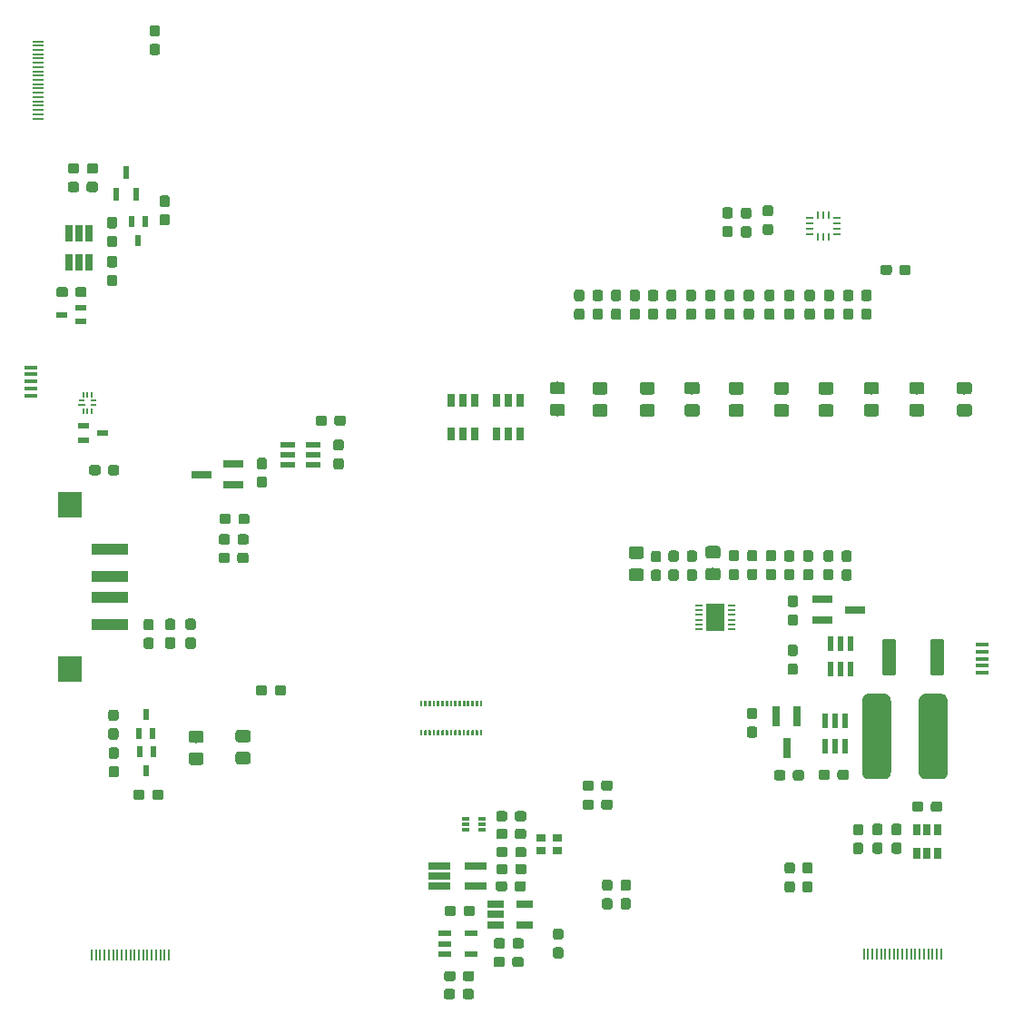
<source format=gbr>
%TF.GenerationSoftware,KiCad,Pcbnew,(5.0.1)-4*%
%TF.CreationDate,2019-03-02T12:31:20+00:00*%
%TF.ProjectId,camera module,63616D657261206D6F64756C652E6B69,rev?*%
%TF.SameCoordinates,Original*%
%TF.FileFunction,Paste,Bot*%
%TF.FilePolarity,Positive*%
%FSLAX46Y46*%
G04 Gerber Fmt 4.6, Leading zero omitted, Abs format (unit mm)*
G04 Created by KiCad (PCBNEW (5.0.1)-4) date 02/03/2019 12:31:20*
%MOMM*%
%LPD*%
G01*
G04 APERTURE LIST*
%ADD10C,0.100000*%
%ADD11C,2.700000*%
%ADD12R,0.700000X0.300000*%
%ADD13R,0.230000X0.630000*%
%ADD14C,0.950000*%
%ADD15R,0.230000X1.000000*%
%ADD16R,0.650000X1.560000*%
%ADD17R,1.000000X0.230000*%
%ADD18R,0.700000X1.300000*%
%ADD19C,1.300000*%
%ADD20R,1.300000X0.450000*%
%ADD21C,1.150000*%
%ADD22R,0.500000X1.000000*%
%ADD23R,1.000000X0.500000*%
%ADD24R,0.800000X0.250000*%
%ADD25R,1.750000X2.650000*%
%ADD26R,2.000000X0.650000*%
%ADD27R,1.560000X0.650000*%
%ADD28R,1.200000X0.550000*%
%ADD29R,0.250000X0.675000*%
%ADD30R,0.675000X0.250000*%
%ADD31R,0.610000X1.180000*%
%ADD32R,0.663000X0.225000*%
%ADD33R,0.563000X0.225000*%
%ADD34R,0.225000X0.563000*%
%ADD35R,0.900000X0.800000*%
%ADD36R,1.900000X0.800000*%
%ADD37R,0.800000X1.900000*%
%ADD38R,0.650000X1.060000*%
%ADD39R,0.600000X1.350000*%
%ADD40R,1.350000X0.600000*%
%ADD41R,3.390000X1.120000*%
%ADD42R,2.220000X2.440000*%
G04 APERTURE END LIST*
D10*
G36*
X95293520Y-105860000D02*
X95060000Y-105860000D01*
X95060000Y-106358620D01*
X95293520Y-106358620D01*
X95293520Y-105860000D01*
G37*
G36*
X94890860Y-105860000D02*
X94660000Y-105860000D01*
X94660000Y-106359610D01*
X94890860Y-106359610D01*
X94890860Y-105860000D01*
G37*
G36*
X94491400Y-105860000D02*
X94260000Y-105860000D01*
X94260000Y-106359250D01*
X94491400Y-106359250D01*
X94491400Y-105860000D01*
G37*
G36*
X94090670Y-105860000D02*
X93860000Y-105860000D01*
X93860000Y-106359550D01*
X94090670Y-106359550D01*
X94090670Y-105860000D01*
G37*
G36*
X93692420Y-105860000D02*
X93460000Y-105860000D01*
X93460000Y-106357900D01*
X93692420Y-106357900D01*
X93692420Y-105860000D01*
G37*
G36*
X93291002Y-105860000D02*
X93060000Y-105860000D01*
X93060000Y-106358750D01*
X93291002Y-106358750D01*
X93291002Y-105860000D01*
G37*
G36*
X92890647Y-105860000D02*
X92660000Y-105860000D01*
X92660000Y-106358570D01*
X92890647Y-106358570D01*
X92890647Y-105860000D01*
G37*
G36*
X92490099Y-105860000D02*
X92260000Y-105860000D01*
X92260000Y-106359020D01*
X92490099Y-106359020D01*
X92490099Y-105860000D01*
G37*
G36*
X92089965Y-105860000D02*
X91860000Y-105860000D01*
X91860000Y-106359860D01*
X92089965Y-106359860D01*
X92089965Y-105860000D01*
G37*
G36*
X91689298Y-105860000D02*
X91460000Y-105860000D01*
X91460000Y-106358830D01*
X91689298Y-106358830D01*
X91689298Y-105860000D01*
G37*
G36*
X91288700Y-105860000D02*
X91060000Y-105860000D01*
X91060000Y-106358640D01*
X91288700Y-106358640D01*
X91288700Y-105860000D01*
G37*
G36*
X90887460Y-105860000D02*
X90660000Y-105860000D01*
X90660000Y-106358050D01*
X90887460Y-106358050D01*
X90887460Y-105860000D01*
G37*
G36*
X90489570Y-105860000D02*
X90260000Y-105860000D01*
X90260000Y-106359740D01*
X90489570Y-106359740D01*
X90489570Y-105860000D01*
G37*
G36*
X90089160Y-105860000D02*
X89860000Y-105860000D01*
X89860000Y-106359580D01*
X90089160Y-106359580D01*
X90089160Y-105860000D01*
G37*
G36*
X89688410Y-105860000D02*
X89460000Y-105860000D01*
X89460000Y-106359330D01*
X89688410Y-106359330D01*
X89688410Y-105860000D01*
G37*
G36*
X89460000Y-109140070D02*
X89689890Y-109140070D01*
X89689890Y-108640000D01*
X89460000Y-108640000D01*
X89460000Y-109140070D01*
G37*
G36*
X89860000Y-109142690D02*
X90086260Y-109142690D01*
X90086260Y-108640000D01*
X89860000Y-108640000D01*
X89860000Y-109142690D01*
G37*
G36*
X90260000Y-109142090D02*
X90487600Y-109142090D01*
X90487600Y-108640000D01*
X90260000Y-108640000D01*
X90260000Y-109142090D01*
G37*
G36*
X90660000Y-109142090D02*
X90888110Y-109142090D01*
X90888110Y-108640000D01*
X90660000Y-108640000D01*
X90660000Y-109142090D01*
G37*
G36*
X91060000Y-109140850D02*
X91289440Y-109140850D01*
X91289440Y-108640000D01*
X91060000Y-108640000D01*
X91060000Y-109140850D01*
G37*
G36*
X91460000Y-109142660D02*
X91688889Y-109142660D01*
X91688889Y-108640000D01*
X91460000Y-108640000D01*
X91460000Y-109142660D01*
G37*
G36*
X91860000Y-109140950D02*
X92089836Y-109140950D01*
X92089836Y-108640000D01*
X91860000Y-108640000D01*
X91860000Y-109140950D01*
G37*
G36*
X92260000Y-109143090D02*
X92490217Y-109143090D01*
X92490217Y-108640000D01*
X92260000Y-108640000D01*
X92260000Y-109143090D01*
G37*
G36*
X92660000Y-109140790D02*
X92890247Y-109140790D01*
X92890247Y-108640000D01*
X92660000Y-108640000D01*
X92660000Y-109140790D01*
G37*
G36*
X93060000Y-109140550D02*
X93290307Y-109140550D01*
X93290307Y-108640000D01*
X93060000Y-108640000D01*
X93060000Y-109140550D01*
G37*
G36*
X93460000Y-109140390D02*
X93690320Y-109140390D01*
X93690320Y-108640000D01*
X93460000Y-108640000D01*
X93460000Y-109140390D01*
G37*
G36*
X93860000Y-109140270D02*
X94090280Y-109140270D01*
X94090280Y-108640000D01*
X93860000Y-108640000D01*
X93860000Y-109140270D01*
G37*
G36*
X94260000Y-109142550D02*
X94493290Y-109142550D01*
X94493290Y-108640000D01*
X94260000Y-108640000D01*
X94260000Y-109142550D01*
G37*
G36*
X94660000Y-109141220D02*
X94891870Y-109141220D01*
X94891870Y-108640000D01*
X94660000Y-108640000D01*
X94660000Y-109141220D01*
G37*
G36*
X95060000Y-109142110D02*
X95293750Y-109142110D01*
X95293750Y-108640000D01*
X95060000Y-108640000D01*
X95060000Y-109142110D01*
G37*
G36*
X138091162Y-105213250D02*
X138156686Y-105222970D01*
X138220942Y-105239065D01*
X138283311Y-105261381D01*
X138343193Y-105289703D01*
X138400010Y-105323758D01*
X138453215Y-105363218D01*
X138502297Y-105407703D01*
X138546782Y-105456785D01*
X138586242Y-105509990D01*
X138620297Y-105566807D01*
X138648619Y-105626689D01*
X138670935Y-105689058D01*
X138687030Y-105753314D01*
X138696750Y-105818838D01*
X138700000Y-105885000D01*
X138700000Y-112535000D01*
X138696750Y-112601162D01*
X138687030Y-112666686D01*
X138670935Y-112730942D01*
X138648619Y-112793311D01*
X138620297Y-112853193D01*
X138586242Y-112910010D01*
X138546782Y-112963215D01*
X138502297Y-113012297D01*
X138453215Y-113056782D01*
X138400010Y-113096242D01*
X138343193Y-113130297D01*
X138283311Y-113158619D01*
X138220942Y-113180935D01*
X138156686Y-113197030D01*
X138091162Y-113206750D01*
X138025000Y-113210000D01*
X136675000Y-113210000D01*
X136608838Y-113206750D01*
X136543314Y-113197030D01*
X136479058Y-113180935D01*
X136416689Y-113158619D01*
X136356807Y-113130297D01*
X136299990Y-113096242D01*
X136246785Y-113056782D01*
X136197703Y-113012297D01*
X136153218Y-112963215D01*
X136113758Y-112910010D01*
X136079703Y-112853193D01*
X136051381Y-112793311D01*
X136029065Y-112730942D01*
X136012970Y-112666686D01*
X136003250Y-112601162D01*
X136000000Y-112535000D01*
X136000000Y-105885000D01*
X136003250Y-105818838D01*
X136012970Y-105753314D01*
X136029065Y-105689058D01*
X136051381Y-105626689D01*
X136079703Y-105566807D01*
X136113758Y-105509990D01*
X136153218Y-105456785D01*
X136197703Y-105407703D01*
X136246785Y-105363218D01*
X136299990Y-105323758D01*
X136356807Y-105289703D01*
X136416689Y-105261381D01*
X136479058Y-105239065D01*
X136543314Y-105222970D01*
X136608838Y-105213250D01*
X136675000Y-105210000D01*
X138025000Y-105210000D01*
X138091162Y-105213250D01*
X138091162Y-105213250D01*
G37*
D11*
X137350000Y-109210000D03*
D10*
G36*
X132791162Y-105213250D02*
X132856686Y-105222970D01*
X132920942Y-105239065D01*
X132983311Y-105261381D01*
X133043193Y-105289703D01*
X133100010Y-105323758D01*
X133153215Y-105363218D01*
X133202297Y-105407703D01*
X133246782Y-105456785D01*
X133286242Y-105509990D01*
X133320297Y-105566807D01*
X133348619Y-105626689D01*
X133370935Y-105689058D01*
X133387030Y-105753314D01*
X133396750Y-105818838D01*
X133400000Y-105885000D01*
X133400000Y-112535000D01*
X133396750Y-112601162D01*
X133387030Y-112666686D01*
X133370935Y-112730942D01*
X133348619Y-112793311D01*
X133320297Y-112853193D01*
X133286242Y-112910010D01*
X133246782Y-112963215D01*
X133202297Y-113012297D01*
X133153215Y-113056782D01*
X133100010Y-113096242D01*
X133043193Y-113130297D01*
X132983311Y-113158619D01*
X132920942Y-113180935D01*
X132856686Y-113197030D01*
X132791162Y-113206750D01*
X132725000Y-113210000D01*
X131375000Y-113210000D01*
X131308838Y-113206750D01*
X131243314Y-113197030D01*
X131179058Y-113180935D01*
X131116689Y-113158619D01*
X131056807Y-113130297D01*
X130999990Y-113096242D01*
X130946785Y-113056782D01*
X130897703Y-113012297D01*
X130853218Y-112963215D01*
X130813758Y-112910010D01*
X130779703Y-112853193D01*
X130751381Y-112793311D01*
X130729065Y-112730942D01*
X130712970Y-112666686D01*
X130703250Y-112601162D01*
X130700000Y-112535000D01*
X130700000Y-105885000D01*
X130703250Y-105818838D01*
X130712970Y-105753314D01*
X130729065Y-105689058D01*
X130751381Y-105626689D01*
X130779703Y-105566807D01*
X130813758Y-105509990D01*
X130853218Y-105456785D01*
X130897703Y-105407703D01*
X130946785Y-105363218D01*
X130999990Y-105323758D01*
X131056807Y-105289703D01*
X131116689Y-105261381D01*
X131179058Y-105239065D01*
X131243314Y-105222970D01*
X131308838Y-105213250D01*
X131375000Y-105210000D01*
X132725000Y-105210000D01*
X132791162Y-105213250D01*
X132791162Y-105213250D01*
G37*
D11*
X132050000Y-109210000D03*
D12*
X95250000Y-116925000D03*
X95250000Y-117925000D03*
X93750000Y-116925000D03*
X95250000Y-117425000D03*
X93750000Y-117925000D03*
X93750000Y-117425000D03*
D13*
X92375000Y-106175000D03*
X91975000Y-106175000D03*
X91575000Y-106175000D03*
X91175000Y-106175000D03*
X93975000Y-106175000D03*
X93575000Y-106175000D03*
X93175000Y-106175000D03*
X92775000Y-106175000D03*
X90775000Y-106175000D03*
X90375000Y-106175000D03*
X89975000Y-106175000D03*
X95175000Y-106175000D03*
X94775000Y-106175000D03*
X94375000Y-106175000D03*
X89575000Y-106175000D03*
X92375000Y-108825000D03*
X91975000Y-108825000D03*
X91575000Y-108825000D03*
X91175000Y-108825000D03*
X93975000Y-108825000D03*
X93575000Y-108825000D03*
X93175000Y-108825000D03*
X92775000Y-108825000D03*
X90775000Y-108825000D03*
X90375000Y-108825000D03*
X89975000Y-108825000D03*
X95175000Y-108825000D03*
X94775000Y-108825000D03*
X94375000Y-108825000D03*
X89575000Y-108825000D03*
D10*
G36*
X127835779Y-91851144D02*
X127858834Y-91854563D01*
X127881443Y-91860227D01*
X127903387Y-91868079D01*
X127924457Y-91878044D01*
X127944448Y-91890026D01*
X127963168Y-91903910D01*
X127980438Y-91919562D01*
X127996090Y-91936832D01*
X128009974Y-91955552D01*
X128021956Y-91975543D01*
X128031921Y-91996613D01*
X128039773Y-92018557D01*
X128045437Y-92041166D01*
X128048856Y-92064221D01*
X128050000Y-92087500D01*
X128050000Y-92662500D01*
X128048856Y-92685779D01*
X128045437Y-92708834D01*
X128039773Y-92731443D01*
X128031921Y-92753387D01*
X128021956Y-92774457D01*
X128009974Y-92794448D01*
X127996090Y-92813168D01*
X127980438Y-92830438D01*
X127963168Y-92846090D01*
X127944448Y-92859974D01*
X127924457Y-92871956D01*
X127903387Y-92881921D01*
X127881443Y-92889773D01*
X127858834Y-92895437D01*
X127835779Y-92898856D01*
X127812500Y-92900000D01*
X127337500Y-92900000D01*
X127314221Y-92898856D01*
X127291166Y-92895437D01*
X127268557Y-92889773D01*
X127246613Y-92881921D01*
X127225543Y-92871956D01*
X127205552Y-92859974D01*
X127186832Y-92846090D01*
X127169562Y-92830438D01*
X127153910Y-92813168D01*
X127140026Y-92794448D01*
X127128044Y-92774457D01*
X127118079Y-92753387D01*
X127110227Y-92731443D01*
X127104563Y-92708834D01*
X127101144Y-92685779D01*
X127100000Y-92662500D01*
X127100000Y-92087500D01*
X127101144Y-92064221D01*
X127104563Y-92041166D01*
X127110227Y-92018557D01*
X127118079Y-91996613D01*
X127128044Y-91975543D01*
X127140026Y-91955552D01*
X127153910Y-91936832D01*
X127169562Y-91919562D01*
X127186832Y-91903910D01*
X127205552Y-91890026D01*
X127225543Y-91878044D01*
X127246613Y-91868079D01*
X127268557Y-91860227D01*
X127291166Y-91854563D01*
X127314221Y-91851144D01*
X127337500Y-91850000D01*
X127812500Y-91850000D01*
X127835779Y-91851144D01*
X127835779Y-91851144D01*
G37*
D14*
X127575000Y-92375000D03*
D10*
G36*
X127835779Y-93601144D02*
X127858834Y-93604563D01*
X127881443Y-93610227D01*
X127903387Y-93618079D01*
X127924457Y-93628044D01*
X127944448Y-93640026D01*
X127963168Y-93653910D01*
X127980438Y-93669562D01*
X127996090Y-93686832D01*
X128009974Y-93705552D01*
X128021956Y-93725543D01*
X128031921Y-93746613D01*
X128039773Y-93768557D01*
X128045437Y-93791166D01*
X128048856Y-93814221D01*
X128050000Y-93837500D01*
X128050000Y-94412500D01*
X128048856Y-94435779D01*
X128045437Y-94458834D01*
X128039773Y-94481443D01*
X128031921Y-94503387D01*
X128021956Y-94524457D01*
X128009974Y-94544448D01*
X127996090Y-94563168D01*
X127980438Y-94580438D01*
X127963168Y-94596090D01*
X127944448Y-94609974D01*
X127924457Y-94621956D01*
X127903387Y-94631921D01*
X127881443Y-94639773D01*
X127858834Y-94645437D01*
X127835779Y-94648856D01*
X127812500Y-94650000D01*
X127337500Y-94650000D01*
X127314221Y-94648856D01*
X127291166Y-94645437D01*
X127268557Y-94639773D01*
X127246613Y-94631921D01*
X127225543Y-94621956D01*
X127205552Y-94609974D01*
X127186832Y-94596090D01*
X127169562Y-94580438D01*
X127153910Y-94563168D01*
X127140026Y-94544448D01*
X127128044Y-94524457D01*
X127118079Y-94503387D01*
X127110227Y-94481443D01*
X127104563Y-94458834D01*
X127101144Y-94435779D01*
X127100000Y-94412500D01*
X127100000Y-93837500D01*
X127101144Y-93814221D01*
X127104563Y-93791166D01*
X127110227Y-93768557D01*
X127118079Y-93746613D01*
X127128044Y-93725543D01*
X127140026Y-93705552D01*
X127153910Y-93686832D01*
X127169562Y-93669562D01*
X127186832Y-93653910D01*
X127205552Y-93640026D01*
X127225543Y-93628044D01*
X127246613Y-93618079D01*
X127268557Y-93610227D01*
X127291166Y-93604563D01*
X127314221Y-93601144D01*
X127337500Y-93600000D01*
X127812500Y-93600000D01*
X127835779Y-93601144D01*
X127835779Y-93601144D01*
G37*
D14*
X127575000Y-94125000D03*
D15*
X134475000Y-129550000D03*
X134075000Y-129550000D03*
X133675000Y-129550000D03*
X133275000Y-129550000D03*
X132875000Y-129550000D03*
X132475000Y-129550000D03*
X132075000Y-129550000D03*
X134875000Y-129550000D03*
X135275000Y-129550000D03*
X135675000Y-129550000D03*
X136075000Y-129550000D03*
X136475000Y-129550000D03*
X136875000Y-129550000D03*
X131675000Y-129550000D03*
X131275000Y-129550000D03*
X130875000Y-129550000D03*
X137275000Y-129550000D03*
X137675000Y-129550000D03*
X138075000Y-129550000D03*
D16*
X56701831Y-62296034D03*
X57651831Y-62296034D03*
X58601831Y-62296034D03*
X58601831Y-64996034D03*
X56701831Y-64996034D03*
X57651831Y-64996034D03*
D17*
X53860000Y-47980000D03*
X53860000Y-47580000D03*
X53860000Y-47180000D03*
X53860000Y-46780000D03*
X53860000Y-46380000D03*
X53860000Y-45980000D03*
X53860000Y-45580000D03*
X53860000Y-48380000D03*
X53860000Y-48780000D03*
X53860000Y-49180000D03*
X53860000Y-49580000D03*
X53860000Y-49980000D03*
X53860000Y-50380000D03*
X53860000Y-45180000D03*
X53860000Y-44780000D03*
X53860000Y-44380000D03*
X53860000Y-50780000D03*
X53860000Y-51180000D03*
X53860000Y-51580000D03*
D10*
G36*
X73360779Y-88451144D02*
X73383834Y-88454563D01*
X73406443Y-88460227D01*
X73428387Y-88468079D01*
X73449457Y-88478044D01*
X73469448Y-88490026D01*
X73488168Y-88503910D01*
X73505438Y-88519562D01*
X73521090Y-88536832D01*
X73534974Y-88555552D01*
X73546956Y-88575543D01*
X73556921Y-88596613D01*
X73564773Y-88618557D01*
X73570437Y-88641166D01*
X73573856Y-88664221D01*
X73575000Y-88687500D01*
X73575000Y-89162500D01*
X73573856Y-89185779D01*
X73570437Y-89208834D01*
X73564773Y-89231443D01*
X73556921Y-89253387D01*
X73546956Y-89274457D01*
X73534974Y-89294448D01*
X73521090Y-89313168D01*
X73505438Y-89330438D01*
X73488168Y-89346090D01*
X73469448Y-89359974D01*
X73449457Y-89371956D01*
X73428387Y-89381921D01*
X73406443Y-89389773D01*
X73383834Y-89395437D01*
X73360779Y-89398856D01*
X73337500Y-89400000D01*
X72762500Y-89400000D01*
X72739221Y-89398856D01*
X72716166Y-89395437D01*
X72693557Y-89389773D01*
X72671613Y-89381921D01*
X72650543Y-89371956D01*
X72630552Y-89359974D01*
X72611832Y-89346090D01*
X72594562Y-89330438D01*
X72578910Y-89313168D01*
X72565026Y-89294448D01*
X72553044Y-89274457D01*
X72543079Y-89253387D01*
X72535227Y-89231443D01*
X72529563Y-89208834D01*
X72526144Y-89185779D01*
X72525000Y-89162500D01*
X72525000Y-88687500D01*
X72526144Y-88664221D01*
X72529563Y-88641166D01*
X72535227Y-88618557D01*
X72543079Y-88596613D01*
X72553044Y-88575543D01*
X72565026Y-88555552D01*
X72578910Y-88536832D01*
X72594562Y-88519562D01*
X72611832Y-88503910D01*
X72630552Y-88490026D01*
X72650543Y-88478044D01*
X72671613Y-88468079D01*
X72693557Y-88460227D01*
X72716166Y-88454563D01*
X72739221Y-88451144D01*
X72762500Y-88450000D01*
X73337500Y-88450000D01*
X73360779Y-88451144D01*
X73360779Y-88451144D01*
G37*
D14*
X73050000Y-88925000D03*
D10*
G36*
X71610779Y-88451144D02*
X71633834Y-88454563D01*
X71656443Y-88460227D01*
X71678387Y-88468079D01*
X71699457Y-88478044D01*
X71719448Y-88490026D01*
X71738168Y-88503910D01*
X71755438Y-88519562D01*
X71771090Y-88536832D01*
X71784974Y-88555552D01*
X71796956Y-88575543D01*
X71806921Y-88596613D01*
X71814773Y-88618557D01*
X71820437Y-88641166D01*
X71823856Y-88664221D01*
X71825000Y-88687500D01*
X71825000Y-89162500D01*
X71823856Y-89185779D01*
X71820437Y-89208834D01*
X71814773Y-89231443D01*
X71806921Y-89253387D01*
X71796956Y-89274457D01*
X71784974Y-89294448D01*
X71771090Y-89313168D01*
X71755438Y-89330438D01*
X71738168Y-89346090D01*
X71719448Y-89359974D01*
X71699457Y-89371956D01*
X71678387Y-89381921D01*
X71656443Y-89389773D01*
X71633834Y-89395437D01*
X71610779Y-89398856D01*
X71587500Y-89400000D01*
X71012500Y-89400000D01*
X70989221Y-89398856D01*
X70966166Y-89395437D01*
X70943557Y-89389773D01*
X70921613Y-89381921D01*
X70900543Y-89371956D01*
X70880552Y-89359974D01*
X70861832Y-89346090D01*
X70844562Y-89330438D01*
X70828910Y-89313168D01*
X70815026Y-89294448D01*
X70803044Y-89274457D01*
X70793079Y-89253387D01*
X70785227Y-89231443D01*
X70779563Y-89208834D01*
X70776144Y-89185779D01*
X70775000Y-89162500D01*
X70775000Y-88687500D01*
X70776144Y-88664221D01*
X70779563Y-88641166D01*
X70785227Y-88618557D01*
X70793079Y-88596613D01*
X70803044Y-88575543D01*
X70815026Y-88555552D01*
X70828910Y-88536832D01*
X70844562Y-88519562D01*
X70861832Y-88503910D01*
X70880552Y-88490026D01*
X70900543Y-88478044D01*
X70921613Y-88468079D01*
X70943557Y-88460227D01*
X70966166Y-88454563D01*
X70989221Y-88451144D01*
X71012500Y-88450000D01*
X71587500Y-88450000D01*
X71610779Y-88451144D01*
X71610779Y-88451144D01*
G37*
D14*
X71300000Y-88925000D03*
D10*
G36*
X71535779Y-90351144D02*
X71558834Y-90354563D01*
X71581443Y-90360227D01*
X71603387Y-90368079D01*
X71624457Y-90378044D01*
X71644448Y-90390026D01*
X71663168Y-90403910D01*
X71680438Y-90419562D01*
X71696090Y-90436832D01*
X71709974Y-90455552D01*
X71721956Y-90475543D01*
X71731921Y-90496613D01*
X71739773Y-90518557D01*
X71745437Y-90541166D01*
X71748856Y-90564221D01*
X71750000Y-90587500D01*
X71750000Y-91062500D01*
X71748856Y-91085779D01*
X71745437Y-91108834D01*
X71739773Y-91131443D01*
X71731921Y-91153387D01*
X71721956Y-91174457D01*
X71709974Y-91194448D01*
X71696090Y-91213168D01*
X71680438Y-91230438D01*
X71663168Y-91246090D01*
X71644448Y-91259974D01*
X71624457Y-91271956D01*
X71603387Y-91281921D01*
X71581443Y-91289773D01*
X71558834Y-91295437D01*
X71535779Y-91298856D01*
X71512500Y-91300000D01*
X70937500Y-91300000D01*
X70914221Y-91298856D01*
X70891166Y-91295437D01*
X70868557Y-91289773D01*
X70846613Y-91281921D01*
X70825543Y-91271956D01*
X70805552Y-91259974D01*
X70786832Y-91246090D01*
X70769562Y-91230438D01*
X70753910Y-91213168D01*
X70740026Y-91194448D01*
X70728044Y-91174457D01*
X70718079Y-91153387D01*
X70710227Y-91131443D01*
X70704563Y-91108834D01*
X70701144Y-91085779D01*
X70700000Y-91062500D01*
X70700000Y-90587500D01*
X70701144Y-90564221D01*
X70704563Y-90541166D01*
X70710227Y-90518557D01*
X70718079Y-90496613D01*
X70728044Y-90475543D01*
X70740026Y-90455552D01*
X70753910Y-90436832D01*
X70769562Y-90419562D01*
X70786832Y-90403910D01*
X70805552Y-90390026D01*
X70825543Y-90378044D01*
X70846613Y-90368079D01*
X70868557Y-90360227D01*
X70891166Y-90354563D01*
X70914221Y-90351144D01*
X70937500Y-90350000D01*
X71512500Y-90350000D01*
X71535779Y-90351144D01*
X71535779Y-90351144D01*
G37*
D14*
X71225000Y-90825000D03*
D10*
G36*
X73285779Y-90351144D02*
X73308834Y-90354563D01*
X73331443Y-90360227D01*
X73353387Y-90368079D01*
X73374457Y-90378044D01*
X73394448Y-90390026D01*
X73413168Y-90403910D01*
X73430438Y-90419562D01*
X73446090Y-90436832D01*
X73459974Y-90455552D01*
X73471956Y-90475543D01*
X73481921Y-90496613D01*
X73489773Y-90518557D01*
X73495437Y-90541166D01*
X73498856Y-90564221D01*
X73500000Y-90587500D01*
X73500000Y-91062500D01*
X73498856Y-91085779D01*
X73495437Y-91108834D01*
X73489773Y-91131443D01*
X73481921Y-91153387D01*
X73471956Y-91174457D01*
X73459974Y-91194448D01*
X73446090Y-91213168D01*
X73430438Y-91230438D01*
X73413168Y-91246090D01*
X73394448Y-91259974D01*
X73374457Y-91271956D01*
X73353387Y-91281921D01*
X73331443Y-91289773D01*
X73308834Y-91295437D01*
X73285779Y-91298856D01*
X73262500Y-91300000D01*
X72687500Y-91300000D01*
X72664221Y-91298856D01*
X72641166Y-91295437D01*
X72618557Y-91289773D01*
X72596613Y-91281921D01*
X72575543Y-91271956D01*
X72555552Y-91259974D01*
X72536832Y-91246090D01*
X72519562Y-91230438D01*
X72503910Y-91213168D01*
X72490026Y-91194448D01*
X72478044Y-91174457D01*
X72468079Y-91153387D01*
X72460227Y-91131443D01*
X72454563Y-91108834D01*
X72451144Y-91085779D01*
X72450000Y-91062500D01*
X72450000Y-90587500D01*
X72451144Y-90564221D01*
X72454563Y-90541166D01*
X72460227Y-90518557D01*
X72468079Y-90496613D01*
X72478044Y-90475543D01*
X72490026Y-90455552D01*
X72503910Y-90436832D01*
X72519562Y-90419562D01*
X72536832Y-90403910D01*
X72555552Y-90390026D01*
X72575543Y-90378044D01*
X72596613Y-90368079D01*
X72618557Y-90360227D01*
X72641166Y-90354563D01*
X72664221Y-90351144D01*
X72687500Y-90350000D01*
X73262500Y-90350000D01*
X73285779Y-90351144D01*
X73285779Y-90351144D01*
G37*
D14*
X72975000Y-90825000D03*
D10*
G36*
X124185779Y-93601144D02*
X124208834Y-93604563D01*
X124231443Y-93610227D01*
X124253387Y-93618079D01*
X124274457Y-93628044D01*
X124294448Y-93640026D01*
X124313168Y-93653910D01*
X124330438Y-93669562D01*
X124346090Y-93686832D01*
X124359974Y-93705552D01*
X124371956Y-93725543D01*
X124381921Y-93746613D01*
X124389773Y-93768557D01*
X124395437Y-93791166D01*
X124398856Y-93814221D01*
X124400000Y-93837500D01*
X124400000Y-94412500D01*
X124398856Y-94435779D01*
X124395437Y-94458834D01*
X124389773Y-94481443D01*
X124381921Y-94503387D01*
X124371956Y-94524457D01*
X124359974Y-94544448D01*
X124346090Y-94563168D01*
X124330438Y-94580438D01*
X124313168Y-94596090D01*
X124294448Y-94609974D01*
X124274457Y-94621956D01*
X124253387Y-94631921D01*
X124231443Y-94639773D01*
X124208834Y-94645437D01*
X124185779Y-94648856D01*
X124162500Y-94650000D01*
X123687500Y-94650000D01*
X123664221Y-94648856D01*
X123641166Y-94645437D01*
X123618557Y-94639773D01*
X123596613Y-94631921D01*
X123575543Y-94621956D01*
X123555552Y-94609974D01*
X123536832Y-94596090D01*
X123519562Y-94580438D01*
X123503910Y-94563168D01*
X123490026Y-94544448D01*
X123478044Y-94524457D01*
X123468079Y-94503387D01*
X123460227Y-94481443D01*
X123454563Y-94458834D01*
X123451144Y-94435779D01*
X123450000Y-94412500D01*
X123450000Y-93837500D01*
X123451144Y-93814221D01*
X123454563Y-93791166D01*
X123460227Y-93768557D01*
X123468079Y-93746613D01*
X123478044Y-93725543D01*
X123490026Y-93705552D01*
X123503910Y-93686832D01*
X123519562Y-93669562D01*
X123536832Y-93653910D01*
X123555552Y-93640026D01*
X123575543Y-93628044D01*
X123596613Y-93618079D01*
X123618557Y-93610227D01*
X123641166Y-93604563D01*
X123664221Y-93601144D01*
X123687500Y-93600000D01*
X124162500Y-93600000D01*
X124185779Y-93601144D01*
X124185779Y-93601144D01*
G37*
D14*
X123925000Y-94125000D03*
D10*
G36*
X124185779Y-91851144D02*
X124208834Y-91854563D01*
X124231443Y-91860227D01*
X124253387Y-91868079D01*
X124274457Y-91878044D01*
X124294448Y-91890026D01*
X124313168Y-91903910D01*
X124330438Y-91919562D01*
X124346090Y-91936832D01*
X124359974Y-91955552D01*
X124371956Y-91975543D01*
X124381921Y-91996613D01*
X124389773Y-92018557D01*
X124395437Y-92041166D01*
X124398856Y-92064221D01*
X124400000Y-92087500D01*
X124400000Y-92662500D01*
X124398856Y-92685779D01*
X124395437Y-92708834D01*
X124389773Y-92731443D01*
X124381921Y-92753387D01*
X124371956Y-92774457D01*
X124359974Y-92794448D01*
X124346090Y-92813168D01*
X124330438Y-92830438D01*
X124313168Y-92846090D01*
X124294448Y-92859974D01*
X124274457Y-92871956D01*
X124253387Y-92881921D01*
X124231443Y-92889773D01*
X124208834Y-92895437D01*
X124185779Y-92898856D01*
X124162500Y-92900000D01*
X123687500Y-92900000D01*
X123664221Y-92898856D01*
X123641166Y-92895437D01*
X123618557Y-92889773D01*
X123596613Y-92881921D01*
X123575543Y-92871956D01*
X123555552Y-92859974D01*
X123536832Y-92846090D01*
X123519562Y-92830438D01*
X123503910Y-92813168D01*
X123490026Y-92794448D01*
X123478044Y-92774457D01*
X123468079Y-92753387D01*
X123460227Y-92731443D01*
X123454563Y-92708834D01*
X123451144Y-92685779D01*
X123450000Y-92662500D01*
X123450000Y-92087500D01*
X123451144Y-92064221D01*
X123454563Y-92041166D01*
X123460227Y-92018557D01*
X123468079Y-91996613D01*
X123478044Y-91975543D01*
X123490026Y-91955552D01*
X123503910Y-91936832D01*
X123519562Y-91919562D01*
X123536832Y-91903910D01*
X123555552Y-91890026D01*
X123575543Y-91878044D01*
X123596613Y-91868079D01*
X123618557Y-91860227D01*
X123641166Y-91854563D01*
X123664221Y-91851144D01*
X123687500Y-91850000D01*
X124162500Y-91850000D01*
X124185779Y-91851144D01*
X124185779Y-91851144D01*
G37*
D14*
X123925000Y-92375000D03*
D10*
G36*
X129535779Y-93626144D02*
X129558834Y-93629563D01*
X129581443Y-93635227D01*
X129603387Y-93643079D01*
X129624457Y-93653044D01*
X129644448Y-93665026D01*
X129663168Y-93678910D01*
X129680438Y-93694562D01*
X129696090Y-93711832D01*
X129709974Y-93730552D01*
X129721956Y-93750543D01*
X129731921Y-93771613D01*
X129739773Y-93793557D01*
X129745437Y-93816166D01*
X129748856Y-93839221D01*
X129750000Y-93862500D01*
X129750000Y-94437500D01*
X129748856Y-94460779D01*
X129745437Y-94483834D01*
X129739773Y-94506443D01*
X129731921Y-94528387D01*
X129721956Y-94549457D01*
X129709974Y-94569448D01*
X129696090Y-94588168D01*
X129680438Y-94605438D01*
X129663168Y-94621090D01*
X129644448Y-94634974D01*
X129624457Y-94646956D01*
X129603387Y-94656921D01*
X129581443Y-94664773D01*
X129558834Y-94670437D01*
X129535779Y-94673856D01*
X129512500Y-94675000D01*
X129037500Y-94675000D01*
X129014221Y-94673856D01*
X128991166Y-94670437D01*
X128968557Y-94664773D01*
X128946613Y-94656921D01*
X128925543Y-94646956D01*
X128905552Y-94634974D01*
X128886832Y-94621090D01*
X128869562Y-94605438D01*
X128853910Y-94588168D01*
X128840026Y-94569448D01*
X128828044Y-94549457D01*
X128818079Y-94528387D01*
X128810227Y-94506443D01*
X128804563Y-94483834D01*
X128801144Y-94460779D01*
X128800000Y-94437500D01*
X128800000Y-93862500D01*
X128801144Y-93839221D01*
X128804563Y-93816166D01*
X128810227Y-93793557D01*
X128818079Y-93771613D01*
X128828044Y-93750543D01*
X128840026Y-93730552D01*
X128853910Y-93711832D01*
X128869562Y-93694562D01*
X128886832Y-93678910D01*
X128905552Y-93665026D01*
X128925543Y-93653044D01*
X128946613Y-93643079D01*
X128968557Y-93635227D01*
X128991166Y-93629563D01*
X129014221Y-93626144D01*
X129037500Y-93625000D01*
X129512500Y-93625000D01*
X129535779Y-93626144D01*
X129535779Y-93626144D01*
G37*
D14*
X129275000Y-94150000D03*
D10*
G36*
X129535779Y-91876144D02*
X129558834Y-91879563D01*
X129581443Y-91885227D01*
X129603387Y-91893079D01*
X129624457Y-91903044D01*
X129644448Y-91915026D01*
X129663168Y-91928910D01*
X129680438Y-91944562D01*
X129696090Y-91961832D01*
X129709974Y-91980552D01*
X129721956Y-92000543D01*
X129731921Y-92021613D01*
X129739773Y-92043557D01*
X129745437Y-92066166D01*
X129748856Y-92089221D01*
X129750000Y-92112500D01*
X129750000Y-92687500D01*
X129748856Y-92710779D01*
X129745437Y-92733834D01*
X129739773Y-92756443D01*
X129731921Y-92778387D01*
X129721956Y-92799457D01*
X129709974Y-92819448D01*
X129696090Y-92838168D01*
X129680438Y-92855438D01*
X129663168Y-92871090D01*
X129644448Y-92884974D01*
X129624457Y-92896956D01*
X129603387Y-92906921D01*
X129581443Y-92914773D01*
X129558834Y-92920437D01*
X129535779Y-92923856D01*
X129512500Y-92925000D01*
X129037500Y-92925000D01*
X129014221Y-92923856D01*
X128991166Y-92920437D01*
X128968557Y-92914773D01*
X128946613Y-92906921D01*
X128925543Y-92896956D01*
X128905552Y-92884974D01*
X128886832Y-92871090D01*
X128869562Y-92855438D01*
X128853910Y-92838168D01*
X128840026Y-92819448D01*
X128828044Y-92799457D01*
X128818079Y-92778387D01*
X128810227Y-92756443D01*
X128804563Y-92733834D01*
X128801144Y-92710779D01*
X128800000Y-92687500D01*
X128800000Y-92112500D01*
X128801144Y-92089221D01*
X128804563Y-92066166D01*
X128810227Y-92043557D01*
X128818079Y-92021613D01*
X128828044Y-92000543D01*
X128840026Y-91980552D01*
X128853910Y-91961832D01*
X128869562Y-91944562D01*
X128886832Y-91928910D01*
X128905552Y-91915026D01*
X128925543Y-91903044D01*
X128946613Y-91893079D01*
X128968557Y-91885227D01*
X128991166Y-91879563D01*
X129014221Y-91876144D01*
X129037500Y-91875000D01*
X129512500Y-91875000D01*
X129535779Y-91876144D01*
X129535779Y-91876144D01*
G37*
D14*
X129275000Y-92400000D03*
D10*
G36*
X97435779Y-121101144D02*
X97458834Y-121104563D01*
X97481443Y-121110227D01*
X97503387Y-121118079D01*
X97524457Y-121128044D01*
X97544448Y-121140026D01*
X97563168Y-121153910D01*
X97580438Y-121169562D01*
X97596090Y-121186832D01*
X97609974Y-121205552D01*
X97621956Y-121225543D01*
X97631921Y-121246613D01*
X97639773Y-121268557D01*
X97645437Y-121291166D01*
X97648856Y-121314221D01*
X97650000Y-121337500D01*
X97650000Y-121812500D01*
X97648856Y-121835779D01*
X97645437Y-121858834D01*
X97639773Y-121881443D01*
X97631921Y-121903387D01*
X97621956Y-121924457D01*
X97609974Y-121944448D01*
X97596090Y-121963168D01*
X97580438Y-121980438D01*
X97563168Y-121996090D01*
X97544448Y-122009974D01*
X97524457Y-122021956D01*
X97503387Y-122031921D01*
X97481443Y-122039773D01*
X97458834Y-122045437D01*
X97435779Y-122048856D01*
X97412500Y-122050000D01*
X96837500Y-122050000D01*
X96814221Y-122048856D01*
X96791166Y-122045437D01*
X96768557Y-122039773D01*
X96746613Y-122031921D01*
X96725543Y-122021956D01*
X96705552Y-122009974D01*
X96686832Y-121996090D01*
X96669562Y-121980438D01*
X96653910Y-121963168D01*
X96640026Y-121944448D01*
X96628044Y-121924457D01*
X96618079Y-121903387D01*
X96610227Y-121881443D01*
X96604563Y-121858834D01*
X96601144Y-121835779D01*
X96600000Y-121812500D01*
X96600000Y-121337500D01*
X96601144Y-121314221D01*
X96604563Y-121291166D01*
X96610227Y-121268557D01*
X96618079Y-121246613D01*
X96628044Y-121225543D01*
X96640026Y-121205552D01*
X96653910Y-121186832D01*
X96669562Y-121169562D01*
X96686832Y-121153910D01*
X96705552Y-121140026D01*
X96725543Y-121128044D01*
X96746613Y-121118079D01*
X96768557Y-121110227D01*
X96791166Y-121104563D01*
X96814221Y-121101144D01*
X96837500Y-121100000D01*
X97412500Y-121100000D01*
X97435779Y-121101144D01*
X97435779Y-121101144D01*
G37*
D14*
X97125000Y-121575000D03*
D10*
G36*
X99185779Y-121101144D02*
X99208834Y-121104563D01*
X99231443Y-121110227D01*
X99253387Y-121118079D01*
X99274457Y-121128044D01*
X99294448Y-121140026D01*
X99313168Y-121153910D01*
X99330438Y-121169562D01*
X99346090Y-121186832D01*
X99359974Y-121205552D01*
X99371956Y-121225543D01*
X99381921Y-121246613D01*
X99389773Y-121268557D01*
X99395437Y-121291166D01*
X99398856Y-121314221D01*
X99400000Y-121337500D01*
X99400000Y-121812500D01*
X99398856Y-121835779D01*
X99395437Y-121858834D01*
X99389773Y-121881443D01*
X99381921Y-121903387D01*
X99371956Y-121924457D01*
X99359974Y-121944448D01*
X99346090Y-121963168D01*
X99330438Y-121980438D01*
X99313168Y-121996090D01*
X99294448Y-122009974D01*
X99274457Y-122021956D01*
X99253387Y-122031921D01*
X99231443Y-122039773D01*
X99208834Y-122045437D01*
X99185779Y-122048856D01*
X99162500Y-122050000D01*
X98587500Y-122050000D01*
X98564221Y-122048856D01*
X98541166Y-122045437D01*
X98518557Y-122039773D01*
X98496613Y-122031921D01*
X98475543Y-122021956D01*
X98455552Y-122009974D01*
X98436832Y-121996090D01*
X98419562Y-121980438D01*
X98403910Y-121963168D01*
X98390026Y-121944448D01*
X98378044Y-121924457D01*
X98368079Y-121903387D01*
X98360227Y-121881443D01*
X98354563Y-121858834D01*
X98351144Y-121835779D01*
X98350000Y-121812500D01*
X98350000Y-121337500D01*
X98351144Y-121314221D01*
X98354563Y-121291166D01*
X98360227Y-121268557D01*
X98368079Y-121246613D01*
X98378044Y-121225543D01*
X98390026Y-121205552D01*
X98403910Y-121186832D01*
X98419562Y-121169562D01*
X98436832Y-121153910D01*
X98455552Y-121140026D01*
X98475543Y-121128044D01*
X98496613Y-121118079D01*
X98518557Y-121110227D01*
X98541166Y-121104563D01*
X98564221Y-121101144D01*
X98587500Y-121100000D01*
X99162500Y-121100000D01*
X99185779Y-121101144D01*
X99185779Y-121101144D01*
G37*
D14*
X98875000Y-121575000D03*
D10*
G36*
X105466779Y-113318144D02*
X105489834Y-113321563D01*
X105512443Y-113327227D01*
X105534387Y-113335079D01*
X105555457Y-113345044D01*
X105575448Y-113357026D01*
X105594168Y-113370910D01*
X105611438Y-113386562D01*
X105627090Y-113403832D01*
X105640974Y-113422552D01*
X105652956Y-113442543D01*
X105662921Y-113463613D01*
X105670773Y-113485557D01*
X105676437Y-113508166D01*
X105679856Y-113531221D01*
X105681000Y-113554500D01*
X105681000Y-114029500D01*
X105679856Y-114052779D01*
X105676437Y-114075834D01*
X105670773Y-114098443D01*
X105662921Y-114120387D01*
X105652956Y-114141457D01*
X105640974Y-114161448D01*
X105627090Y-114180168D01*
X105611438Y-114197438D01*
X105594168Y-114213090D01*
X105575448Y-114226974D01*
X105555457Y-114238956D01*
X105534387Y-114248921D01*
X105512443Y-114256773D01*
X105489834Y-114262437D01*
X105466779Y-114265856D01*
X105443500Y-114267000D01*
X104868500Y-114267000D01*
X104845221Y-114265856D01*
X104822166Y-114262437D01*
X104799557Y-114256773D01*
X104777613Y-114248921D01*
X104756543Y-114238956D01*
X104736552Y-114226974D01*
X104717832Y-114213090D01*
X104700562Y-114197438D01*
X104684910Y-114180168D01*
X104671026Y-114161448D01*
X104659044Y-114141457D01*
X104649079Y-114120387D01*
X104641227Y-114098443D01*
X104635563Y-114075834D01*
X104632144Y-114052779D01*
X104631000Y-114029500D01*
X104631000Y-113554500D01*
X104632144Y-113531221D01*
X104635563Y-113508166D01*
X104641227Y-113485557D01*
X104649079Y-113463613D01*
X104659044Y-113442543D01*
X104671026Y-113422552D01*
X104684910Y-113403832D01*
X104700562Y-113386562D01*
X104717832Y-113370910D01*
X104736552Y-113357026D01*
X104756543Y-113345044D01*
X104777613Y-113335079D01*
X104799557Y-113327227D01*
X104822166Y-113321563D01*
X104845221Y-113318144D01*
X104868500Y-113317000D01*
X105443500Y-113317000D01*
X105466779Y-113318144D01*
X105466779Y-113318144D01*
G37*
D14*
X105156000Y-113792000D03*
D10*
G36*
X107216779Y-113318144D02*
X107239834Y-113321563D01*
X107262443Y-113327227D01*
X107284387Y-113335079D01*
X107305457Y-113345044D01*
X107325448Y-113357026D01*
X107344168Y-113370910D01*
X107361438Y-113386562D01*
X107377090Y-113403832D01*
X107390974Y-113422552D01*
X107402956Y-113442543D01*
X107412921Y-113463613D01*
X107420773Y-113485557D01*
X107426437Y-113508166D01*
X107429856Y-113531221D01*
X107431000Y-113554500D01*
X107431000Y-114029500D01*
X107429856Y-114052779D01*
X107426437Y-114075834D01*
X107420773Y-114098443D01*
X107412921Y-114120387D01*
X107402956Y-114141457D01*
X107390974Y-114161448D01*
X107377090Y-114180168D01*
X107361438Y-114197438D01*
X107344168Y-114213090D01*
X107325448Y-114226974D01*
X107305457Y-114238956D01*
X107284387Y-114248921D01*
X107262443Y-114256773D01*
X107239834Y-114262437D01*
X107216779Y-114265856D01*
X107193500Y-114267000D01*
X106618500Y-114267000D01*
X106595221Y-114265856D01*
X106572166Y-114262437D01*
X106549557Y-114256773D01*
X106527613Y-114248921D01*
X106506543Y-114238956D01*
X106486552Y-114226974D01*
X106467832Y-114213090D01*
X106450562Y-114197438D01*
X106434910Y-114180168D01*
X106421026Y-114161448D01*
X106409044Y-114141457D01*
X106399079Y-114120387D01*
X106391227Y-114098443D01*
X106385563Y-114075834D01*
X106382144Y-114052779D01*
X106381000Y-114029500D01*
X106381000Y-113554500D01*
X106382144Y-113531221D01*
X106385563Y-113508166D01*
X106391227Y-113485557D01*
X106399079Y-113463613D01*
X106409044Y-113442543D01*
X106421026Y-113422552D01*
X106434910Y-113403832D01*
X106450562Y-113386562D01*
X106467832Y-113370910D01*
X106486552Y-113357026D01*
X106506543Y-113345044D01*
X106527613Y-113335079D01*
X106549557Y-113327227D01*
X106572166Y-113321563D01*
X106595221Y-113318144D01*
X106618500Y-113317000D01*
X107193500Y-113317000D01*
X107216779Y-113318144D01*
X107216779Y-113318144D01*
G37*
D14*
X106906000Y-113792000D03*
D10*
G36*
X122460779Y-91826144D02*
X122483834Y-91829563D01*
X122506443Y-91835227D01*
X122528387Y-91843079D01*
X122549457Y-91853044D01*
X122569448Y-91865026D01*
X122588168Y-91878910D01*
X122605438Y-91894562D01*
X122621090Y-91911832D01*
X122634974Y-91930552D01*
X122646956Y-91950543D01*
X122656921Y-91971613D01*
X122664773Y-91993557D01*
X122670437Y-92016166D01*
X122673856Y-92039221D01*
X122675000Y-92062500D01*
X122675000Y-92637500D01*
X122673856Y-92660779D01*
X122670437Y-92683834D01*
X122664773Y-92706443D01*
X122656921Y-92728387D01*
X122646956Y-92749457D01*
X122634974Y-92769448D01*
X122621090Y-92788168D01*
X122605438Y-92805438D01*
X122588168Y-92821090D01*
X122569448Y-92834974D01*
X122549457Y-92846956D01*
X122528387Y-92856921D01*
X122506443Y-92864773D01*
X122483834Y-92870437D01*
X122460779Y-92873856D01*
X122437500Y-92875000D01*
X121962500Y-92875000D01*
X121939221Y-92873856D01*
X121916166Y-92870437D01*
X121893557Y-92864773D01*
X121871613Y-92856921D01*
X121850543Y-92846956D01*
X121830552Y-92834974D01*
X121811832Y-92821090D01*
X121794562Y-92805438D01*
X121778910Y-92788168D01*
X121765026Y-92769448D01*
X121753044Y-92749457D01*
X121743079Y-92728387D01*
X121735227Y-92706443D01*
X121729563Y-92683834D01*
X121726144Y-92660779D01*
X121725000Y-92637500D01*
X121725000Y-92062500D01*
X121726144Y-92039221D01*
X121729563Y-92016166D01*
X121735227Y-91993557D01*
X121743079Y-91971613D01*
X121753044Y-91950543D01*
X121765026Y-91930552D01*
X121778910Y-91911832D01*
X121794562Y-91894562D01*
X121811832Y-91878910D01*
X121830552Y-91865026D01*
X121850543Y-91853044D01*
X121871613Y-91843079D01*
X121893557Y-91835227D01*
X121916166Y-91829563D01*
X121939221Y-91826144D01*
X121962500Y-91825000D01*
X122437500Y-91825000D01*
X122460779Y-91826144D01*
X122460779Y-91826144D01*
G37*
D14*
X122200000Y-92350000D03*
D10*
G36*
X122460779Y-93576144D02*
X122483834Y-93579563D01*
X122506443Y-93585227D01*
X122528387Y-93593079D01*
X122549457Y-93603044D01*
X122569448Y-93615026D01*
X122588168Y-93628910D01*
X122605438Y-93644562D01*
X122621090Y-93661832D01*
X122634974Y-93680552D01*
X122646956Y-93700543D01*
X122656921Y-93721613D01*
X122664773Y-93743557D01*
X122670437Y-93766166D01*
X122673856Y-93789221D01*
X122675000Y-93812500D01*
X122675000Y-94387500D01*
X122673856Y-94410779D01*
X122670437Y-94433834D01*
X122664773Y-94456443D01*
X122656921Y-94478387D01*
X122646956Y-94499457D01*
X122634974Y-94519448D01*
X122621090Y-94538168D01*
X122605438Y-94555438D01*
X122588168Y-94571090D01*
X122569448Y-94584974D01*
X122549457Y-94596956D01*
X122528387Y-94606921D01*
X122506443Y-94614773D01*
X122483834Y-94620437D01*
X122460779Y-94623856D01*
X122437500Y-94625000D01*
X121962500Y-94625000D01*
X121939221Y-94623856D01*
X121916166Y-94620437D01*
X121893557Y-94614773D01*
X121871613Y-94606921D01*
X121850543Y-94596956D01*
X121830552Y-94584974D01*
X121811832Y-94571090D01*
X121794562Y-94555438D01*
X121778910Y-94538168D01*
X121765026Y-94519448D01*
X121753044Y-94499457D01*
X121743079Y-94478387D01*
X121735227Y-94456443D01*
X121729563Y-94433834D01*
X121726144Y-94410779D01*
X121725000Y-94387500D01*
X121725000Y-93812500D01*
X121726144Y-93789221D01*
X121729563Y-93766166D01*
X121735227Y-93743557D01*
X121743079Y-93721613D01*
X121753044Y-93700543D01*
X121765026Y-93680552D01*
X121778910Y-93661832D01*
X121794562Y-93644562D01*
X121811832Y-93628910D01*
X121830552Y-93615026D01*
X121850543Y-93603044D01*
X121871613Y-93593079D01*
X121893557Y-93585227D01*
X121916166Y-93579563D01*
X121939221Y-93576144D01*
X121962500Y-93575000D01*
X122437500Y-93575000D01*
X122460779Y-93576144D01*
X122460779Y-93576144D01*
G37*
D14*
X122200000Y-94100000D03*
D10*
G36*
X115085779Y-93626144D02*
X115108834Y-93629563D01*
X115131443Y-93635227D01*
X115153387Y-93643079D01*
X115174457Y-93653044D01*
X115194448Y-93665026D01*
X115213168Y-93678910D01*
X115230438Y-93694562D01*
X115246090Y-93711832D01*
X115259974Y-93730552D01*
X115271956Y-93750543D01*
X115281921Y-93771613D01*
X115289773Y-93793557D01*
X115295437Y-93816166D01*
X115298856Y-93839221D01*
X115300000Y-93862500D01*
X115300000Y-94437500D01*
X115298856Y-94460779D01*
X115295437Y-94483834D01*
X115289773Y-94506443D01*
X115281921Y-94528387D01*
X115271956Y-94549457D01*
X115259974Y-94569448D01*
X115246090Y-94588168D01*
X115230438Y-94605438D01*
X115213168Y-94621090D01*
X115194448Y-94634974D01*
X115174457Y-94646956D01*
X115153387Y-94656921D01*
X115131443Y-94664773D01*
X115108834Y-94670437D01*
X115085779Y-94673856D01*
X115062500Y-94675000D01*
X114587500Y-94675000D01*
X114564221Y-94673856D01*
X114541166Y-94670437D01*
X114518557Y-94664773D01*
X114496613Y-94656921D01*
X114475543Y-94646956D01*
X114455552Y-94634974D01*
X114436832Y-94621090D01*
X114419562Y-94605438D01*
X114403910Y-94588168D01*
X114390026Y-94569448D01*
X114378044Y-94549457D01*
X114368079Y-94528387D01*
X114360227Y-94506443D01*
X114354563Y-94483834D01*
X114351144Y-94460779D01*
X114350000Y-94437500D01*
X114350000Y-93862500D01*
X114351144Y-93839221D01*
X114354563Y-93816166D01*
X114360227Y-93793557D01*
X114368079Y-93771613D01*
X114378044Y-93750543D01*
X114390026Y-93730552D01*
X114403910Y-93711832D01*
X114419562Y-93694562D01*
X114436832Y-93678910D01*
X114455552Y-93665026D01*
X114475543Y-93653044D01*
X114496613Y-93643079D01*
X114518557Y-93635227D01*
X114541166Y-93629563D01*
X114564221Y-93626144D01*
X114587500Y-93625000D01*
X115062500Y-93625000D01*
X115085779Y-93626144D01*
X115085779Y-93626144D01*
G37*
D14*
X114825000Y-94150000D03*
D10*
G36*
X115085779Y-91876144D02*
X115108834Y-91879563D01*
X115131443Y-91885227D01*
X115153387Y-91893079D01*
X115174457Y-91903044D01*
X115194448Y-91915026D01*
X115213168Y-91928910D01*
X115230438Y-91944562D01*
X115246090Y-91961832D01*
X115259974Y-91980552D01*
X115271956Y-92000543D01*
X115281921Y-92021613D01*
X115289773Y-92043557D01*
X115295437Y-92066166D01*
X115298856Y-92089221D01*
X115300000Y-92112500D01*
X115300000Y-92687500D01*
X115298856Y-92710779D01*
X115295437Y-92733834D01*
X115289773Y-92756443D01*
X115281921Y-92778387D01*
X115271956Y-92799457D01*
X115259974Y-92819448D01*
X115246090Y-92838168D01*
X115230438Y-92855438D01*
X115213168Y-92871090D01*
X115194448Y-92884974D01*
X115174457Y-92896956D01*
X115153387Y-92906921D01*
X115131443Y-92914773D01*
X115108834Y-92920437D01*
X115085779Y-92923856D01*
X115062500Y-92925000D01*
X114587500Y-92925000D01*
X114564221Y-92923856D01*
X114541166Y-92920437D01*
X114518557Y-92914773D01*
X114496613Y-92906921D01*
X114475543Y-92896956D01*
X114455552Y-92884974D01*
X114436832Y-92871090D01*
X114419562Y-92855438D01*
X114403910Y-92838168D01*
X114390026Y-92819448D01*
X114378044Y-92799457D01*
X114368079Y-92778387D01*
X114360227Y-92756443D01*
X114354563Y-92733834D01*
X114351144Y-92710779D01*
X114350000Y-92687500D01*
X114350000Y-92112500D01*
X114351144Y-92089221D01*
X114354563Y-92066166D01*
X114360227Y-92043557D01*
X114368079Y-92021613D01*
X114378044Y-92000543D01*
X114390026Y-91980552D01*
X114403910Y-91961832D01*
X114419562Y-91944562D01*
X114436832Y-91928910D01*
X114455552Y-91915026D01*
X114475543Y-91903044D01*
X114496613Y-91893079D01*
X114518557Y-91885227D01*
X114541166Y-91879563D01*
X114564221Y-91876144D01*
X114587500Y-91875000D01*
X115062500Y-91875000D01*
X115085779Y-91876144D01*
X115085779Y-91876144D01*
G37*
D14*
X114825000Y-92400000D03*
D10*
G36*
X92530779Y-132756144D02*
X92553834Y-132759563D01*
X92576443Y-132765227D01*
X92598387Y-132773079D01*
X92619457Y-132783044D01*
X92639448Y-132795026D01*
X92658168Y-132808910D01*
X92675438Y-132824562D01*
X92691090Y-132841832D01*
X92704974Y-132860552D01*
X92716956Y-132880543D01*
X92726921Y-132901613D01*
X92734773Y-132923557D01*
X92740437Y-132946166D01*
X92743856Y-132969221D01*
X92745000Y-132992500D01*
X92745000Y-133467500D01*
X92743856Y-133490779D01*
X92740437Y-133513834D01*
X92734773Y-133536443D01*
X92726921Y-133558387D01*
X92716956Y-133579457D01*
X92704974Y-133599448D01*
X92691090Y-133618168D01*
X92675438Y-133635438D01*
X92658168Y-133651090D01*
X92639448Y-133664974D01*
X92619457Y-133676956D01*
X92598387Y-133686921D01*
X92576443Y-133694773D01*
X92553834Y-133700437D01*
X92530779Y-133703856D01*
X92507500Y-133705000D01*
X91932500Y-133705000D01*
X91909221Y-133703856D01*
X91886166Y-133700437D01*
X91863557Y-133694773D01*
X91841613Y-133686921D01*
X91820543Y-133676956D01*
X91800552Y-133664974D01*
X91781832Y-133651090D01*
X91764562Y-133635438D01*
X91748910Y-133618168D01*
X91735026Y-133599448D01*
X91723044Y-133579457D01*
X91713079Y-133558387D01*
X91705227Y-133536443D01*
X91699563Y-133513834D01*
X91696144Y-133490779D01*
X91695000Y-133467500D01*
X91695000Y-132992500D01*
X91696144Y-132969221D01*
X91699563Y-132946166D01*
X91705227Y-132923557D01*
X91713079Y-132901613D01*
X91723044Y-132880543D01*
X91735026Y-132860552D01*
X91748910Y-132841832D01*
X91764562Y-132824562D01*
X91781832Y-132808910D01*
X91800552Y-132795026D01*
X91820543Y-132783044D01*
X91841613Y-132773079D01*
X91863557Y-132765227D01*
X91886166Y-132759563D01*
X91909221Y-132756144D01*
X91932500Y-132755000D01*
X92507500Y-132755000D01*
X92530779Y-132756144D01*
X92530779Y-132756144D01*
G37*
D14*
X92220000Y-133230000D03*
D10*
G36*
X94280779Y-132756144D02*
X94303834Y-132759563D01*
X94326443Y-132765227D01*
X94348387Y-132773079D01*
X94369457Y-132783044D01*
X94389448Y-132795026D01*
X94408168Y-132808910D01*
X94425438Y-132824562D01*
X94441090Y-132841832D01*
X94454974Y-132860552D01*
X94466956Y-132880543D01*
X94476921Y-132901613D01*
X94484773Y-132923557D01*
X94490437Y-132946166D01*
X94493856Y-132969221D01*
X94495000Y-132992500D01*
X94495000Y-133467500D01*
X94493856Y-133490779D01*
X94490437Y-133513834D01*
X94484773Y-133536443D01*
X94476921Y-133558387D01*
X94466956Y-133579457D01*
X94454974Y-133599448D01*
X94441090Y-133618168D01*
X94425438Y-133635438D01*
X94408168Y-133651090D01*
X94389448Y-133664974D01*
X94369457Y-133676956D01*
X94348387Y-133686921D01*
X94326443Y-133694773D01*
X94303834Y-133700437D01*
X94280779Y-133703856D01*
X94257500Y-133705000D01*
X93682500Y-133705000D01*
X93659221Y-133703856D01*
X93636166Y-133700437D01*
X93613557Y-133694773D01*
X93591613Y-133686921D01*
X93570543Y-133676956D01*
X93550552Y-133664974D01*
X93531832Y-133651090D01*
X93514562Y-133635438D01*
X93498910Y-133618168D01*
X93485026Y-133599448D01*
X93473044Y-133579457D01*
X93463079Y-133558387D01*
X93455227Y-133536443D01*
X93449563Y-133513834D01*
X93446144Y-133490779D01*
X93445000Y-133467500D01*
X93445000Y-132992500D01*
X93446144Y-132969221D01*
X93449563Y-132946166D01*
X93455227Y-132923557D01*
X93463079Y-132901613D01*
X93473044Y-132880543D01*
X93485026Y-132860552D01*
X93498910Y-132841832D01*
X93514562Y-132824562D01*
X93531832Y-132808910D01*
X93550552Y-132795026D01*
X93570543Y-132783044D01*
X93591613Y-132773079D01*
X93613557Y-132765227D01*
X93636166Y-132759563D01*
X93659221Y-132756144D01*
X93682500Y-132755000D01*
X94257500Y-132755000D01*
X94280779Y-132756144D01*
X94280779Y-132756144D01*
G37*
D14*
X93970000Y-133230000D03*
D10*
G36*
X94320779Y-131086144D02*
X94343834Y-131089563D01*
X94366443Y-131095227D01*
X94388387Y-131103079D01*
X94409457Y-131113044D01*
X94429448Y-131125026D01*
X94448168Y-131138910D01*
X94465438Y-131154562D01*
X94481090Y-131171832D01*
X94494974Y-131190552D01*
X94506956Y-131210543D01*
X94516921Y-131231613D01*
X94524773Y-131253557D01*
X94530437Y-131276166D01*
X94533856Y-131299221D01*
X94535000Y-131322500D01*
X94535000Y-131797500D01*
X94533856Y-131820779D01*
X94530437Y-131843834D01*
X94524773Y-131866443D01*
X94516921Y-131888387D01*
X94506956Y-131909457D01*
X94494974Y-131929448D01*
X94481090Y-131948168D01*
X94465438Y-131965438D01*
X94448168Y-131981090D01*
X94429448Y-131994974D01*
X94409457Y-132006956D01*
X94388387Y-132016921D01*
X94366443Y-132024773D01*
X94343834Y-132030437D01*
X94320779Y-132033856D01*
X94297500Y-132035000D01*
X93722500Y-132035000D01*
X93699221Y-132033856D01*
X93676166Y-132030437D01*
X93653557Y-132024773D01*
X93631613Y-132016921D01*
X93610543Y-132006956D01*
X93590552Y-131994974D01*
X93571832Y-131981090D01*
X93554562Y-131965438D01*
X93538910Y-131948168D01*
X93525026Y-131929448D01*
X93513044Y-131909457D01*
X93503079Y-131888387D01*
X93495227Y-131866443D01*
X93489563Y-131843834D01*
X93486144Y-131820779D01*
X93485000Y-131797500D01*
X93485000Y-131322500D01*
X93486144Y-131299221D01*
X93489563Y-131276166D01*
X93495227Y-131253557D01*
X93503079Y-131231613D01*
X93513044Y-131210543D01*
X93525026Y-131190552D01*
X93538910Y-131171832D01*
X93554562Y-131154562D01*
X93571832Y-131138910D01*
X93590552Y-131125026D01*
X93610543Y-131113044D01*
X93631613Y-131103079D01*
X93653557Y-131095227D01*
X93676166Y-131089563D01*
X93699221Y-131086144D01*
X93722500Y-131085000D01*
X94297500Y-131085000D01*
X94320779Y-131086144D01*
X94320779Y-131086144D01*
G37*
D14*
X94010000Y-131560000D03*
D10*
G36*
X92570779Y-131086144D02*
X92593834Y-131089563D01*
X92616443Y-131095227D01*
X92638387Y-131103079D01*
X92659457Y-131113044D01*
X92679448Y-131125026D01*
X92698168Y-131138910D01*
X92715438Y-131154562D01*
X92731090Y-131171832D01*
X92744974Y-131190552D01*
X92756956Y-131210543D01*
X92766921Y-131231613D01*
X92774773Y-131253557D01*
X92780437Y-131276166D01*
X92783856Y-131299221D01*
X92785000Y-131322500D01*
X92785000Y-131797500D01*
X92783856Y-131820779D01*
X92780437Y-131843834D01*
X92774773Y-131866443D01*
X92766921Y-131888387D01*
X92756956Y-131909457D01*
X92744974Y-131929448D01*
X92731090Y-131948168D01*
X92715438Y-131965438D01*
X92698168Y-131981090D01*
X92679448Y-131994974D01*
X92659457Y-132006956D01*
X92638387Y-132016921D01*
X92616443Y-132024773D01*
X92593834Y-132030437D01*
X92570779Y-132033856D01*
X92547500Y-132035000D01*
X91972500Y-132035000D01*
X91949221Y-132033856D01*
X91926166Y-132030437D01*
X91903557Y-132024773D01*
X91881613Y-132016921D01*
X91860543Y-132006956D01*
X91840552Y-131994974D01*
X91821832Y-131981090D01*
X91804562Y-131965438D01*
X91788910Y-131948168D01*
X91775026Y-131929448D01*
X91763044Y-131909457D01*
X91753079Y-131888387D01*
X91745227Y-131866443D01*
X91739563Y-131843834D01*
X91736144Y-131820779D01*
X91735000Y-131797500D01*
X91735000Y-131322500D01*
X91736144Y-131299221D01*
X91739563Y-131276166D01*
X91745227Y-131253557D01*
X91753079Y-131231613D01*
X91763044Y-131210543D01*
X91775026Y-131190552D01*
X91788910Y-131171832D01*
X91804562Y-131154562D01*
X91821832Y-131138910D01*
X91840552Y-131125026D01*
X91860543Y-131113044D01*
X91881613Y-131103079D01*
X91903557Y-131095227D01*
X91926166Y-131089563D01*
X91949221Y-131086144D01*
X91972500Y-131085000D01*
X92547500Y-131085000D01*
X92570779Y-131086144D01*
X92570779Y-131086144D01*
G37*
D14*
X92260000Y-131560000D03*
D10*
G36*
X125880779Y-120966144D02*
X125903834Y-120969563D01*
X125926443Y-120975227D01*
X125948387Y-120983079D01*
X125969457Y-120993044D01*
X125989448Y-121005026D01*
X126008168Y-121018910D01*
X126025438Y-121034562D01*
X126041090Y-121051832D01*
X126054974Y-121070552D01*
X126066956Y-121090543D01*
X126076921Y-121111613D01*
X126084773Y-121133557D01*
X126090437Y-121156166D01*
X126093856Y-121179221D01*
X126095000Y-121202500D01*
X126095000Y-121777500D01*
X126093856Y-121800779D01*
X126090437Y-121823834D01*
X126084773Y-121846443D01*
X126076921Y-121868387D01*
X126066956Y-121889457D01*
X126054974Y-121909448D01*
X126041090Y-121928168D01*
X126025438Y-121945438D01*
X126008168Y-121961090D01*
X125989448Y-121974974D01*
X125969457Y-121986956D01*
X125948387Y-121996921D01*
X125926443Y-122004773D01*
X125903834Y-122010437D01*
X125880779Y-122013856D01*
X125857500Y-122015000D01*
X125382500Y-122015000D01*
X125359221Y-122013856D01*
X125336166Y-122010437D01*
X125313557Y-122004773D01*
X125291613Y-121996921D01*
X125270543Y-121986956D01*
X125250552Y-121974974D01*
X125231832Y-121961090D01*
X125214562Y-121945438D01*
X125198910Y-121928168D01*
X125185026Y-121909448D01*
X125173044Y-121889457D01*
X125163079Y-121868387D01*
X125155227Y-121846443D01*
X125149563Y-121823834D01*
X125146144Y-121800779D01*
X125145000Y-121777500D01*
X125145000Y-121202500D01*
X125146144Y-121179221D01*
X125149563Y-121156166D01*
X125155227Y-121133557D01*
X125163079Y-121111613D01*
X125173044Y-121090543D01*
X125185026Y-121070552D01*
X125198910Y-121051832D01*
X125214562Y-121034562D01*
X125231832Y-121018910D01*
X125250552Y-121005026D01*
X125270543Y-120993044D01*
X125291613Y-120983079D01*
X125313557Y-120975227D01*
X125336166Y-120969563D01*
X125359221Y-120966144D01*
X125382500Y-120965000D01*
X125857500Y-120965000D01*
X125880779Y-120966144D01*
X125880779Y-120966144D01*
G37*
D14*
X125620000Y-121490000D03*
D10*
G36*
X125880779Y-122716144D02*
X125903834Y-122719563D01*
X125926443Y-122725227D01*
X125948387Y-122733079D01*
X125969457Y-122743044D01*
X125989448Y-122755026D01*
X126008168Y-122768910D01*
X126025438Y-122784562D01*
X126041090Y-122801832D01*
X126054974Y-122820552D01*
X126066956Y-122840543D01*
X126076921Y-122861613D01*
X126084773Y-122883557D01*
X126090437Y-122906166D01*
X126093856Y-122929221D01*
X126095000Y-122952500D01*
X126095000Y-123527500D01*
X126093856Y-123550779D01*
X126090437Y-123573834D01*
X126084773Y-123596443D01*
X126076921Y-123618387D01*
X126066956Y-123639457D01*
X126054974Y-123659448D01*
X126041090Y-123678168D01*
X126025438Y-123695438D01*
X126008168Y-123711090D01*
X125989448Y-123724974D01*
X125969457Y-123736956D01*
X125948387Y-123746921D01*
X125926443Y-123754773D01*
X125903834Y-123760437D01*
X125880779Y-123763856D01*
X125857500Y-123765000D01*
X125382500Y-123765000D01*
X125359221Y-123763856D01*
X125336166Y-123760437D01*
X125313557Y-123754773D01*
X125291613Y-123746921D01*
X125270543Y-123736956D01*
X125250552Y-123724974D01*
X125231832Y-123711090D01*
X125214562Y-123695438D01*
X125198910Y-123678168D01*
X125185026Y-123659448D01*
X125173044Y-123639457D01*
X125163079Y-123618387D01*
X125155227Y-123596443D01*
X125149563Y-123573834D01*
X125146144Y-123550779D01*
X125145000Y-123527500D01*
X125145000Y-122952500D01*
X125146144Y-122929221D01*
X125149563Y-122906166D01*
X125155227Y-122883557D01*
X125163079Y-122861613D01*
X125173044Y-122840543D01*
X125185026Y-122820552D01*
X125198910Y-122801832D01*
X125214562Y-122784562D01*
X125231832Y-122768910D01*
X125250552Y-122755026D01*
X125270543Y-122743044D01*
X125291613Y-122733079D01*
X125313557Y-122725227D01*
X125336166Y-122719563D01*
X125359221Y-122716144D01*
X125382500Y-122715000D01*
X125857500Y-122715000D01*
X125880779Y-122716144D01*
X125880779Y-122716144D01*
G37*
D14*
X125620000Y-123240000D03*
D10*
G36*
X108910779Y-122546144D02*
X108933834Y-122549563D01*
X108956443Y-122555227D01*
X108978387Y-122563079D01*
X108999457Y-122573044D01*
X109019448Y-122585026D01*
X109038168Y-122598910D01*
X109055438Y-122614562D01*
X109071090Y-122631832D01*
X109084974Y-122650552D01*
X109096956Y-122670543D01*
X109106921Y-122691613D01*
X109114773Y-122713557D01*
X109120437Y-122736166D01*
X109123856Y-122759221D01*
X109125000Y-122782500D01*
X109125000Y-123357500D01*
X109123856Y-123380779D01*
X109120437Y-123403834D01*
X109114773Y-123426443D01*
X109106921Y-123448387D01*
X109096956Y-123469457D01*
X109084974Y-123489448D01*
X109071090Y-123508168D01*
X109055438Y-123525438D01*
X109038168Y-123541090D01*
X109019448Y-123554974D01*
X108999457Y-123566956D01*
X108978387Y-123576921D01*
X108956443Y-123584773D01*
X108933834Y-123590437D01*
X108910779Y-123593856D01*
X108887500Y-123595000D01*
X108412500Y-123595000D01*
X108389221Y-123593856D01*
X108366166Y-123590437D01*
X108343557Y-123584773D01*
X108321613Y-123576921D01*
X108300543Y-123566956D01*
X108280552Y-123554974D01*
X108261832Y-123541090D01*
X108244562Y-123525438D01*
X108228910Y-123508168D01*
X108215026Y-123489448D01*
X108203044Y-123469457D01*
X108193079Y-123448387D01*
X108185227Y-123426443D01*
X108179563Y-123403834D01*
X108176144Y-123380779D01*
X108175000Y-123357500D01*
X108175000Y-122782500D01*
X108176144Y-122759221D01*
X108179563Y-122736166D01*
X108185227Y-122713557D01*
X108193079Y-122691613D01*
X108203044Y-122670543D01*
X108215026Y-122650552D01*
X108228910Y-122631832D01*
X108244562Y-122614562D01*
X108261832Y-122598910D01*
X108280552Y-122585026D01*
X108300543Y-122573044D01*
X108321613Y-122563079D01*
X108343557Y-122555227D01*
X108366166Y-122549563D01*
X108389221Y-122546144D01*
X108412500Y-122545000D01*
X108887500Y-122545000D01*
X108910779Y-122546144D01*
X108910779Y-122546144D01*
G37*
D14*
X108650000Y-123070000D03*
D10*
G36*
X108910779Y-124296144D02*
X108933834Y-124299563D01*
X108956443Y-124305227D01*
X108978387Y-124313079D01*
X108999457Y-124323044D01*
X109019448Y-124335026D01*
X109038168Y-124348910D01*
X109055438Y-124364562D01*
X109071090Y-124381832D01*
X109084974Y-124400552D01*
X109096956Y-124420543D01*
X109106921Y-124441613D01*
X109114773Y-124463557D01*
X109120437Y-124486166D01*
X109123856Y-124509221D01*
X109125000Y-124532500D01*
X109125000Y-125107500D01*
X109123856Y-125130779D01*
X109120437Y-125153834D01*
X109114773Y-125176443D01*
X109106921Y-125198387D01*
X109096956Y-125219457D01*
X109084974Y-125239448D01*
X109071090Y-125258168D01*
X109055438Y-125275438D01*
X109038168Y-125291090D01*
X109019448Y-125304974D01*
X108999457Y-125316956D01*
X108978387Y-125326921D01*
X108956443Y-125334773D01*
X108933834Y-125340437D01*
X108910779Y-125343856D01*
X108887500Y-125345000D01*
X108412500Y-125345000D01*
X108389221Y-125343856D01*
X108366166Y-125340437D01*
X108343557Y-125334773D01*
X108321613Y-125326921D01*
X108300543Y-125316956D01*
X108280552Y-125304974D01*
X108261832Y-125291090D01*
X108244562Y-125275438D01*
X108228910Y-125258168D01*
X108215026Y-125239448D01*
X108203044Y-125219457D01*
X108193079Y-125198387D01*
X108185227Y-125176443D01*
X108179563Y-125153834D01*
X108176144Y-125130779D01*
X108175000Y-125107500D01*
X108175000Y-124532500D01*
X108176144Y-124509221D01*
X108179563Y-124486166D01*
X108185227Y-124463557D01*
X108193079Y-124441613D01*
X108203044Y-124420543D01*
X108215026Y-124400552D01*
X108228910Y-124381832D01*
X108244562Y-124364562D01*
X108261832Y-124348910D01*
X108280552Y-124335026D01*
X108300543Y-124323044D01*
X108321613Y-124313079D01*
X108343557Y-124305227D01*
X108366166Y-124299563D01*
X108389221Y-124296144D01*
X108412500Y-124295000D01*
X108887500Y-124295000D01*
X108910779Y-124296144D01*
X108910779Y-124296144D01*
G37*
D14*
X108650000Y-124820000D03*
D10*
G36*
X97165779Y-129766144D02*
X97188834Y-129769563D01*
X97211443Y-129775227D01*
X97233387Y-129783079D01*
X97254457Y-129793044D01*
X97274448Y-129805026D01*
X97293168Y-129818910D01*
X97310438Y-129834562D01*
X97326090Y-129851832D01*
X97339974Y-129870552D01*
X97351956Y-129890543D01*
X97361921Y-129911613D01*
X97369773Y-129933557D01*
X97375437Y-129956166D01*
X97378856Y-129979221D01*
X97380000Y-130002500D01*
X97380000Y-130477500D01*
X97378856Y-130500779D01*
X97375437Y-130523834D01*
X97369773Y-130546443D01*
X97361921Y-130568387D01*
X97351956Y-130589457D01*
X97339974Y-130609448D01*
X97326090Y-130628168D01*
X97310438Y-130645438D01*
X97293168Y-130661090D01*
X97274448Y-130674974D01*
X97254457Y-130686956D01*
X97233387Y-130696921D01*
X97211443Y-130704773D01*
X97188834Y-130710437D01*
X97165779Y-130713856D01*
X97142500Y-130715000D01*
X96567500Y-130715000D01*
X96544221Y-130713856D01*
X96521166Y-130710437D01*
X96498557Y-130704773D01*
X96476613Y-130696921D01*
X96455543Y-130686956D01*
X96435552Y-130674974D01*
X96416832Y-130661090D01*
X96399562Y-130645438D01*
X96383910Y-130628168D01*
X96370026Y-130609448D01*
X96358044Y-130589457D01*
X96348079Y-130568387D01*
X96340227Y-130546443D01*
X96334563Y-130523834D01*
X96331144Y-130500779D01*
X96330000Y-130477500D01*
X96330000Y-130002500D01*
X96331144Y-129979221D01*
X96334563Y-129956166D01*
X96340227Y-129933557D01*
X96348079Y-129911613D01*
X96358044Y-129890543D01*
X96370026Y-129870552D01*
X96383910Y-129851832D01*
X96399562Y-129834562D01*
X96416832Y-129818910D01*
X96435552Y-129805026D01*
X96455543Y-129793044D01*
X96476613Y-129783079D01*
X96498557Y-129775227D01*
X96521166Y-129769563D01*
X96544221Y-129766144D01*
X96567500Y-129765000D01*
X97142500Y-129765000D01*
X97165779Y-129766144D01*
X97165779Y-129766144D01*
G37*
D14*
X96855000Y-130240000D03*
D10*
G36*
X98915779Y-129766144D02*
X98938834Y-129769563D01*
X98961443Y-129775227D01*
X98983387Y-129783079D01*
X99004457Y-129793044D01*
X99024448Y-129805026D01*
X99043168Y-129818910D01*
X99060438Y-129834562D01*
X99076090Y-129851832D01*
X99089974Y-129870552D01*
X99101956Y-129890543D01*
X99111921Y-129911613D01*
X99119773Y-129933557D01*
X99125437Y-129956166D01*
X99128856Y-129979221D01*
X99130000Y-130002500D01*
X99130000Y-130477500D01*
X99128856Y-130500779D01*
X99125437Y-130523834D01*
X99119773Y-130546443D01*
X99111921Y-130568387D01*
X99101956Y-130589457D01*
X99089974Y-130609448D01*
X99076090Y-130628168D01*
X99060438Y-130645438D01*
X99043168Y-130661090D01*
X99024448Y-130674974D01*
X99004457Y-130686956D01*
X98983387Y-130696921D01*
X98961443Y-130704773D01*
X98938834Y-130710437D01*
X98915779Y-130713856D01*
X98892500Y-130715000D01*
X98317500Y-130715000D01*
X98294221Y-130713856D01*
X98271166Y-130710437D01*
X98248557Y-130704773D01*
X98226613Y-130696921D01*
X98205543Y-130686956D01*
X98185552Y-130674974D01*
X98166832Y-130661090D01*
X98149562Y-130645438D01*
X98133910Y-130628168D01*
X98120026Y-130609448D01*
X98108044Y-130589457D01*
X98098079Y-130568387D01*
X98090227Y-130546443D01*
X98084563Y-130523834D01*
X98081144Y-130500779D01*
X98080000Y-130477500D01*
X98080000Y-130002500D01*
X98081144Y-129979221D01*
X98084563Y-129956166D01*
X98090227Y-129933557D01*
X98098079Y-129911613D01*
X98108044Y-129890543D01*
X98120026Y-129870552D01*
X98133910Y-129851832D01*
X98149562Y-129834562D01*
X98166832Y-129818910D01*
X98185552Y-129805026D01*
X98205543Y-129793044D01*
X98226613Y-129783079D01*
X98248557Y-129775227D01*
X98271166Y-129769563D01*
X98294221Y-129766144D01*
X98317500Y-129765000D01*
X98892500Y-129765000D01*
X98915779Y-129766144D01*
X98915779Y-129766144D01*
G37*
D14*
X98605000Y-130240000D03*
D10*
G36*
X107194779Y-122553144D02*
X107217834Y-122556563D01*
X107240443Y-122562227D01*
X107262387Y-122570079D01*
X107283457Y-122580044D01*
X107303448Y-122592026D01*
X107322168Y-122605910D01*
X107339438Y-122621562D01*
X107355090Y-122638832D01*
X107368974Y-122657552D01*
X107380956Y-122677543D01*
X107390921Y-122698613D01*
X107398773Y-122720557D01*
X107404437Y-122743166D01*
X107407856Y-122766221D01*
X107409000Y-122789500D01*
X107409000Y-123364500D01*
X107407856Y-123387779D01*
X107404437Y-123410834D01*
X107398773Y-123433443D01*
X107390921Y-123455387D01*
X107380956Y-123476457D01*
X107368974Y-123496448D01*
X107355090Y-123515168D01*
X107339438Y-123532438D01*
X107322168Y-123548090D01*
X107303448Y-123561974D01*
X107283457Y-123573956D01*
X107262387Y-123583921D01*
X107240443Y-123591773D01*
X107217834Y-123597437D01*
X107194779Y-123600856D01*
X107171500Y-123602000D01*
X106696500Y-123602000D01*
X106673221Y-123600856D01*
X106650166Y-123597437D01*
X106627557Y-123591773D01*
X106605613Y-123583921D01*
X106584543Y-123573956D01*
X106564552Y-123561974D01*
X106545832Y-123548090D01*
X106528562Y-123532438D01*
X106512910Y-123515168D01*
X106499026Y-123496448D01*
X106487044Y-123476457D01*
X106477079Y-123455387D01*
X106469227Y-123433443D01*
X106463563Y-123410834D01*
X106460144Y-123387779D01*
X106459000Y-123364500D01*
X106459000Y-122789500D01*
X106460144Y-122766221D01*
X106463563Y-122743166D01*
X106469227Y-122720557D01*
X106477079Y-122698613D01*
X106487044Y-122677543D01*
X106499026Y-122657552D01*
X106512910Y-122638832D01*
X106528562Y-122621562D01*
X106545832Y-122605910D01*
X106564552Y-122592026D01*
X106584543Y-122580044D01*
X106605613Y-122570079D01*
X106627557Y-122562227D01*
X106650166Y-122556563D01*
X106673221Y-122553144D01*
X106696500Y-122552000D01*
X107171500Y-122552000D01*
X107194779Y-122553144D01*
X107194779Y-122553144D01*
G37*
D14*
X106934000Y-123077000D03*
D10*
G36*
X107194779Y-124303144D02*
X107217834Y-124306563D01*
X107240443Y-124312227D01*
X107262387Y-124320079D01*
X107283457Y-124330044D01*
X107303448Y-124342026D01*
X107322168Y-124355910D01*
X107339438Y-124371562D01*
X107355090Y-124388832D01*
X107368974Y-124407552D01*
X107380956Y-124427543D01*
X107390921Y-124448613D01*
X107398773Y-124470557D01*
X107404437Y-124493166D01*
X107407856Y-124516221D01*
X107409000Y-124539500D01*
X107409000Y-125114500D01*
X107407856Y-125137779D01*
X107404437Y-125160834D01*
X107398773Y-125183443D01*
X107390921Y-125205387D01*
X107380956Y-125226457D01*
X107368974Y-125246448D01*
X107355090Y-125265168D01*
X107339438Y-125282438D01*
X107322168Y-125298090D01*
X107303448Y-125311974D01*
X107283457Y-125323956D01*
X107262387Y-125333921D01*
X107240443Y-125341773D01*
X107217834Y-125347437D01*
X107194779Y-125350856D01*
X107171500Y-125352000D01*
X106696500Y-125352000D01*
X106673221Y-125350856D01*
X106650166Y-125347437D01*
X106627557Y-125341773D01*
X106605613Y-125333921D01*
X106584543Y-125323956D01*
X106564552Y-125311974D01*
X106545832Y-125298090D01*
X106528562Y-125282438D01*
X106512910Y-125265168D01*
X106499026Y-125246448D01*
X106487044Y-125226457D01*
X106477079Y-125205387D01*
X106469227Y-125183443D01*
X106463563Y-125160834D01*
X106460144Y-125137779D01*
X106459000Y-125114500D01*
X106459000Y-124539500D01*
X106460144Y-124516221D01*
X106463563Y-124493166D01*
X106469227Y-124470557D01*
X106477079Y-124448613D01*
X106487044Y-124427543D01*
X106499026Y-124407552D01*
X106512910Y-124388832D01*
X106528562Y-124371562D01*
X106545832Y-124355910D01*
X106564552Y-124342026D01*
X106584543Y-124330044D01*
X106605613Y-124320079D01*
X106627557Y-124312227D01*
X106650166Y-124306563D01*
X106673221Y-124303144D01*
X106696500Y-124302000D01*
X107171500Y-124302000D01*
X107194779Y-124303144D01*
X107194779Y-124303144D01*
G37*
D14*
X106934000Y-124827000D03*
D10*
G36*
X105466779Y-115096144D02*
X105489834Y-115099563D01*
X105512443Y-115105227D01*
X105534387Y-115113079D01*
X105555457Y-115123044D01*
X105575448Y-115135026D01*
X105594168Y-115148910D01*
X105611438Y-115164562D01*
X105627090Y-115181832D01*
X105640974Y-115200552D01*
X105652956Y-115220543D01*
X105662921Y-115241613D01*
X105670773Y-115263557D01*
X105676437Y-115286166D01*
X105679856Y-115309221D01*
X105681000Y-115332500D01*
X105681000Y-115807500D01*
X105679856Y-115830779D01*
X105676437Y-115853834D01*
X105670773Y-115876443D01*
X105662921Y-115898387D01*
X105652956Y-115919457D01*
X105640974Y-115939448D01*
X105627090Y-115958168D01*
X105611438Y-115975438D01*
X105594168Y-115991090D01*
X105575448Y-116004974D01*
X105555457Y-116016956D01*
X105534387Y-116026921D01*
X105512443Y-116034773D01*
X105489834Y-116040437D01*
X105466779Y-116043856D01*
X105443500Y-116045000D01*
X104868500Y-116045000D01*
X104845221Y-116043856D01*
X104822166Y-116040437D01*
X104799557Y-116034773D01*
X104777613Y-116026921D01*
X104756543Y-116016956D01*
X104736552Y-116004974D01*
X104717832Y-115991090D01*
X104700562Y-115975438D01*
X104684910Y-115958168D01*
X104671026Y-115939448D01*
X104659044Y-115919457D01*
X104649079Y-115898387D01*
X104641227Y-115876443D01*
X104635563Y-115853834D01*
X104632144Y-115830779D01*
X104631000Y-115807500D01*
X104631000Y-115332500D01*
X104632144Y-115309221D01*
X104635563Y-115286166D01*
X104641227Y-115263557D01*
X104649079Y-115241613D01*
X104659044Y-115220543D01*
X104671026Y-115200552D01*
X104684910Y-115181832D01*
X104700562Y-115164562D01*
X104717832Y-115148910D01*
X104736552Y-115135026D01*
X104756543Y-115123044D01*
X104777613Y-115113079D01*
X104799557Y-115105227D01*
X104822166Y-115099563D01*
X104845221Y-115096144D01*
X104868500Y-115095000D01*
X105443500Y-115095000D01*
X105466779Y-115096144D01*
X105466779Y-115096144D01*
G37*
D14*
X105156000Y-115570000D03*
D10*
G36*
X107216779Y-115096144D02*
X107239834Y-115099563D01*
X107262443Y-115105227D01*
X107284387Y-115113079D01*
X107305457Y-115123044D01*
X107325448Y-115135026D01*
X107344168Y-115148910D01*
X107361438Y-115164562D01*
X107377090Y-115181832D01*
X107390974Y-115200552D01*
X107402956Y-115220543D01*
X107412921Y-115241613D01*
X107420773Y-115263557D01*
X107426437Y-115286166D01*
X107429856Y-115309221D01*
X107431000Y-115332500D01*
X107431000Y-115807500D01*
X107429856Y-115830779D01*
X107426437Y-115853834D01*
X107420773Y-115876443D01*
X107412921Y-115898387D01*
X107402956Y-115919457D01*
X107390974Y-115939448D01*
X107377090Y-115958168D01*
X107361438Y-115975438D01*
X107344168Y-115991090D01*
X107325448Y-116004974D01*
X107305457Y-116016956D01*
X107284387Y-116026921D01*
X107262443Y-116034773D01*
X107239834Y-116040437D01*
X107216779Y-116043856D01*
X107193500Y-116045000D01*
X106618500Y-116045000D01*
X106595221Y-116043856D01*
X106572166Y-116040437D01*
X106549557Y-116034773D01*
X106527613Y-116026921D01*
X106506543Y-116016956D01*
X106486552Y-116004974D01*
X106467832Y-115991090D01*
X106450562Y-115975438D01*
X106434910Y-115958168D01*
X106421026Y-115939448D01*
X106409044Y-115919457D01*
X106399079Y-115898387D01*
X106391227Y-115876443D01*
X106385563Y-115853834D01*
X106382144Y-115830779D01*
X106381000Y-115807500D01*
X106381000Y-115332500D01*
X106382144Y-115309221D01*
X106385563Y-115286166D01*
X106391227Y-115263557D01*
X106399079Y-115241613D01*
X106409044Y-115220543D01*
X106421026Y-115200552D01*
X106434910Y-115181832D01*
X106450562Y-115164562D01*
X106467832Y-115148910D01*
X106486552Y-115135026D01*
X106506543Y-115123044D01*
X106527613Y-115113079D01*
X106549557Y-115105227D01*
X106572166Y-115099563D01*
X106595221Y-115096144D01*
X106618500Y-115095000D01*
X107193500Y-115095000D01*
X107216779Y-115096144D01*
X107216779Y-115096144D01*
G37*
D14*
X106906000Y-115570000D03*
D10*
G36*
X99160779Y-117826144D02*
X99183834Y-117829563D01*
X99206443Y-117835227D01*
X99228387Y-117843079D01*
X99249457Y-117853044D01*
X99269448Y-117865026D01*
X99288168Y-117878910D01*
X99305438Y-117894562D01*
X99321090Y-117911832D01*
X99334974Y-117930552D01*
X99346956Y-117950543D01*
X99356921Y-117971613D01*
X99364773Y-117993557D01*
X99370437Y-118016166D01*
X99373856Y-118039221D01*
X99375000Y-118062500D01*
X99375000Y-118537500D01*
X99373856Y-118560779D01*
X99370437Y-118583834D01*
X99364773Y-118606443D01*
X99356921Y-118628387D01*
X99346956Y-118649457D01*
X99334974Y-118669448D01*
X99321090Y-118688168D01*
X99305438Y-118705438D01*
X99288168Y-118721090D01*
X99269448Y-118734974D01*
X99249457Y-118746956D01*
X99228387Y-118756921D01*
X99206443Y-118764773D01*
X99183834Y-118770437D01*
X99160779Y-118773856D01*
X99137500Y-118775000D01*
X98562500Y-118775000D01*
X98539221Y-118773856D01*
X98516166Y-118770437D01*
X98493557Y-118764773D01*
X98471613Y-118756921D01*
X98450543Y-118746956D01*
X98430552Y-118734974D01*
X98411832Y-118721090D01*
X98394562Y-118705438D01*
X98378910Y-118688168D01*
X98365026Y-118669448D01*
X98353044Y-118649457D01*
X98343079Y-118628387D01*
X98335227Y-118606443D01*
X98329563Y-118583834D01*
X98326144Y-118560779D01*
X98325000Y-118537500D01*
X98325000Y-118062500D01*
X98326144Y-118039221D01*
X98329563Y-118016166D01*
X98335227Y-117993557D01*
X98343079Y-117971613D01*
X98353044Y-117950543D01*
X98365026Y-117930552D01*
X98378910Y-117911832D01*
X98394562Y-117894562D01*
X98411832Y-117878910D01*
X98430552Y-117865026D01*
X98450543Y-117853044D01*
X98471613Y-117843079D01*
X98493557Y-117835227D01*
X98516166Y-117829563D01*
X98539221Y-117826144D01*
X98562500Y-117825000D01*
X99137500Y-117825000D01*
X99160779Y-117826144D01*
X99160779Y-117826144D01*
G37*
D14*
X98850000Y-118300000D03*
D10*
G36*
X97410779Y-117826144D02*
X97433834Y-117829563D01*
X97456443Y-117835227D01*
X97478387Y-117843079D01*
X97499457Y-117853044D01*
X97519448Y-117865026D01*
X97538168Y-117878910D01*
X97555438Y-117894562D01*
X97571090Y-117911832D01*
X97584974Y-117930552D01*
X97596956Y-117950543D01*
X97606921Y-117971613D01*
X97614773Y-117993557D01*
X97620437Y-118016166D01*
X97623856Y-118039221D01*
X97625000Y-118062500D01*
X97625000Y-118537500D01*
X97623856Y-118560779D01*
X97620437Y-118583834D01*
X97614773Y-118606443D01*
X97606921Y-118628387D01*
X97596956Y-118649457D01*
X97584974Y-118669448D01*
X97571090Y-118688168D01*
X97555438Y-118705438D01*
X97538168Y-118721090D01*
X97519448Y-118734974D01*
X97499457Y-118746956D01*
X97478387Y-118756921D01*
X97456443Y-118764773D01*
X97433834Y-118770437D01*
X97410779Y-118773856D01*
X97387500Y-118775000D01*
X96812500Y-118775000D01*
X96789221Y-118773856D01*
X96766166Y-118770437D01*
X96743557Y-118764773D01*
X96721613Y-118756921D01*
X96700543Y-118746956D01*
X96680552Y-118734974D01*
X96661832Y-118721090D01*
X96644562Y-118705438D01*
X96628910Y-118688168D01*
X96615026Y-118669448D01*
X96603044Y-118649457D01*
X96593079Y-118628387D01*
X96585227Y-118606443D01*
X96579563Y-118583834D01*
X96576144Y-118560779D01*
X96575000Y-118537500D01*
X96575000Y-118062500D01*
X96576144Y-118039221D01*
X96579563Y-118016166D01*
X96585227Y-117993557D01*
X96593079Y-117971613D01*
X96603044Y-117950543D01*
X96615026Y-117930552D01*
X96628910Y-117911832D01*
X96644562Y-117894562D01*
X96661832Y-117878910D01*
X96680552Y-117865026D01*
X96700543Y-117853044D01*
X96721613Y-117843079D01*
X96743557Y-117835227D01*
X96766166Y-117829563D01*
X96789221Y-117826144D01*
X96812500Y-117825000D01*
X97387500Y-117825000D01*
X97410779Y-117826144D01*
X97410779Y-117826144D01*
G37*
D14*
X97100000Y-118300000D03*
D10*
G36*
X124220779Y-122706144D02*
X124243834Y-122709563D01*
X124266443Y-122715227D01*
X124288387Y-122723079D01*
X124309457Y-122733044D01*
X124329448Y-122745026D01*
X124348168Y-122758910D01*
X124365438Y-122774562D01*
X124381090Y-122791832D01*
X124394974Y-122810552D01*
X124406956Y-122830543D01*
X124416921Y-122851613D01*
X124424773Y-122873557D01*
X124430437Y-122896166D01*
X124433856Y-122919221D01*
X124435000Y-122942500D01*
X124435000Y-123517500D01*
X124433856Y-123540779D01*
X124430437Y-123563834D01*
X124424773Y-123586443D01*
X124416921Y-123608387D01*
X124406956Y-123629457D01*
X124394974Y-123649448D01*
X124381090Y-123668168D01*
X124365438Y-123685438D01*
X124348168Y-123701090D01*
X124329448Y-123714974D01*
X124309457Y-123726956D01*
X124288387Y-123736921D01*
X124266443Y-123744773D01*
X124243834Y-123750437D01*
X124220779Y-123753856D01*
X124197500Y-123755000D01*
X123722500Y-123755000D01*
X123699221Y-123753856D01*
X123676166Y-123750437D01*
X123653557Y-123744773D01*
X123631613Y-123736921D01*
X123610543Y-123726956D01*
X123590552Y-123714974D01*
X123571832Y-123701090D01*
X123554562Y-123685438D01*
X123538910Y-123668168D01*
X123525026Y-123649448D01*
X123513044Y-123629457D01*
X123503079Y-123608387D01*
X123495227Y-123586443D01*
X123489563Y-123563834D01*
X123486144Y-123540779D01*
X123485000Y-123517500D01*
X123485000Y-122942500D01*
X123486144Y-122919221D01*
X123489563Y-122896166D01*
X123495227Y-122873557D01*
X123503079Y-122851613D01*
X123513044Y-122830543D01*
X123525026Y-122810552D01*
X123538910Y-122791832D01*
X123554562Y-122774562D01*
X123571832Y-122758910D01*
X123590552Y-122745026D01*
X123610543Y-122733044D01*
X123631613Y-122723079D01*
X123653557Y-122715227D01*
X123676166Y-122709563D01*
X123699221Y-122706144D01*
X123722500Y-122705000D01*
X124197500Y-122705000D01*
X124220779Y-122706144D01*
X124220779Y-122706144D01*
G37*
D14*
X123960000Y-123230000D03*
D10*
G36*
X124220779Y-120956144D02*
X124243834Y-120959563D01*
X124266443Y-120965227D01*
X124288387Y-120973079D01*
X124309457Y-120983044D01*
X124329448Y-120995026D01*
X124348168Y-121008910D01*
X124365438Y-121024562D01*
X124381090Y-121041832D01*
X124394974Y-121060552D01*
X124406956Y-121080543D01*
X124416921Y-121101613D01*
X124424773Y-121123557D01*
X124430437Y-121146166D01*
X124433856Y-121169221D01*
X124435000Y-121192500D01*
X124435000Y-121767500D01*
X124433856Y-121790779D01*
X124430437Y-121813834D01*
X124424773Y-121836443D01*
X124416921Y-121858387D01*
X124406956Y-121879457D01*
X124394974Y-121899448D01*
X124381090Y-121918168D01*
X124365438Y-121935438D01*
X124348168Y-121951090D01*
X124329448Y-121964974D01*
X124309457Y-121976956D01*
X124288387Y-121986921D01*
X124266443Y-121994773D01*
X124243834Y-122000437D01*
X124220779Y-122003856D01*
X124197500Y-122005000D01*
X123722500Y-122005000D01*
X123699221Y-122003856D01*
X123676166Y-122000437D01*
X123653557Y-121994773D01*
X123631613Y-121986921D01*
X123610543Y-121976956D01*
X123590552Y-121964974D01*
X123571832Y-121951090D01*
X123554562Y-121935438D01*
X123538910Y-121918168D01*
X123525026Y-121899448D01*
X123513044Y-121879457D01*
X123503079Y-121858387D01*
X123495227Y-121836443D01*
X123489563Y-121813834D01*
X123486144Y-121790779D01*
X123485000Y-121767500D01*
X123485000Y-121192500D01*
X123486144Y-121169221D01*
X123489563Y-121146166D01*
X123495227Y-121123557D01*
X123503079Y-121101613D01*
X123513044Y-121080543D01*
X123525026Y-121060552D01*
X123538910Y-121041832D01*
X123554562Y-121024562D01*
X123571832Y-121008910D01*
X123590552Y-120995026D01*
X123610543Y-120983044D01*
X123631613Y-120973079D01*
X123653557Y-120965227D01*
X123676166Y-120959563D01*
X123699221Y-120956144D01*
X123722500Y-120955000D01*
X124197500Y-120955000D01*
X124220779Y-120956144D01*
X124220779Y-120956144D01*
G37*
D14*
X123960000Y-121480000D03*
D10*
G36*
X120160779Y-61626144D02*
X120183834Y-61629563D01*
X120206443Y-61635227D01*
X120228387Y-61643079D01*
X120249457Y-61653044D01*
X120269448Y-61665026D01*
X120288168Y-61678910D01*
X120305438Y-61694562D01*
X120321090Y-61711832D01*
X120334974Y-61730552D01*
X120346956Y-61750543D01*
X120356921Y-61771613D01*
X120364773Y-61793557D01*
X120370437Y-61816166D01*
X120373856Y-61839221D01*
X120375000Y-61862500D01*
X120375000Y-62437500D01*
X120373856Y-62460779D01*
X120370437Y-62483834D01*
X120364773Y-62506443D01*
X120356921Y-62528387D01*
X120346956Y-62549457D01*
X120334974Y-62569448D01*
X120321090Y-62588168D01*
X120305438Y-62605438D01*
X120288168Y-62621090D01*
X120269448Y-62634974D01*
X120249457Y-62646956D01*
X120228387Y-62656921D01*
X120206443Y-62664773D01*
X120183834Y-62670437D01*
X120160779Y-62673856D01*
X120137500Y-62675000D01*
X119662500Y-62675000D01*
X119639221Y-62673856D01*
X119616166Y-62670437D01*
X119593557Y-62664773D01*
X119571613Y-62656921D01*
X119550543Y-62646956D01*
X119530552Y-62634974D01*
X119511832Y-62621090D01*
X119494562Y-62605438D01*
X119478910Y-62588168D01*
X119465026Y-62569448D01*
X119453044Y-62549457D01*
X119443079Y-62528387D01*
X119435227Y-62506443D01*
X119429563Y-62483834D01*
X119426144Y-62460779D01*
X119425000Y-62437500D01*
X119425000Y-61862500D01*
X119426144Y-61839221D01*
X119429563Y-61816166D01*
X119435227Y-61793557D01*
X119443079Y-61771613D01*
X119453044Y-61750543D01*
X119465026Y-61730552D01*
X119478910Y-61711832D01*
X119494562Y-61694562D01*
X119511832Y-61678910D01*
X119530552Y-61665026D01*
X119550543Y-61653044D01*
X119571613Y-61643079D01*
X119593557Y-61635227D01*
X119616166Y-61629563D01*
X119639221Y-61626144D01*
X119662500Y-61625000D01*
X120137500Y-61625000D01*
X120160779Y-61626144D01*
X120160779Y-61626144D01*
G37*
D14*
X119900000Y-62150000D03*
D10*
G36*
X120160779Y-59876144D02*
X120183834Y-59879563D01*
X120206443Y-59885227D01*
X120228387Y-59893079D01*
X120249457Y-59903044D01*
X120269448Y-59915026D01*
X120288168Y-59928910D01*
X120305438Y-59944562D01*
X120321090Y-59961832D01*
X120334974Y-59980552D01*
X120346956Y-60000543D01*
X120356921Y-60021613D01*
X120364773Y-60043557D01*
X120370437Y-60066166D01*
X120373856Y-60089221D01*
X120375000Y-60112500D01*
X120375000Y-60687500D01*
X120373856Y-60710779D01*
X120370437Y-60733834D01*
X120364773Y-60756443D01*
X120356921Y-60778387D01*
X120346956Y-60799457D01*
X120334974Y-60819448D01*
X120321090Y-60838168D01*
X120305438Y-60855438D01*
X120288168Y-60871090D01*
X120269448Y-60884974D01*
X120249457Y-60896956D01*
X120228387Y-60906921D01*
X120206443Y-60914773D01*
X120183834Y-60920437D01*
X120160779Y-60923856D01*
X120137500Y-60925000D01*
X119662500Y-60925000D01*
X119639221Y-60923856D01*
X119616166Y-60920437D01*
X119593557Y-60914773D01*
X119571613Y-60906921D01*
X119550543Y-60896956D01*
X119530552Y-60884974D01*
X119511832Y-60871090D01*
X119494562Y-60855438D01*
X119478910Y-60838168D01*
X119465026Y-60819448D01*
X119453044Y-60799457D01*
X119443079Y-60778387D01*
X119435227Y-60756443D01*
X119429563Y-60733834D01*
X119426144Y-60710779D01*
X119425000Y-60687500D01*
X119425000Y-60112500D01*
X119426144Y-60089221D01*
X119429563Y-60066166D01*
X119435227Y-60043557D01*
X119443079Y-60021613D01*
X119453044Y-60000543D01*
X119465026Y-59980552D01*
X119478910Y-59961832D01*
X119494562Y-59944562D01*
X119511832Y-59928910D01*
X119530552Y-59915026D01*
X119550543Y-59903044D01*
X119571613Y-59893079D01*
X119593557Y-59885227D01*
X119616166Y-59879563D01*
X119639221Y-59876144D01*
X119662500Y-59875000D01*
X120137500Y-59875000D01*
X120160779Y-59876144D01*
X120160779Y-59876144D01*
G37*
D14*
X119900000Y-60400000D03*
D10*
G36*
X73260779Y-92076144D02*
X73283834Y-92079563D01*
X73306443Y-92085227D01*
X73328387Y-92093079D01*
X73349457Y-92103044D01*
X73369448Y-92115026D01*
X73388168Y-92128910D01*
X73405438Y-92144562D01*
X73421090Y-92161832D01*
X73434974Y-92180552D01*
X73446956Y-92200543D01*
X73456921Y-92221613D01*
X73464773Y-92243557D01*
X73470437Y-92266166D01*
X73473856Y-92289221D01*
X73475000Y-92312500D01*
X73475000Y-92787500D01*
X73473856Y-92810779D01*
X73470437Y-92833834D01*
X73464773Y-92856443D01*
X73456921Y-92878387D01*
X73446956Y-92899457D01*
X73434974Y-92919448D01*
X73421090Y-92938168D01*
X73405438Y-92955438D01*
X73388168Y-92971090D01*
X73369448Y-92984974D01*
X73349457Y-92996956D01*
X73328387Y-93006921D01*
X73306443Y-93014773D01*
X73283834Y-93020437D01*
X73260779Y-93023856D01*
X73237500Y-93025000D01*
X72662500Y-93025000D01*
X72639221Y-93023856D01*
X72616166Y-93020437D01*
X72593557Y-93014773D01*
X72571613Y-93006921D01*
X72550543Y-92996956D01*
X72530552Y-92984974D01*
X72511832Y-92971090D01*
X72494562Y-92955438D01*
X72478910Y-92938168D01*
X72465026Y-92919448D01*
X72453044Y-92899457D01*
X72443079Y-92878387D01*
X72435227Y-92856443D01*
X72429563Y-92833834D01*
X72426144Y-92810779D01*
X72425000Y-92787500D01*
X72425000Y-92312500D01*
X72426144Y-92289221D01*
X72429563Y-92266166D01*
X72435227Y-92243557D01*
X72443079Y-92221613D01*
X72453044Y-92200543D01*
X72465026Y-92180552D01*
X72478910Y-92161832D01*
X72494562Y-92144562D01*
X72511832Y-92128910D01*
X72530552Y-92115026D01*
X72550543Y-92103044D01*
X72571613Y-92093079D01*
X72593557Y-92085227D01*
X72616166Y-92079563D01*
X72639221Y-92076144D01*
X72662500Y-92075000D01*
X73237500Y-92075000D01*
X73260779Y-92076144D01*
X73260779Y-92076144D01*
G37*
D14*
X72950000Y-92550000D03*
D10*
G36*
X71510779Y-92076144D02*
X71533834Y-92079563D01*
X71556443Y-92085227D01*
X71578387Y-92093079D01*
X71599457Y-92103044D01*
X71619448Y-92115026D01*
X71638168Y-92128910D01*
X71655438Y-92144562D01*
X71671090Y-92161832D01*
X71684974Y-92180552D01*
X71696956Y-92200543D01*
X71706921Y-92221613D01*
X71714773Y-92243557D01*
X71720437Y-92266166D01*
X71723856Y-92289221D01*
X71725000Y-92312500D01*
X71725000Y-92787500D01*
X71723856Y-92810779D01*
X71720437Y-92833834D01*
X71714773Y-92856443D01*
X71706921Y-92878387D01*
X71696956Y-92899457D01*
X71684974Y-92919448D01*
X71671090Y-92938168D01*
X71655438Y-92955438D01*
X71638168Y-92971090D01*
X71619448Y-92984974D01*
X71599457Y-92996956D01*
X71578387Y-93006921D01*
X71556443Y-93014773D01*
X71533834Y-93020437D01*
X71510779Y-93023856D01*
X71487500Y-93025000D01*
X70912500Y-93025000D01*
X70889221Y-93023856D01*
X70866166Y-93020437D01*
X70843557Y-93014773D01*
X70821613Y-93006921D01*
X70800543Y-92996956D01*
X70780552Y-92984974D01*
X70761832Y-92971090D01*
X70744562Y-92955438D01*
X70728910Y-92938168D01*
X70715026Y-92919448D01*
X70703044Y-92899457D01*
X70693079Y-92878387D01*
X70685227Y-92856443D01*
X70679563Y-92833834D01*
X70676144Y-92810779D01*
X70675000Y-92787500D01*
X70675000Y-92312500D01*
X70676144Y-92289221D01*
X70679563Y-92266166D01*
X70685227Y-92243557D01*
X70693079Y-92221613D01*
X70703044Y-92200543D01*
X70715026Y-92180552D01*
X70728910Y-92161832D01*
X70744562Y-92144562D01*
X70761832Y-92128910D01*
X70780552Y-92115026D01*
X70800543Y-92103044D01*
X70821613Y-92093079D01*
X70843557Y-92085227D01*
X70866166Y-92079563D01*
X70889221Y-92076144D01*
X70912500Y-92075000D01*
X71487500Y-92075000D01*
X71510779Y-92076144D01*
X71510779Y-92076144D01*
G37*
D14*
X71200000Y-92550000D03*
D10*
G36*
X59220779Y-55766144D02*
X59243834Y-55769563D01*
X59266443Y-55775227D01*
X59288387Y-55783079D01*
X59309457Y-55793044D01*
X59329448Y-55805026D01*
X59348168Y-55818910D01*
X59365438Y-55834562D01*
X59381090Y-55851832D01*
X59394974Y-55870552D01*
X59406956Y-55890543D01*
X59416921Y-55911613D01*
X59424773Y-55933557D01*
X59430437Y-55956166D01*
X59433856Y-55979221D01*
X59435000Y-56002500D01*
X59435000Y-56477500D01*
X59433856Y-56500779D01*
X59430437Y-56523834D01*
X59424773Y-56546443D01*
X59416921Y-56568387D01*
X59406956Y-56589457D01*
X59394974Y-56609448D01*
X59381090Y-56628168D01*
X59365438Y-56645438D01*
X59348168Y-56661090D01*
X59329448Y-56674974D01*
X59309457Y-56686956D01*
X59288387Y-56696921D01*
X59266443Y-56704773D01*
X59243834Y-56710437D01*
X59220779Y-56713856D01*
X59197500Y-56715000D01*
X58622500Y-56715000D01*
X58599221Y-56713856D01*
X58576166Y-56710437D01*
X58553557Y-56704773D01*
X58531613Y-56696921D01*
X58510543Y-56686956D01*
X58490552Y-56674974D01*
X58471832Y-56661090D01*
X58454562Y-56645438D01*
X58438910Y-56628168D01*
X58425026Y-56609448D01*
X58413044Y-56589457D01*
X58403079Y-56568387D01*
X58395227Y-56546443D01*
X58389563Y-56523834D01*
X58386144Y-56500779D01*
X58385000Y-56477500D01*
X58385000Y-56002500D01*
X58386144Y-55979221D01*
X58389563Y-55956166D01*
X58395227Y-55933557D01*
X58403079Y-55911613D01*
X58413044Y-55890543D01*
X58425026Y-55870552D01*
X58438910Y-55851832D01*
X58454562Y-55834562D01*
X58471832Y-55818910D01*
X58490552Y-55805026D01*
X58510543Y-55793044D01*
X58531613Y-55783079D01*
X58553557Y-55775227D01*
X58576166Y-55769563D01*
X58599221Y-55766144D01*
X58622500Y-55765000D01*
X59197500Y-55765000D01*
X59220779Y-55766144D01*
X59220779Y-55766144D01*
G37*
D14*
X58910000Y-56240000D03*
D10*
G36*
X57470779Y-55766144D02*
X57493834Y-55769563D01*
X57516443Y-55775227D01*
X57538387Y-55783079D01*
X57559457Y-55793044D01*
X57579448Y-55805026D01*
X57598168Y-55818910D01*
X57615438Y-55834562D01*
X57631090Y-55851832D01*
X57644974Y-55870552D01*
X57656956Y-55890543D01*
X57666921Y-55911613D01*
X57674773Y-55933557D01*
X57680437Y-55956166D01*
X57683856Y-55979221D01*
X57685000Y-56002500D01*
X57685000Y-56477500D01*
X57683856Y-56500779D01*
X57680437Y-56523834D01*
X57674773Y-56546443D01*
X57666921Y-56568387D01*
X57656956Y-56589457D01*
X57644974Y-56609448D01*
X57631090Y-56628168D01*
X57615438Y-56645438D01*
X57598168Y-56661090D01*
X57579448Y-56674974D01*
X57559457Y-56686956D01*
X57538387Y-56696921D01*
X57516443Y-56704773D01*
X57493834Y-56710437D01*
X57470779Y-56713856D01*
X57447500Y-56715000D01*
X56872500Y-56715000D01*
X56849221Y-56713856D01*
X56826166Y-56710437D01*
X56803557Y-56704773D01*
X56781613Y-56696921D01*
X56760543Y-56686956D01*
X56740552Y-56674974D01*
X56721832Y-56661090D01*
X56704562Y-56645438D01*
X56688910Y-56628168D01*
X56675026Y-56609448D01*
X56663044Y-56589457D01*
X56653079Y-56568387D01*
X56645227Y-56546443D01*
X56639563Y-56523834D01*
X56636144Y-56500779D01*
X56635000Y-56477500D01*
X56635000Y-56002500D01*
X56636144Y-55979221D01*
X56639563Y-55956166D01*
X56645227Y-55933557D01*
X56653079Y-55911613D01*
X56663044Y-55890543D01*
X56675026Y-55870552D01*
X56688910Y-55851832D01*
X56704562Y-55834562D01*
X56721832Y-55818910D01*
X56740552Y-55805026D01*
X56760543Y-55793044D01*
X56781613Y-55783079D01*
X56803557Y-55775227D01*
X56826166Y-55769563D01*
X56849221Y-55766144D01*
X56872500Y-55765000D01*
X57447500Y-55765000D01*
X57470779Y-55766144D01*
X57470779Y-55766144D01*
G37*
D14*
X57160000Y-56240000D03*
D10*
G36*
X64435779Y-98251144D02*
X64458834Y-98254563D01*
X64481443Y-98260227D01*
X64503387Y-98268079D01*
X64524457Y-98278044D01*
X64544448Y-98290026D01*
X64563168Y-98303910D01*
X64580438Y-98319562D01*
X64596090Y-98336832D01*
X64609974Y-98355552D01*
X64621956Y-98375543D01*
X64631921Y-98396613D01*
X64639773Y-98418557D01*
X64645437Y-98441166D01*
X64648856Y-98464221D01*
X64650000Y-98487500D01*
X64650000Y-99062500D01*
X64648856Y-99085779D01*
X64645437Y-99108834D01*
X64639773Y-99131443D01*
X64631921Y-99153387D01*
X64621956Y-99174457D01*
X64609974Y-99194448D01*
X64596090Y-99213168D01*
X64580438Y-99230438D01*
X64563168Y-99246090D01*
X64544448Y-99259974D01*
X64524457Y-99271956D01*
X64503387Y-99281921D01*
X64481443Y-99289773D01*
X64458834Y-99295437D01*
X64435779Y-99298856D01*
X64412500Y-99300000D01*
X63937500Y-99300000D01*
X63914221Y-99298856D01*
X63891166Y-99295437D01*
X63868557Y-99289773D01*
X63846613Y-99281921D01*
X63825543Y-99271956D01*
X63805552Y-99259974D01*
X63786832Y-99246090D01*
X63769562Y-99230438D01*
X63753910Y-99213168D01*
X63740026Y-99194448D01*
X63728044Y-99174457D01*
X63718079Y-99153387D01*
X63710227Y-99131443D01*
X63704563Y-99108834D01*
X63701144Y-99085779D01*
X63700000Y-99062500D01*
X63700000Y-98487500D01*
X63701144Y-98464221D01*
X63704563Y-98441166D01*
X63710227Y-98418557D01*
X63718079Y-98396613D01*
X63728044Y-98375543D01*
X63740026Y-98355552D01*
X63753910Y-98336832D01*
X63769562Y-98319562D01*
X63786832Y-98303910D01*
X63805552Y-98290026D01*
X63825543Y-98278044D01*
X63846613Y-98268079D01*
X63868557Y-98260227D01*
X63891166Y-98254563D01*
X63914221Y-98251144D01*
X63937500Y-98250000D01*
X64412500Y-98250000D01*
X64435779Y-98251144D01*
X64435779Y-98251144D01*
G37*
D14*
X64175000Y-98775000D03*
D10*
G36*
X64435779Y-100001144D02*
X64458834Y-100004563D01*
X64481443Y-100010227D01*
X64503387Y-100018079D01*
X64524457Y-100028044D01*
X64544448Y-100040026D01*
X64563168Y-100053910D01*
X64580438Y-100069562D01*
X64596090Y-100086832D01*
X64609974Y-100105552D01*
X64621956Y-100125543D01*
X64631921Y-100146613D01*
X64639773Y-100168557D01*
X64645437Y-100191166D01*
X64648856Y-100214221D01*
X64650000Y-100237500D01*
X64650000Y-100812500D01*
X64648856Y-100835779D01*
X64645437Y-100858834D01*
X64639773Y-100881443D01*
X64631921Y-100903387D01*
X64621956Y-100924457D01*
X64609974Y-100944448D01*
X64596090Y-100963168D01*
X64580438Y-100980438D01*
X64563168Y-100996090D01*
X64544448Y-101009974D01*
X64524457Y-101021956D01*
X64503387Y-101031921D01*
X64481443Y-101039773D01*
X64458834Y-101045437D01*
X64435779Y-101048856D01*
X64412500Y-101050000D01*
X63937500Y-101050000D01*
X63914221Y-101048856D01*
X63891166Y-101045437D01*
X63868557Y-101039773D01*
X63846613Y-101031921D01*
X63825543Y-101021956D01*
X63805552Y-101009974D01*
X63786832Y-100996090D01*
X63769562Y-100980438D01*
X63753910Y-100963168D01*
X63740026Y-100944448D01*
X63728044Y-100924457D01*
X63718079Y-100903387D01*
X63710227Y-100881443D01*
X63704563Y-100858834D01*
X63701144Y-100835779D01*
X63700000Y-100812500D01*
X63700000Y-100237500D01*
X63701144Y-100214221D01*
X63704563Y-100191166D01*
X63710227Y-100168557D01*
X63718079Y-100146613D01*
X63728044Y-100125543D01*
X63740026Y-100105552D01*
X63753910Y-100086832D01*
X63769562Y-100069562D01*
X63786832Y-100053910D01*
X63805552Y-100040026D01*
X63825543Y-100028044D01*
X63846613Y-100018079D01*
X63868557Y-100010227D01*
X63891166Y-100004563D01*
X63914221Y-100001144D01*
X63937500Y-100000000D01*
X64412500Y-100000000D01*
X64435779Y-100001144D01*
X64435779Y-100001144D01*
G37*
D14*
X64175000Y-100525000D03*
D10*
G36*
X66435779Y-99976144D02*
X66458834Y-99979563D01*
X66481443Y-99985227D01*
X66503387Y-99993079D01*
X66524457Y-100003044D01*
X66544448Y-100015026D01*
X66563168Y-100028910D01*
X66580438Y-100044562D01*
X66596090Y-100061832D01*
X66609974Y-100080552D01*
X66621956Y-100100543D01*
X66631921Y-100121613D01*
X66639773Y-100143557D01*
X66645437Y-100166166D01*
X66648856Y-100189221D01*
X66650000Y-100212500D01*
X66650000Y-100787500D01*
X66648856Y-100810779D01*
X66645437Y-100833834D01*
X66639773Y-100856443D01*
X66631921Y-100878387D01*
X66621956Y-100899457D01*
X66609974Y-100919448D01*
X66596090Y-100938168D01*
X66580438Y-100955438D01*
X66563168Y-100971090D01*
X66544448Y-100984974D01*
X66524457Y-100996956D01*
X66503387Y-101006921D01*
X66481443Y-101014773D01*
X66458834Y-101020437D01*
X66435779Y-101023856D01*
X66412500Y-101025000D01*
X65937500Y-101025000D01*
X65914221Y-101023856D01*
X65891166Y-101020437D01*
X65868557Y-101014773D01*
X65846613Y-101006921D01*
X65825543Y-100996956D01*
X65805552Y-100984974D01*
X65786832Y-100971090D01*
X65769562Y-100955438D01*
X65753910Y-100938168D01*
X65740026Y-100919448D01*
X65728044Y-100899457D01*
X65718079Y-100878387D01*
X65710227Y-100856443D01*
X65704563Y-100833834D01*
X65701144Y-100810779D01*
X65700000Y-100787500D01*
X65700000Y-100212500D01*
X65701144Y-100189221D01*
X65704563Y-100166166D01*
X65710227Y-100143557D01*
X65718079Y-100121613D01*
X65728044Y-100100543D01*
X65740026Y-100080552D01*
X65753910Y-100061832D01*
X65769562Y-100044562D01*
X65786832Y-100028910D01*
X65805552Y-100015026D01*
X65825543Y-100003044D01*
X65846613Y-99993079D01*
X65868557Y-99985227D01*
X65891166Y-99979563D01*
X65914221Y-99976144D01*
X65937500Y-99975000D01*
X66412500Y-99975000D01*
X66435779Y-99976144D01*
X66435779Y-99976144D01*
G37*
D14*
X66175000Y-100500000D03*
D10*
G36*
X66435779Y-98226144D02*
X66458834Y-98229563D01*
X66481443Y-98235227D01*
X66503387Y-98243079D01*
X66524457Y-98253044D01*
X66544448Y-98265026D01*
X66563168Y-98278910D01*
X66580438Y-98294562D01*
X66596090Y-98311832D01*
X66609974Y-98330552D01*
X66621956Y-98350543D01*
X66631921Y-98371613D01*
X66639773Y-98393557D01*
X66645437Y-98416166D01*
X66648856Y-98439221D01*
X66650000Y-98462500D01*
X66650000Y-99037500D01*
X66648856Y-99060779D01*
X66645437Y-99083834D01*
X66639773Y-99106443D01*
X66631921Y-99128387D01*
X66621956Y-99149457D01*
X66609974Y-99169448D01*
X66596090Y-99188168D01*
X66580438Y-99205438D01*
X66563168Y-99221090D01*
X66544448Y-99234974D01*
X66524457Y-99246956D01*
X66503387Y-99256921D01*
X66481443Y-99264773D01*
X66458834Y-99270437D01*
X66435779Y-99273856D01*
X66412500Y-99275000D01*
X65937500Y-99275000D01*
X65914221Y-99273856D01*
X65891166Y-99270437D01*
X65868557Y-99264773D01*
X65846613Y-99256921D01*
X65825543Y-99246956D01*
X65805552Y-99234974D01*
X65786832Y-99221090D01*
X65769562Y-99205438D01*
X65753910Y-99188168D01*
X65740026Y-99169448D01*
X65728044Y-99149457D01*
X65718079Y-99128387D01*
X65710227Y-99106443D01*
X65704563Y-99083834D01*
X65701144Y-99060779D01*
X65700000Y-99037500D01*
X65700000Y-98462500D01*
X65701144Y-98439221D01*
X65704563Y-98416166D01*
X65710227Y-98393557D01*
X65718079Y-98371613D01*
X65728044Y-98350543D01*
X65740026Y-98330552D01*
X65753910Y-98311832D01*
X65769562Y-98294562D01*
X65786832Y-98278910D01*
X65805552Y-98265026D01*
X65825543Y-98253044D01*
X65846613Y-98243079D01*
X65868557Y-98235227D01*
X65891166Y-98229563D01*
X65914221Y-98226144D01*
X65937500Y-98225000D01*
X66412500Y-98225000D01*
X66435779Y-98226144D01*
X66435779Y-98226144D01*
G37*
D14*
X66175000Y-98750000D03*
D10*
G36*
X65000779Y-42856144D02*
X65023834Y-42859563D01*
X65046443Y-42865227D01*
X65068387Y-42873079D01*
X65089457Y-42883044D01*
X65109448Y-42895026D01*
X65128168Y-42908910D01*
X65145438Y-42924562D01*
X65161090Y-42941832D01*
X65174974Y-42960552D01*
X65186956Y-42980543D01*
X65196921Y-43001613D01*
X65204773Y-43023557D01*
X65210437Y-43046166D01*
X65213856Y-43069221D01*
X65215000Y-43092500D01*
X65215000Y-43667500D01*
X65213856Y-43690779D01*
X65210437Y-43713834D01*
X65204773Y-43736443D01*
X65196921Y-43758387D01*
X65186956Y-43779457D01*
X65174974Y-43799448D01*
X65161090Y-43818168D01*
X65145438Y-43835438D01*
X65128168Y-43851090D01*
X65109448Y-43864974D01*
X65089457Y-43876956D01*
X65068387Y-43886921D01*
X65046443Y-43894773D01*
X65023834Y-43900437D01*
X65000779Y-43903856D01*
X64977500Y-43905000D01*
X64502500Y-43905000D01*
X64479221Y-43903856D01*
X64456166Y-43900437D01*
X64433557Y-43894773D01*
X64411613Y-43886921D01*
X64390543Y-43876956D01*
X64370552Y-43864974D01*
X64351832Y-43851090D01*
X64334562Y-43835438D01*
X64318910Y-43818168D01*
X64305026Y-43799448D01*
X64293044Y-43779457D01*
X64283079Y-43758387D01*
X64275227Y-43736443D01*
X64269563Y-43713834D01*
X64266144Y-43690779D01*
X64265000Y-43667500D01*
X64265000Y-43092500D01*
X64266144Y-43069221D01*
X64269563Y-43046166D01*
X64275227Y-43023557D01*
X64283079Y-43001613D01*
X64293044Y-42980543D01*
X64305026Y-42960552D01*
X64318910Y-42941832D01*
X64334562Y-42924562D01*
X64351832Y-42908910D01*
X64370552Y-42895026D01*
X64390543Y-42883044D01*
X64411613Y-42873079D01*
X64433557Y-42865227D01*
X64456166Y-42859563D01*
X64479221Y-42856144D01*
X64502500Y-42855000D01*
X64977500Y-42855000D01*
X65000779Y-42856144D01*
X65000779Y-42856144D01*
G37*
D14*
X64740000Y-43380000D03*
D10*
G36*
X65000779Y-44606144D02*
X65023834Y-44609563D01*
X65046443Y-44615227D01*
X65068387Y-44623079D01*
X65089457Y-44633044D01*
X65109448Y-44645026D01*
X65128168Y-44658910D01*
X65145438Y-44674562D01*
X65161090Y-44691832D01*
X65174974Y-44710552D01*
X65186956Y-44730543D01*
X65196921Y-44751613D01*
X65204773Y-44773557D01*
X65210437Y-44796166D01*
X65213856Y-44819221D01*
X65215000Y-44842500D01*
X65215000Y-45417500D01*
X65213856Y-45440779D01*
X65210437Y-45463834D01*
X65204773Y-45486443D01*
X65196921Y-45508387D01*
X65186956Y-45529457D01*
X65174974Y-45549448D01*
X65161090Y-45568168D01*
X65145438Y-45585438D01*
X65128168Y-45601090D01*
X65109448Y-45614974D01*
X65089457Y-45626956D01*
X65068387Y-45636921D01*
X65046443Y-45644773D01*
X65023834Y-45650437D01*
X65000779Y-45653856D01*
X64977500Y-45655000D01*
X64502500Y-45655000D01*
X64479221Y-45653856D01*
X64456166Y-45650437D01*
X64433557Y-45644773D01*
X64411613Y-45636921D01*
X64390543Y-45626956D01*
X64370552Y-45614974D01*
X64351832Y-45601090D01*
X64334562Y-45585438D01*
X64318910Y-45568168D01*
X64305026Y-45549448D01*
X64293044Y-45529457D01*
X64283079Y-45508387D01*
X64275227Y-45486443D01*
X64269563Y-45463834D01*
X64266144Y-45440779D01*
X64265000Y-45417500D01*
X64265000Y-44842500D01*
X64266144Y-44819221D01*
X64269563Y-44796166D01*
X64275227Y-44773557D01*
X64283079Y-44751613D01*
X64293044Y-44730543D01*
X64305026Y-44710552D01*
X64318910Y-44691832D01*
X64334562Y-44674562D01*
X64351832Y-44658910D01*
X64370552Y-44645026D01*
X64390543Y-44633044D01*
X64411613Y-44623079D01*
X64433557Y-44615227D01*
X64456166Y-44609563D01*
X64479221Y-44606144D01*
X64502500Y-44605000D01*
X64977500Y-44605000D01*
X65000779Y-44606144D01*
X65000779Y-44606144D01*
G37*
D14*
X64740000Y-45130000D03*
D18*
X98800000Y-80975000D03*
X97700000Y-80975000D03*
X96600000Y-80975000D03*
X96600000Y-77875000D03*
X97700000Y-77875000D03*
X98800000Y-77875000D03*
X94550000Y-77875000D03*
X93450000Y-77875000D03*
X92350000Y-77875000D03*
X92350000Y-80975000D03*
X93450000Y-80975000D03*
X94550000Y-80975000D03*
D10*
G36*
X133678345Y-100106150D02*
X133702614Y-100109750D01*
X133726412Y-100115711D01*
X133749512Y-100123976D01*
X133771690Y-100134466D01*
X133792734Y-100147079D01*
X133812439Y-100161693D01*
X133830618Y-100178169D01*
X133847094Y-100196348D01*
X133861708Y-100216053D01*
X133874321Y-100237097D01*
X133884811Y-100259275D01*
X133893076Y-100282375D01*
X133899037Y-100306173D01*
X133902637Y-100330442D01*
X133903841Y-100354946D01*
X133903841Y-103254946D01*
X133902637Y-103279450D01*
X133899037Y-103303719D01*
X133893076Y-103327517D01*
X133884811Y-103350617D01*
X133874321Y-103372795D01*
X133861708Y-103393839D01*
X133847094Y-103413544D01*
X133830618Y-103431723D01*
X133812439Y-103448199D01*
X133792734Y-103462813D01*
X133771690Y-103475426D01*
X133749512Y-103485916D01*
X133726412Y-103494181D01*
X133702614Y-103500142D01*
X133678345Y-103503742D01*
X133653841Y-103504946D01*
X132853841Y-103504946D01*
X132829337Y-103503742D01*
X132805068Y-103500142D01*
X132781270Y-103494181D01*
X132758170Y-103485916D01*
X132735992Y-103475426D01*
X132714948Y-103462813D01*
X132695243Y-103448199D01*
X132677064Y-103431723D01*
X132660588Y-103413544D01*
X132645974Y-103393839D01*
X132633361Y-103372795D01*
X132622871Y-103350617D01*
X132614606Y-103327517D01*
X132608645Y-103303719D01*
X132605045Y-103279450D01*
X132603841Y-103254946D01*
X132603841Y-100354946D01*
X132605045Y-100330442D01*
X132608645Y-100306173D01*
X132614606Y-100282375D01*
X132622871Y-100259275D01*
X132633361Y-100237097D01*
X132645974Y-100216053D01*
X132660588Y-100196348D01*
X132677064Y-100178169D01*
X132695243Y-100161693D01*
X132714948Y-100147079D01*
X132735992Y-100134466D01*
X132758170Y-100123976D01*
X132781270Y-100115711D01*
X132805068Y-100109750D01*
X132829337Y-100106150D01*
X132853841Y-100104946D01*
X133653841Y-100104946D01*
X133678345Y-100106150D01*
X133678345Y-100106150D01*
G37*
D19*
X133253841Y-101804946D03*
D10*
G36*
X138128345Y-100106150D02*
X138152614Y-100109750D01*
X138176412Y-100115711D01*
X138199512Y-100123976D01*
X138221690Y-100134466D01*
X138242734Y-100147079D01*
X138262439Y-100161693D01*
X138280618Y-100178169D01*
X138297094Y-100196348D01*
X138311708Y-100216053D01*
X138324321Y-100237097D01*
X138334811Y-100259275D01*
X138343076Y-100282375D01*
X138349037Y-100306173D01*
X138352637Y-100330442D01*
X138353841Y-100354946D01*
X138353841Y-103254946D01*
X138352637Y-103279450D01*
X138349037Y-103303719D01*
X138343076Y-103327517D01*
X138334811Y-103350617D01*
X138324321Y-103372795D01*
X138311708Y-103393839D01*
X138297094Y-103413544D01*
X138280618Y-103431723D01*
X138262439Y-103448199D01*
X138242734Y-103462813D01*
X138221690Y-103475426D01*
X138199512Y-103485916D01*
X138176412Y-103494181D01*
X138152614Y-103500142D01*
X138128345Y-103503742D01*
X138103841Y-103504946D01*
X137303841Y-103504946D01*
X137279337Y-103503742D01*
X137255068Y-103500142D01*
X137231270Y-103494181D01*
X137208170Y-103485916D01*
X137185992Y-103475426D01*
X137164948Y-103462813D01*
X137145243Y-103448199D01*
X137127064Y-103431723D01*
X137110588Y-103413544D01*
X137095974Y-103393839D01*
X137083361Y-103372795D01*
X137072871Y-103350617D01*
X137064606Y-103327517D01*
X137058645Y-103303719D01*
X137055045Y-103279450D01*
X137053841Y-103254946D01*
X137053841Y-100354946D01*
X137055045Y-100330442D01*
X137058645Y-100306173D01*
X137064606Y-100282375D01*
X137072871Y-100259275D01*
X137083361Y-100237097D01*
X137095974Y-100216053D01*
X137110588Y-100196348D01*
X137127064Y-100178169D01*
X137145243Y-100161693D01*
X137164948Y-100147079D01*
X137185992Y-100134466D01*
X137208170Y-100123976D01*
X137231270Y-100115711D01*
X137255068Y-100109750D01*
X137279337Y-100106150D01*
X137303841Y-100104946D01*
X138103841Y-100104946D01*
X138128345Y-100106150D01*
X138128345Y-100106150D01*
G37*
D19*
X137703841Y-101804946D03*
D20*
X141903841Y-100654946D03*
X141903841Y-101304946D03*
X141903841Y-101954946D03*
X141903841Y-102604946D03*
X141903841Y-103254946D03*
D15*
X66050000Y-129600000D03*
X65650000Y-129600000D03*
X65250000Y-129600000D03*
X58850000Y-129600000D03*
X59250000Y-129600000D03*
X59650000Y-129600000D03*
X64850000Y-129600000D03*
X64450000Y-129600000D03*
X64050000Y-129600000D03*
X63650000Y-129600000D03*
X63250000Y-129600000D03*
X62850000Y-129600000D03*
X60050000Y-129600000D03*
X60450000Y-129600000D03*
X60850000Y-129600000D03*
X61250000Y-129600000D03*
X61650000Y-129600000D03*
X62050000Y-129600000D03*
X62450000Y-129600000D03*
D20*
X53200000Y-74800000D03*
X53200000Y-75450000D03*
X53200000Y-76100000D03*
X53200000Y-76750000D03*
X53200000Y-77400000D03*
D10*
G36*
X110124505Y-91501204D02*
X110148773Y-91504804D01*
X110172572Y-91510765D01*
X110195671Y-91519030D01*
X110217850Y-91529520D01*
X110238893Y-91542132D01*
X110258599Y-91556747D01*
X110276777Y-91573223D01*
X110293253Y-91591401D01*
X110307868Y-91611107D01*
X110320480Y-91632150D01*
X110330970Y-91654329D01*
X110339235Y-91677428D01*
X110345196Y-91701227D01*
X110348796Y-91725495D01*
X110350000Y-91749999D01*
X110350000Y-92400001D01*
X110348796Y-92424505D01*
X110345196Y-92448773D01*
X110339235Y-92472572D01*
X110330970Y-92495671D01*
X110320480Y-92517850D01*
X110307868Y-92538893D01*
X110293253Y-92558599D01*
X110276777Y-92576777D01*
X110258599Y-92593253D01*
X110238893Y-92607868D01*
X110217850Y-92620480D01*
X110195671Y-92630970D01*
X110172572Y-92639235D01*
X110148773Y-92645196D01*
X110124505Y-92648796D01*
X110100001Y-92650000D01*
X109199999Y-92650000D01*
X109175495Y-92648796D01*
X109151227Y-92645196D01*
X109127428Y-92639235D01*
X109104329Y-92630970D01*
X109082150Y-92620480D01*
X109061107Y-92607868D01*
X109041401Y-92593253D01*
X109023223Y-92576777D01*
X109006747Y-92558599D01*
X108992132Y-92538893D01*
X108979520Y-92517850D01*
X108969030Y-92495671D01*
X108960765Y-92472572D01*
X108954804Y-92448773D01*
X108951204Y-92424505D01*
X108950000Y-92400001D01*
X108950000Y-91749999D01*
X108951204Y-91725495D01*
X108954804Y-91701227D01*
X108960765Y-91677428D01*
X108969030Y-91654329D01*
X108979520Y-91632150D01*
X108992132Y-91611107D01*
X109006747Y-91591401D01*
X109023223Y-91573223D01*
X109041401Y-91556747D01*
X109061107Y-91542132D01*
X109082150Y-91529520D01*
X109104329Y-91519030D01*
X109127428Y-91510765D01*
X109151227Y-91504804D01*
X109175495Y-91501204D01*
X109199999Y-91500000D01*
X110100001Y-91500000D01*
X110124505Y-91501204D01*
X110124505Y-91501204D01*
G37*
D21*
X109650000Y-92075000D03*
D10*
G36*
X110124505Y-93551204D02*
X110148773Y-93554804D01*
X110172572Y-93560765D01*
X110195671Y-93569030D01*
X110217850Y-93579520D01*
X110238893Y-93592132D01*
X110258599Y-93606747D01*
X110276777Y-93623223D01*
X110293253Y-93641401D01*
X110307868Y-93661107D01*
X110320480Y-93682150D01*
X110330970Y-93704329D01*
X110339235Y-93727428D01*
X110345196Y-93751227D01*
X110348796Y-93775495D01*
X110350000Y-93799999D01*
X110350000Y-94450001D01*
X110348796Y-94474505D01*
X110345196Y-94498773D01*
X110339235Y-94522572D01*
X110330970Y-94545671D01*
X110320480Y-94567850D01*
X110307868Y-94588893D01*
X110293253Y-94608599D01*
X110276777Y-94626777D01*
X110258599Y-94643253D01*
X110238893Y-94657868D01*
X110217850Y-94670480D01*
X110195671Y-94680970D01*
X110172572Y-94689235D01*
X110148773Y-94695196D01*
X110124505Y-94698796D01*
X110100001Y-94700000D01*
X109199999Y-94700000D01*
X109175495Y-94698796D01*
X109151227Y-94695196D01*
X109127428Y-94689235D01*
X109104329Y-94680970D01*
X109082150Y-94670480D01*
X109061107Y-94657868D01*
X109041401Y-94643253D01*
X109023223Y-94626777D01*
X109006747Y-94608599D01*
X108992132Y-94588893D01*
X108979520Y-94567850D01*
X108969030Y-94545671D01*
X108960765Y-94522572D01*
X108954804Y-94498773D01*
X108951204Y-94474505D01*
X108950000Y-94450001D01*
X108950000Y-93799999D01*
X108951204Y-93775495D01*
X108954804Y-93751227D01*
X108960765Y-93727428D01*
X108969030Y-93704329D01*
X108979520Y-93682150D01*
X108992132Y-93661107D01*
X109006747Y-93641401D01*
X109023223Y-93623223D01*
X109041401Y-93606747D01*
X109061107Y-93592132D01*
X109082150Y-93579520D01*
X109104329Y-93569030D01*
X109127428Y-93560765D01*
X109151227Y-93554804D01*
X109175495Y-93551204D01*
X109199999Y-93550000D01*
X110100001Y-93550000D01*
X110124505Y-93551204D01*
X110124505Y-93551204D01*
G37*
D21*
X109650000Y-94125000D03*
D22*
X63201831Y-62971034D03*
X62551831Y-61171034D03*
X63851831Y-61171034D03*
D23*
X57850000Y-70525000D03*
X57850000Y-69225000D03*
X56050000Y-69875000D03*
D22*
X63900000Y-107175000D03*
X64550000Y-108975000D03*
X63250000Y-108975000D03*
X63950000Y-112425000D03*
X63300000Y-110625000D03*
X64600000Y-110625000D03*
D23*
X58050000Y-80250000D03*
X58050000Y-81550000D03*
X59850000Y-80900000D03*
D10*
G36*
X133270779Y-65216144D02*
X133293834Y-65219563D01*
X133316443Y-65225227D01*
X133338387Y-65233079D01*
X133359457Y-65243044D01*
X133379448Y-65255026D01*
X133398168Y-65268910D01*
X133415438Y-65284562D01*
X133431090Y-65301832D01*
X133444974Y-65320552D01*
X133456956Y-65340543D01*
X133466921Y-65361613D01*
X133474773Y-65383557D01*
X133480437Y-65406166D01*
X133483856Y-65429221D01*
X133485000Y-65452500D01*
X133485000Y-65927500D01*
X133483856Y-65950779D01*
X133480437Y-65973834D01*
X133474773Y-65996443D01*
X133466921Y-66018387D01*
X133456956Y-66039457D01*
X133444974Y-66059448D01*
X133431090Y-66078168D01*
X133415438Y-66095438D01*
X133398168Y-66111090D01*
X133379448Y-66124974D01*
X133359457Y-66136956D01*
X133338387Y-66146921D01*
X133316443Y-66154773D01*
X133293834Y-66160437D01*
X133270779Y-66163856D01*
X133247500Y-66165000D01*
X132672500Y-66165000D01*
X132649221Y-66163856D01*
X132626166Y-66160437D01*
X132603557Y-66154773D01*
X132581613Y-66146921D01*
X132560543Y-66136956D01*
X132540552Y-66124974D01*
X132521832Y-66111090D01*
X132504562Y-66095438D01*
X132488910Y-66078168D01*
X132475026Y-66059448D01*
X132463044Y-66039457D01*
X132453079Y-66018387D01*
X132445227Y-65996443D01*
X132439563Y-65973834D01*
X132436144Y-65950779D01*
X132435000Y-65927500D01*
X132435000Y-65452500D01*
X132436144Y-65429221D01*
X132439563Y-65406166D01*
X132445227Y-65383557D01*
X132453079Y-65361613D01*
X132463044Y-65340543D01*
X132475026Y-65320552D01*
X132488910Y-65301832D01*
X132504562Y-65284562D01*
X132521832Y-65268910D01*
X132540552Y-65255026D01*
X132560543Y-65243044D01*
X132581613Y-65233079D01*
X132603557Y-65225227D01*
X132626166Y-65219563D01*
X132649221Y-65216144D01*
X132672500Y-65215000D01*
X133247500Y-65215000D01*
X133270779Y-65216144D01*
X133270779Y-65216144D01*
G37*
D14*
X132960000Y-65690000D03*
D10*
G36*
X135020779Y-65216144D02*
X135043834Y-65219563D01*
X135066443Y-65225227D01*
X135088387Y-65233079D01*
X135109457Y-65243044D01*
X135129448Y-65255026D01*
X135148168Y-65268910D01*
X135165438Y-65284562D01*
X135181090Y-65301832D01*
X135194974Y-65320552D01*
X135206956Y-65340543D01*
X135216921Y-65361613D01*
X135224773Y-65383557D01*
X135230437Y-65406166D01*
X135233856Y-65429221D01*
X135235000Y-65452500D01*
X135235000Y-65927500D01*
X135233856Y-65950779D01*
X135230437Y-65973834D01*
X135224773Y-65996443D01*
X135216921Y-66018387D01*
X135206956Y-66039457D01*
X135194974Y-66059448D01*
X135181090Y-66078168D01*
X135165438Y-66095438D01*
X135148168Y-66111090D01*
X135129448Y-66124974D01*
X135109457Y-66136956D01*
X135088387Y-66146921D01*
X135066443Y-66154773D01*
X135043834Y-66160437D01*
X135020779Y-66163856D01*
X134997500Y-66165000D01*
X134422500Y-66165000D01*
X134399221Y-66163856D01*
X134376166Y-66160437D01*
X134353557Y-66154773D01*
X134331613Y-66146921D01*
X134310543Y-66136956D01*
X134290552Y-66124974D01*
X134271832Y-66111090D01*
X134254562Y-66095438D01*
X134238910Y-66078168D01*
X134225026Y-66059448D01*
X134213044Y-66039457D01*
X134203079Y-66018387D01*
X134195227Y-65996443D01*
X134189563Y-65973834D01*
X134186144Y-65950779D01*
X134185000Y-65927500D01*
X134185000Y-65452500D01*
X134186144Y-65429221D01*
X134189563Y-65406166D01*
X134195227Y-65383557D01*
X134203079Y-65361613D01*
X134213044Y-65340543D01*
X134225026Y-65320552D01*
X134238910Y-65301832D01*
X134254562Y-65284562D01*
X134271832Y-65268910D01*
X134290552Y-65255026D01*
X134310543Y-65243044D01*
X134331613Y-65233079D01*
X134353557Y-65225227D01*
X134376166Y-65219563D01*
X134399221Y-65216144D01*
X134422500Y-65215000D01*
X134997500Y-65215000D01*
X135020779Y-65216144D01*
X135020779Y-65216144D01*
G37*
D14*
X134710000Y-65690000D03*
D10*
G36*
X125935779Y-93601144D02*
X125958834Y-93604563D01*
X125981443Y-93610227D01*
X126003387Y-93618079D01*
X126024457Y-93628044D01*
X126044448Y-93640026D01*
X126063168Y-93653910D01*
X126080438Y-93669562D01*
X126096090Y-93686832D01*
X126109974Y-93705552D01*
X126121956Y-93725543D01*
X126131921Y-93746613D01*
X126139773Y-93768557D01*
X126145437Y-93791166D01*
X126148856Y-93814221D01*
X126150000Y-93837500D01*
X126150000Y-94412500D01*
X126148856Y-94435779D01*
X126145437Y-94458834D01*
X126139773Y-94481443D01*
X126131921Y-94503387D01*
X126121956Y-94524457D01*
X126109974Y-94544448D01*
X126096090Y-94563168D01*
X126080438Y-94580438D01*
X126063168Y-94596090D01*
X126044448Y-94609974D01*
X126024457Y-94621956D01*
X126003387Y-94631921D01*
X125981443Y-94639773D01*
X125958834Y-94645437D01*
X125935779Y-94648856D01*
X125912500Y-94650000D01*
X125437500Y-94650000D01*
X125414221Y-94648856D01*
X125391166Y-94645437D01*
X125368557Y-94639773D01*
X125346613Y-94631921D01*
X125325543Y-94621956D01*
X125305552Y-94609974D01*
X125286832Y-94596090D01*
X125269562Y-94580438D01*
X125253910Y-94563168D01*
X125240026Y-94544448D01*
X125228044Y-94524457D01*
X125218079Y-94503387D01*
X125210227Y-94481443D01*
X125204563Y-94458834D01*
X125201144Y-94435779D01*
X125200000Y-94412500D01*
X125200000Y-93837500D01*
X125201144Y-93814221D01*
X125204563Y-93791166D01*
X125210227Y-93768557D01*
X125218079Y-93746613D01*
X125228044Y-93725543D01*
X125240026Y-93705552D01*
X125253910Y-93686832D01*
X125269562Y-93669562D01*
X125286832Y-93653910D01*
X125305552Y-93640026D01*
X125325543Y-93628044D01*
X125346613Y-93618079D01*
X125368557Y-93610227D01*
X125391166Y-93604563D01*
X125414221Y-93601144D01*
X125437500Y-93600000D01*
X125912500Y-93600000D01*
X125935779Y-93601144D01*
X125935779Y-93601144D01*
G37*
D14*
X125675000Y-94125000D03*
D10*
G36*
X125935779Y-91851144D02*
X125958834Y-91854563D01*
X125981443Y-91860227D01*
X126003387Y-91868079D01*
X126024457Y-91878044D01*
X126044448Y-91890026D01*
X126063168Y-91903910D01*
X126080438Y-91919562D01*
X126096090Y-91936832D01*
X126109974Y-91955552D01*
X126121956Y-91975543D01*
X126131921Y-91996613D01*
X126139773Y-92018557D01*
X126145437Y-92041166D01*
X126148856Y-92064221D01*
X126150000Y-92087500D01*
X126150000Y-92662500D01*
X126148856Y-92685779D01*
X126145437Y-92708834D01*
X126139773Y-92731443D01*
X126131921Y-92753387D01*
X126121956Y-92774457D01*
X126109974Y-92794448D01*
X126096090Y-92813168D01*
X126080438Y-92830438D01*
X126063168Y-92846090D01*
X126044448Y-92859974D01*
X126024457Y-92871956D01*
X126003387Y-92881921D01*
X125981443Y-92889773D01*
X125958834Y-92895437D01*
X125935779Y-92898856D01*
X125912500Y-92900000D01*
X125437500Y-92900000D01*
X125414221Y-92898856D01*
X125391166Y-92895437D01*
X125368557Y-92889773D01*
X125346613Y-92881921D01*
X125325543Y-92871956D01*
X125305552Y-92859974D01*
X125286832Y-92846090D01*
X125269562Y-92830438D01*
X125253910Y-92813168D01*
X125240026Y-92794448D01*
X125228044Y-92774457D01*
X125218079Y-92753387D01*
X125210227Y-92731443D01*
X125204563Y-92708834D01*
X125201144Y-92685779D01*
X125200000Y-92662500D01*
X125200000Y-92087500D01*
X125201144Y-92064221D01*
X125204563Y-92041166D01*
X125210227Y-92018557D01*
X125218079Y-91996613D01*
X125228044Y-91975543D01*
X125240026Y-91955552D01*
X125253910Y-91936832D01*
X125269562Y-91919562D01*
X125286832Y-91903910D01*
X125305552Y-91890026D01*
X125325543Y-91878044D01*
X125346613Y-91868079D01*
X125368557Y-91860227D01*
X125391166Y-91854563D01*
X125414221Y-91851144D01*
X125437500Y-91850000D01*
X125912500Y-91850000D01*
X125935779Y-91851144D01*
X125935779Y-91851144D01*
G37*
D14*
X125675000Y-92375000D03*
D10*
G36*
X82324779Y-79282144D02*
X82347834Y-79285563D01*
X82370443Y-79291227D01*
X82392387Y-79299079D01*
X82413457Y-79309044D01*
X82433448Y-79321026D01*
X82452168Y-79334910D01*
X82469438Y-79350562D01*
X82485090Y-79367832D01*
X82498974Y-79386552D01*
X82510956Y-79406543D01*
X82520921Y-79427613D01*
X82528773Y-79449557D01*
X82534437Y-79472166D01*
X82537856Y-79495221D01*
X82539000Y-79518500D01*
X82539000Y-79993500D01*
X82537856Y-80016779D01*
X82534437Y-80039834D01*
X82528773Y-80062443D01*
X82520921Y-80084387D01*
X82510956Y-80105457D01*
X82498974Y-80125448D01*
X82485090Y-80144168D01*
X82469438Y-80161438D01*
X82452168Y-80177090D01*
X82433448Y-80190974D01*
X82413457Y-80202956D01*
X82392387Y-80212921D01*
X82370443Y-80220773D01*
X82347834Y-80226437D01*
X82324779Y-80229856D01*
X82301500Y-80231000D01*
X81726500Y-80231000D01*
X81703221Y-80229856D01*
X81680166Y-80226437D01*
X81657557Y-80220773D01*
X81635613Y-80212921D01*
X81614543Y-80202956D01*
X81594552Y-80190974D01*
X81575832Y-80177090D01*
X81558562Y-80161438D01*
X81542910Y-80144168D01*
X81529026Y-80125448D01*
X81517044Y-80105457D01*
X81507079Y-80084387D01*
X81499227Y-80062443D01*
X81493563Y-80039834D01*
X81490144Y-80016779D01*
X81489000Y-79993500D01*
X81489000Y-79518500D01*
X81490144Y-79495221D01*
X81493563Y-79472166D01*
X81499227Y-79449557D01*
X81507079Y-79427613D01*
X81517044Y-79406543D01*
X81529026Y-79386552D01*
X81542910Y-79367832D01*
X81558562Y-79350562D01*
X81575832Y-79334910D01*
X81594552Y-79321026D01*
X81614543Y-79309044D01*
X81635613Y-79299079D01*
X81657557Y-79291227D01*
X81680166Y-79285563D01*
X81703221Y-79282144D01*
X81726500Y-79281000D01*
X82301500Y-79281000D01*
X82324779Y-79282144D01*
X82324779Y-79282144D01*
G37*
D14*
X82014000Y-79756000D03*
D10*
G36*
X80574779Y-79282144D02*
X80597834Y-79285563D01*
X80620443Y-79291227D01*
X80642387Y-79299079D01*
X80663457Y-79309044D01*
X80683448Y-79321026D01*
X80702168Y-79334910D01*
X80719438Y-79350562D01*
X80735090Y-79367832D01*
X80748974Y-79386552D01*
X80760956Y-79406543D01*
X80770921Y-79427613D01*
X80778773Y-79449557D01*
X80784437Y-79472166D01*
X80787856Y-79495221D01*
X80789000Y-79518500D01*
X80789000Y-79993500D01*
X80787856Y-80016779D01*
X80784437Y-80039834D01*
X80778773Y-80062443D01*
X80770921Y-80084387D01*
X80760956Y-80105457D01*
X80748974Y-80125448D01*
X80735090Y-80144168D01*
X80719438Y-80161438D01*
X80702168Y-80177090D01*
X80683448Y-80190974D01*
X80663457Y-80202956D01*
X80642387Y-80212921D01*
X80620443Y-80220773D01*
X80597834Y-80226437D01*
X80574779Y-80229856D01*
X80551500Y-80231000D01*
X79976500Y-80231000D01*
X79953221Y-80229856D01*
X79930166Y-80226437D01*
X79907557Y-80220773D01*
X79885613Y-80212921D01*
X79864543Y-80202956D01*
X79844552Y-80190974D01*
X79825832Y-80177090D01*
X79808562Y-80161438D01*
X79792910Y-80144168D01*
X79779026Y-80125448D01*
X79767044Y-80105457D01*
X79757079Y-80084387D01*
X79749227Y-80062443D01*
X79743563Y-80039834D01*
X79740144Y-80016779D01*
X79739000Y-79993500D01*
X79739000Y-79518500D01*
X79740144Y-79495221D01*
X79743563Y-79472166D01*
X79749227Y-79449557D01*
X79757079Y-79427613D01*
X79767044Y-79406543D01*
X79779026Y-79386552D01*
X79792910Y-79367832D01*
X79808562Y-79350562D01*
X79825832Y-79334910D01*
X79844552Y-79321026D01*
X79864543Y-79309044D01*
X79885613Y-79299079D01*
X79907557Y-79291227D01*
X79930166Y-79285563D01*
X79953221Y-79282144D01*
X79976500Y-79281000D01*
X80551500Y-79281000D01*
X80574779Y-79282144D01*
X80574779Y-79282144D01*
G37*
D14*
X80264000Y-79756000D03*
D10*
G36*
X120735779Y-91826144D02*
X120758834Y-91829563D01*
X120781443Y-91835227D01*
X120803387Y-91843079D01*
X120824457Y-91853044D01*
X120844448Y-91865026D01*
X120863168Y-91878910D01*
X120880438Y-91894562D01*
X120896090Y-91911832D01*
X120909974Y-91930552D01*
X120921956Y-91950543D01*
X120931921Y-91971613D01*
X120939773Y-91993557D01*
X120945437Y-92016166D01*
X120948856Y-92039221D01*
X120950000Y-92062500D01*
X120950000Y-92637500D01*
X120948856Y-92660779D01*
X120945437Y-92683834D01*
X120939773Y-92706443D01*
X120931921Y-92728387D01*
X120921956Y-92749457D01*
X120909974Y-92769448D01*
X120896090Y-92788168D01*
X120880438Y-92805438D01*
X120863168Y-92821090D01*
X120844448Y-92834974D01*
X120824457Y-92846956D01*
X120803387Y-92856921D01*
X120781443Y-92864773D01*
X120758834Y-92870437D01*
X120735779Y-92873856D01*
X120712500Y-92875000D01*
X120237500Y-92875000D01*
X120214221Y-92873856D01*
X120191166Y-92870437D01*
X120168557Y-92864773D01*
X120146613Y-92856921D01*
X120125543Y-92846956D01*
X120105552Y-92834974D01*
X120086832Y-92821090D01*
X120069562Y-92805438D01*
X120053910Y-92788168D01*
X120040026Y-92769448D01*
X120028044Y-92749457D01*
X120018079Y-92728387D01*
X120010227Y-92706443D01*
X120004563Y-92683834D01*
X120001144Y-92660779D01*
X120000000Y-92637500D01*
X120000000Y-92062500D01*
X120001144Y-92039221D01*
X120004563Y-92016166D01*
X120010227Y-91993557D01*
X120018079Y-91971613D01*
X120028044Y-91950543D01*
X120040026Y-91930552D01*
X120053910Y-91911832D01*
X120069562Y-91894562D01*
X120086832Y-91878910D01*
X120105552Y-91865026D01*
X120125543Y-91853044D01*
X120146613Y-91843079D01*
X120168557Y-91835227D01*
X120191166Y-91829563D01*
X120214221Y-91826144D01*
X120237500Y-91825000D01*
X120712500Y-91825000D01*
X120735779Y-91826144D01*
X120735779Y-91826144D01*
G37*
D14*
X120475000Y-92350000D03*
D10*
G36*
X120735779Y-93576144D02*
X120758834Y-93579563D01*
X120781443Y-93585227D01*
X120803387Y-93593079D01*
X120824457Y-93603044D01*
X120844448Y-93615026D01*
X120863168Y-93628910D01*
X120880438Y-93644562D01*
X120896090Y-93661832D01*
X120909974Y-93680552D01*
X120921956Y-93700543D01*
X120931921Y-93721613D01*
X120939773Y-93743557D01*
X120945437Y-93766166D01*
X120948856Y-93789221D01*
X120950000Y-93812500D01*
X120950000Y-94387500D01*
X120948856Y-94410779D01*
X120945437Y-94433834D01*
X120939773Y-94456443D01*
X120931921Y-94478387D01*
X120921956Y-94499457D01*
X120909974Y-94519448D01*
X120896090Y-94538168D01*
X120880438Y-94555438D01*
X120863168Y-94571090D01*
X120844448Y-94584974D01*
X120824457Y-94596956D01*
X120803387Y-94606921D01*
X120781443Y-94614773D01*
X120758834Y-94620437D01*
X120735779Y-94623856D01*
X120712500Y-94625000D01*
X120237500Y-94625000D01*
X120214221Y-94623856D01*
X120191166Y-94620437D01*
X120168557Y-94614773D01*
X120146613Y-94606921D01*
X120125543Y-94596956D01*
X120105552Y-94584974D01*
X120086832Y-94571090D01*
X120069562Y-94555438D01*
X120053910Y-94538168D01*
X120040026Y-94519448D01*
X120028044Y-94499457D01*
X120018079Y-94478387D01*
X120010227Y-94456443D01*
X120004563Y-94433834D01*
X120001144Y-94410779D01*
X120000000Y-94387500D01*
X120000000Y-93812500D01*
X120001144Y-93789221D01*
X120004563Y-93766166D01*
X120010227Y-93743557D01*
X120018079Y-93721613D01*
X120028044Y-93700543D01*
X120040026Y-93680552D01*
X120053910Y-93661832D01*
X120069562Y-93644562D01*
X120086832Y-93628910D01*
X120105552Y-93615026D01*
X120125543Y-93603044D01*
X120146613Y-93593079D01*
X120168557Y-93585227D01*
X120191166Y-93579563D01*
X120214221Y-93576144D01*
X120237500Y-93575000D01*
X120712500Y-93575000D01*
X120735779Y-93576144D01*
X120735779Y-93576144D01*
G37*
D14*
X120475000Y-94100000D03*
D10*
G36*
X111760779Y-93651144D02*
X111783834Y-93654563D01*
X111806443Y-93660227D01*
X111828387Y-93668079D01*
X111849457Y-93678044D01*
X111869448Y-93690026D01*
X111888168Y-93703910D01*
X111905438Y-93719562D01*
X111921090Y-93736832D01*
X111934974Y-93755552D01*
X111946956Y-93775543D01*
X111956921Y-93796613D01*
X111964773Y-93818557D01*
X111970437Y-93841166D01*
X111973856Y-93864221D01*
X111975000Y-93887500D01*
X111975000Y-94462500D01*
X111973856Y-94485779D01*
X111970437Y-94508834D01*
X111964773Y-94531443D01*
X111956921Y-94553387D01*
X111946956Y-94574457D01*
X111934974Y-94594448D01*
X111921090Y-94613168D01*
X111905438Y-94630438D01*
X111888168Y-94646090D01*
X111869448Y-94659974D01*
X111849457Y-94671956D01*
X111828387Y-94681921D01*
X111806443Y-94689773D01*
X111783834Y-94695437D01*
X111760779Y-94698856D01*
X111737500Y-94700000D01*
X111262500Y-94700000D01*
X111239221Y-94698856D01*
X111216166Y-94695437D01*
X111193557Y-94689773D01*
X111171613Y-94681921D01*
X111150543Y-94671956D01*
X111130552Y-94659974D01*
X111111832Y-94646090D01*
X111094562Y-94630438D01*
X111078910Y-94613168D01*
X111065026Y-94594448D01*
X111053044Y-94574457D01*
X111043079Y-94553387D01*
X111035227Y-94531443D01*
X111029563Y-94508834D01*
X111026144Y-94485779D01*
X111025000Y-94462500D01*
X111025000Y-93887500D01*
X111026144Y-93864221D01*
X111029563Y-93841166D01*
X111035227Y-93818557D01*
X111043079Y-93796613D01*
X111053044Y-93775543D01*
X111065026Y-93755552D01*
X111078910Y-93736832D01*
X111094562Y-93719562D01*
X111111832Y-93703910D01*
X111130552Y-93690026D01*
X111150543Y-93678044D01*
X111171613Y-93668079D01*
X111193557Y-93660227D01*
X111216166Y-93654563D01*
X111239221Y-93651144D01*
X111262500Y-93650000D01*
X111737500Y-93650000D01*
X111760779Y-93651144D01*
X111760779Y-93651144D01*
G37*
D14*
X111500000Y-94175000D03*
D10*
G36*
X111760779Y-91901144D02*
X111783834Y-91904563D01*
X111806443Y-91910227D01*
X111828387Y-91918079D01*
X111849457Y-91928044D01*
X111869448Y-91940026D01*
X111888168Y-91953910D01*
X111905438Y-91969562D01*
X111921090Y-91986832D01*
X111934974Y-92005552D01*
X111946956Y-92025543D01*
X111956921Y-92046613D01*
X111964773Y-92068557D01*
X111970437Y-92091166D01*
X111973856Y-92114221D01*
X111975000Y-92137500D01*
X111975000Y-92712500D01*
X111973856Y-92735779D01*
X111970437Y-92758834D01*
X111964773Y-92781443D01*
X111956921Y-92803387D01*
X111946956Y-92824457D01*
X111934974Y-92844448D01*
X111921090Y-92863168D01*
X111905438Y-92880438D01*
X111888168Y-92896090D01*
X111869448Y-92909974D01*
X111849457Y-92921956D01*
X111828387Y-92931921D01*
X111806443Y-92939773D01*
X111783834Y-92945437D01*
X111760779Y-92948856D01*
X111737500Y-92950000D01*
X111262500Y-92950000D01*
X111239221Y-92948856D01*
X111216166Y-92945437D01*
X111193557Y-92939773D01*
X111171613Y-92931921D01*
X111150543Y-92921956D01*
X111130552Y-92909974D01*
X111111832Y-92896090D01*
X111094562Y-92880438D01*
X111078910Y-92863168D01*
X111065026Y-92844448D01*
X111053044Y-92824457D01*
X111043079Y-92803387D01*
X111035227Y-92781443D01*
X111029563Y-92758834D01*
X111026144Y-92735779D01*
X111025000Y-92712500D01*
X111025000Y-92137500D01*
X111026144Y-92114221D01*
X111029563Y-92091166D01*
X111035227Y-92068557D01*
X111043079Y-92046613D01*
X111053044Y-92025543D01*
X111065026Y-92005552D01*
X111078910Y-91986832D01*
X111094562Y-91969562D01*
X111111832Y-91953910D01*
X111130552Y-91940026D01*
X111150543Y-91928044D01*
X111171613Y-91918079D01*
X111193557Y-91910227D01*
X111216166Y-91904563D01*
X111239221Y-91901144D01*
X111262500Y-91900000D01*
X111737500Y-91900000D01*
X111760779Y-91901144D01*
X111760779Y-91901144D01*
G37*
D14*
X111500000Y-92425000D03*
D10*
G36*
X99160779Y-116176144D02*
X99183834Y-116179563D01*
X99206443Y-116185227D01*
X99228387Y-116193079D01*
X99249457Y-116203044D01*
X99269448Y-116215026D01*
X99288168Y-116228910D01*
X99305438Y-116244562D01*
X99321090Y-116261832D01*
X99334974Y-116280552D01*
X99346956Y-116300543D01*
X99356921Y-116321613D01*
X99364773Y-116343557D01*
X99370437Y-116366166D01*
X99373856Y-116389221D01*
X99375000Y-116412500D01*
X99375000Y-116887500D01*
X99373856Y-116910779D01*
X99370437Y-116933834D01*
X99364773Y-116956443D01*
X99356921Y-116978387D01*
X99346956Y-116999457D01*
X99334974Y-117019448D01*
X99321090Y-117038168D01*
X99305438Y-117055438D01*
X99288168Y-117071090D01*
X99269448Y-117084974D01*
X99249457Y-117096956D01*
X99228387Y-117106921D01*
X99206443Y-117114773D01*
X99183834Y-117120437D01*
X99160779Y-117123856D01*
X99137500Y-117125000D01*
X98562500Y-117125000D01*
X98539221Y-117123856D01*
X98516166Y-117120437D01*
X98493557Y-117114773D01*
X98471613Y-117106921D01*
X98450543Y-117096956D01*
X98430552Y-117084974D01*
X98411832Y-117071090D01*
X98394562Y-117055438D01*
X98378910Y-117038168D01*
X98365026Y-117019448D01*
X98353044Y-116999457D01*
X98343079Y-116978387D01*
X98335227Y-116956443D01*
X98329563Y-116933834D01*
X98326144Y-116910779D01*
X98325000Y-116887500D01*
X98325000Y-116412500D01*
X98326144Y-116389221D01*
X98329563Y-116366166D01*
X98335227Y-116343557D01*
X98343079Y-116321613D01*
X98353044Y-116300543D01*
X98365026Y-116280552D01*
X98378910Y-116261832D01*
X98394562Y-116244562D01*
X98411832Y-116228910D01*
X98430552Y-116215026D01*
X98450543Y-116203044D01*
X98471613Y-116193079D01*
X98493557Y-116185227D01*
X98516166Y-116179563D01*
X98539221Y-116176144D01*
X98562500Y-116175000D01*
X99137500Y-116175000D01*
X99160779Y-116176144D01*
X99160779Y-116176144D01*
G37*
D14*
X98850000Y-116650000D03*
D10*
G36*
X97410779Y-116176144D02*
X97433834Y-116179563D01*
X97456443Y-116185227D01*
X97478387Y-116193079D01*
X97499457Y-116203044D01*
X97519448Y-116215026D01*
X97538168Y-116228910D01*
X97555438Y-116244562D01*
X97571090Y-116261832D01*
X97584974Y-116280552D01*
X97596956Y-116300543D01*
X97606921Y-116321613D01*
X97614773Y-116343557D01*
X97620437Y-116366166D01*
X97623856Y-116389221D01*
X97625000Y-116412500D01*
X97625000Y-116887500D01*
X97623856Y-116910779D01*
X97620437Y-116933834D01*
X97614773Y-116956443D01*
X97606921Y-116978387D01*
X97596956Y-116999457D01*
X97584974Y-117019448D01*
X97571090Y-117038168D01*
X97555438Y-117055438D01*
X97538168Y-117071090D01*
X97519448Y-117084974D01*
X97499457Y-117096956D01*
X97478387Y-117106921D01*
X97456443Y-117114773D01*
X97433834Y-117120437D01*
X97410779Y-117123856D01*
X97387500Y-117125000D01*
X96812500Y-117125000D01*
X96789221Y-117123856D01*
X96766166Y-117120437D01*
X96743557Y-117114773D01*
X96721613Y-117106921D01*
X96700543Y-117096956D01*
X96680552Y-117084974D01*
X96661832Y-117071090D01*
X96644562Y-117055438D01*
X96628910Y-117038168D01*
X96615026Y-117019448D01*
X96603044Y-116999457D01*
X96593079Y-116978387D01*
X96585227Y-116956443D01*
X96579563Y-116933834D01*
X96576144Y-116910779D01*
X96575000Y-116887500D01*
X96575000Y-116412500D01*
X96576144Y-116389221D01*
X96579563Y-116366166D01*
X96585227Y-116343557D01*
X96593079Y-116321613D01*
X96603044Y-116300543D01*
X96615026Y-116280552D01*
X96628910Y-116261832D01*
X96644562Y-116244562D01*
X96661832Y-116228910D01*
X96680552Y-116215026D01*
X96700543Y-116203044D01*
X96721613Y-116193079D01*
X96743557Y-116185227D01*
X96766166Y-116179563D01*
X96789221Y-116176144D01*
X96812500Y-116175000D01*
X97387500Y-116175000D01*
X97410779Y-116176144D01*
X97410779Y-116176144D01*
G37*
D14*
X97100000Y-116650000D03*
D10*
G36*
X119010779Y-93576144D02*
X119033834Y-93579563D01*
X119056443Y-93585227D01*
X119078387Y-93593079D01*
X119099457Y-93603044D01*
X119119448Y-93615026D01*
X119138168Y-93628910D01*
X119155438Y-93644562D01*
X119171090Y-93661832D01*
X119184974Y-93680552D01*
X119196956Y-93700543D01*
X119206921Y-93721613D01*
X119214773Y-93743557D01*
X119220437Y-93766166D01*
X119223856Y-93789221D01*
X119225000Y-93812500D01*
X119225000Y-94387500D01*
X119223856Y-94410779D01*
X119220437Y-94433834D01*
X119214773Y-94456443D01*
X119206921Y-94478387D01*
X119196956Y-94499457D01*
X119184974Y-94519448D01*
X119171090Y-94538168D01*
X119155438Y-94555438D01*
X119138168Y-94571090D01*
X119119448Y-94584974D01*
X119099457Y-94596956D01*
X119078387Y-94606921D01*
X119056443Y-94614773D01*
X119033834Y-94620437D01*
X119010779Y-94623856D01*
X118987500Y-94625000D01*
X118512500Y-94625000D01*
X118489221Y-94623856D01*
X118466166Y-94620437D01*
X118443557Y-94614773D01*
X118421613Y-94606921D01*
X118400543Y-94596956D01*
X118380552Y-94584974D01*
X118361832Y-94571090D01*
X118344562Y-94555438D01*
X118328910Y-94538168D01*
X118315026Y-94519448D01*
X118303044Y-94499457D01*
X118293079Y-94478387D01*
X118285227Y-94456443D01*
X118279563Y-94433834D01*
X118276144Y-94410779D01*
X118275000Y-94387500D01*
X118275000Y-93812500D01*
X118276144Y-93789221D01*
X118279563Y-93766166D01*
X118285227Y-93743557D01*
X118293079Y-93721613D01*
X118303044Y-93700543D01*
X118315026Y-93680552D01*
X118328910Y-93661832D01*
X118344562Y-93644562D01*
X118361832Y-93628910D01*
X118380552Y-93615026D01*
X118400543Y-93603044D01*
X118421613Y-93593079D01*
X118443557Y-93585227D01*
X118466166Y-93579563D01*
X118489221Y-93576144D01*
X118512500Y-93575000D01*
X118987500Y-93575000D01*
X119010779Y-93576144D01*
X119010779Y-93576144D01*
G37*
D14*
X118750000Y-94100000D03*
D10*
G36*
X119010779Y-91826144D02*
X119033834Y-91829563D01*
X119056443Y-91835227D01*
X119078387Y-91843079D01*
X119099457Y-91853044D01*
X119119448Y-91865026D01*
X119138168Y-91878910D01*
X119155438Y-91894562D01*
X119171090Y-91911832D01*
X119184974Y-91930552D01*
X119196956Y-91950543D01*
X119206921Y-91971613D01*
X119214773Y-91993557D01*
X119220437Y-92016166D01*
X119223856Y-92039221D01*
X119225000Y-92062500D01*
X119225000Y-92637500D01*
X119223856Y-92660779D01*
X119220437Y-92683834D01*
X119214773Y-92706443D01*
X119206921Y-92728387D01*
X119196956Y-92749457D01*
X119184974Y-92769448D01*
X119171090Y-92788168D01*
X119155438Y-92805438D01*
X119138168Y-92821090D01*
X119119448Y-92834974D01*
X119099457Y-92846956D01*
X119078387Y-92856921D01*
X119056443Y-92864773D01*
X119033834Y-92870437D01*
X119010779Y-92873856D01*
X118987500Y-92875000D01*
X118512500Y-92875000D01*
X118489221Y-92873856D01*
X118466166Y-92870437D01*
X118443557Y-92864773D01*
X118421613Y-92856921D01*
X118400543Y-92846956D01*
X118380552Y-92834974D01*
X118361832Y-92821090D01*
X118344562Y-92805438D01*
X118328910Y-92788168D01*
X118315026Y-92769448D01*
X118303044Y-92749457D01*
X118293079Y-92728387D01*
X118285227Y-92706443D01*
X118279563Y-92683834D01*
X118276144Y-92660779D01*
X118275000Y-92637500D01*
X118275000Y-92062500D01*
X118276144Y-92039221D01*
X118279563Y-92016166D01*
X118285227Y-91993557D01*
X118293079Y-91971613D01*
X118303044Y-91950543D01*
X118315026Y-91930552D01*
X118328910Y-91911832D01*
X118344562Y-91894562D01*
X118361832Y-91878910D01*
X118380552Y-91865026D01*
X118400543Y-91853044D01*
X118421613Y-91843079D01*
X118443557Y-91835227D01*
X118466166Y-91829563D01*
X118489221Y-91826144D01*
X118512500Y-91825000D01*
X118987500Y-91825000D01*
X119010779Y-91826144D01*
X119010779Y-91826144D01*
G37*
D14*
X118750000Y-92350000D03*
D10*
G36*
X113385779Y-91876144D02*
X113408834Y-91879563D01*
X113431443Y-91885227D01*
X113453387Y-91893079D01*
X113474457Y-91903044D01*
X113494448Y-91915026D01*
X113513168Y-91928910D01*
X113530438Y-91944562D01*
X113546090Y-91961832D01*
X113559974Y-91980552D01*
X113571956Y-92000543D01*
X113581921Y-92021613D01*
X113589773Y-92043557D01*
X113595437Y-92066166D01*
X113598856Y-92089221D01*
X113600000Y-92112500D01*
X113600000Y-92687500D01*
X113598856Y-92710779D01*
X113595437Y-92733834D01*
X113589773Y-92756443D01*
X113581921Y-92778387D01*
X113571956Y-92799457D01*
X113559974Y-92819448D01*
X113546090Y-92838168D01*
X113530438Y-92855438D01*
X113513168Y-92871090D01*
X113494448Y-92884974D01*
X113474457Y-92896956D01*
X113453387Y-92906921D01*
X113431443Y-92914773D01*
X113408834Y-92920437D01*
X113385779Y-92923856D01*
X113362500Y-92925000D01*
X112887500Y-92925000D01*
X112864221Y-92923856D01*
X112841166Y-92920437D01*
X112818557Y-92914773D01*
X112796613Y-92906921D01*
X112775543Y-92896956D01*
X112755552Y-92884974D01*
X112736832Y-92871090D01*
X112719562Y-92855438D01*
X112703910Y-92838168D01*
X112690026Y-92819448D01*
X112678044Y-92799457D01*
X112668079Y-92778387D01*
X112660227Y-92756443D01*
X112654563Y-92733834D01*
X112651144Y-92710779D01*
X112650000Y-92687500D01*
X112650000Y-92112500D01*
X112651144Y-92089221D01*
X112654563Y-92066166D01*
X112660227Y-92043557D01*
X112668079Y-92021613D01*
X112678044Y-92000543D01*
X112690026Y-91980552D01*
X112703910Y-91961832D01*
X112719562Y-91944562D01*
X112736832Y-91928910D01*
X112755552Y-91915026D01*
X112775543Y-91903044D01*
X112796613Y-91893079D01*
X112818557Y-91885227D01*
X112841166Y-91879563D01*
X112864221Y-91876144D01*
X112887500Y-91875000D01*
X113362500Y-91875000D01*
X113385779Y-91876144D01*
X113385779Y-91876144D01*
G37*
D14*
X113125000Y-92400000D03*
D10*
G36*
X113385779Y-93626144D02*
X113408834Y-93629563D01*
X113431443Y-93635227D01*
X113453387Y-93643079D01*
X113474457Y-93653044D01*
X113494448Y-93665026D01*
X113513168Y-93678910D01*
X113530438Y-93694562D01*
X113546090Y-93711832D01*
X113559974Y-93730552D01*
X113571956Y-93750543D01*
X113581921Y-93771613D01*
X113589773Y-93793557D01*
X113595437Y-93816166D01*
X113598856Y-93839221D01*
X113600000Y-93862500D01*
X113600000Y-94437500D01*
X113598856Y-94460779D01*
X113595437Y-94483834D01*
X113589773Y-94506443D01*
X113581921Y-94528387D01*
X113571956Y-94549457D01*
X113559974Y-94569448D01*
X113546090Y-94588168D01*
X113530438Y-94605438D01*
X113513168Y-94621090D01*
X113494448Y-94634974D01*
X113474457Y-94646956D01*
X113453387Y-94656921D01*
X113431443Y-94664773D01*
X113408834Y-94670437D01*
X113385779Y-94673856D01*
X113362500Y-94675000D01*
X112887500Y-94675000D01*
X112864221Y-94673856D01*
X112841166Y-94670437D01*
X112818557Y-94664773D01*
X112796613Y-94656921D01*
X112775543Y-94646956D01*
X112755552Y-94634974D01*
X112736832Y-94621090D01*
X112719562Y-94605438D01*
X112703910Y-94588168D01*
X112690026Y-94569448D01*
X112678044Y-94549457D01*
X112668079Y-94528387D01*
X112660227Y-94506443D01*
X112654563Y-94483834D01*
X112651144Y-94460779D01*
X112650000Y-94437500D01*
X112650000Y-93862500D01*
X112651144Y-93839221D01*
X112654563Y-93816166D01*
X112660227Y-93793557D01*
X112668079Y-93771613D01*
X112678044Y-93750543D01*
X112690026Y-93730552D01*
X112703910Y-93711832D01*
X112719562Y-93694562D01*
X112736832Y-93678910D01*
X112755552Y-93665026D01*
X112775543Y-93653044D01*
X112796613Y-93643079D01*
X112818557Y-93635227D01*
X112841166Y-93629563D01*
X112864221Y-93626144D01*
X112887500Y-93625000D01*
X113362500Y-93625000D01*
X113385779Y-93626144D01*
X113385779Y-93626144D01*
G37*
D14*
X113125000Y-94150000D03*
D10*
G36*
X75014779Y-104426144D02*
X75037834Y-104429563D01*
X75060443Y-104435227D01*
X75082387Y-104443079D01*
X75103457Y-104453044D01*
X75123448Y-104465026D01*
X75142168Y-104478910D01*
X75159438Y-104494562D01*
X75175090Y-104511832D01*
X75188974Y-104530552D01*
X75200956Y-104550543D01*
X75210921Y-104571613D01*
X75218773Y-104593557D01*
X75224437Y-104616166D01*
X75227856Y-104639221D01*
X75229000Y-104662500D01*
X75229000Y-105137500D01*
X75227856Y-105160779D01*
X75224437Y-105183834D01*
X75218773Y-105206443D01*
X75210921Y-105228387D01*
X75200956Y-105249457D01*
X75188974Y-105269448D01*
X75175090Y-105288168D01*
X75159438Y-105305438D01*
X75142168Y-105321090D01*
X75123448Y-105334974D01*
X75103457Y-105346956D01*
X75082387Y-105356921D01*
X75060443Y-105364773D01*
X75037834Y-105370437D01*
X75014779Y-105373856D01*
X74991500Y-105375000D01*
X74416500Y-105375000D01*
X74393221Y-105373856D01*
X74370166Y-105370437D01*
X74347557Y-105364773D01*
X74325613Y-105356921D01*
X74304543Y-105346956D01*
X74284552Y-105334974D01*
X74265832Y-105321090D01*
X74248562Y-105305438D01*
X74232910Y-105288168D01*
X74219026Y-105269448D01*
X74207044Y-105249457D01*
X74197079Y-105228387D01*
X74189227Y-105206443D01*
X74183563Y-105183834D01*
X74180144Y-105160779D01*
X74179000Y-105137500D01*
X74179000Y-104662500D01*
X74180144Y-104639221D01*
X74183563Y-104616166D01*
X74189227Y-104593557D01*
X74197079Y-104571613D01*
X74207044Y-104550543D01*
X74219026Y-104530552D01*
X74232910Y-104511832D01*
X74248562Y-104494562D01*
X74265832Y-104478910D01*
X74284552Y-104465026D01*
X74304543Y-104453044D01*
X74325613Y-104443079D01*
X74347557Y-104435227D01*
X74370166Y-104429563D01*
X74393221Y-104426144D01*
X74416500Y-104425000D01*
X74991500Y-104425000D01*
X75014779Y-104426144D01*
X75014779Y-104426144D01*
G37*
D14*
X74704000Y-104900000D03*
D10*
G36*
X76764779Y-104426144D02*
X76787834Y-104429563D01*
X76810443Y-104435227D01*
X76832387Y-104443079D01*
X76853457Y-104453044D01*
X76873448Y-104465026D01*
X76892168Y-104478910D01*
X76909438Y-104494562D01*
X76925090Y-104511832D01*
X76938974Y-104530552D01*
X76950956Y-104550543D01*
X76960921Y-104571613D01*
X76968773Y-104593557D01*
X76974437Y-104616166D01*
X76977856Y-104639221D01*
X76979000Y-104662500D01*
X76979000Y-105137500D01*
X76977856Y-105160779D01*
X76974437Y-105183834D01*
X76968773Y-105206443D01*
X76960921Y-105228387D01*
X76950956Y-105249457D01*
X76938974Y-105269448D01*
X76925090Y-105288168D01*
X76909438Y-105305438D01*
X76892168Y-105321090D01*
X76873448Y-105334974D01*
X76853457Y-105346956D01*
X76832387Y-105356921D01*
X76810443Y-105364773D01*
X76787834Y-105370437D01*
X76764779Y-105373856D01*
X76741500Y-105375000D01*
X76166500Y-105375000D01*
X76143221Y-105373856D01*
X76120166Y-105370437D01*
X76097557Y-105364773D01*
X76075613Y-105356921D01*
X76054543Y-105346956D01*
X76034552Y-105334974D01*
X76015832Y-105321090D01*
X75998562Y-105305438D01*
X75982910Y-105288168D01*
X75969026Y-105269448D01*
X75957044Y-105249457D01*
X75947079Y-105228387D01*
X75939227Y-105206443D01*
X75933563Y-105183834D01*
X75930144Y-105160779D01*
X75929000Y-105137500D01*
X75929000Y-104662500D01*
X75930144Y-104639221D01*
X75933563Y-104616166D01*
X75939227Y-104593557D01*
X75947079Y-104571613D01*
X75957044Y-104550543D01*
X75969026Y-104530552D01*
X75982910Y-104511832D01*
X75998562Y-104494562D01*
X76015832Y-104478910D01*
X76034552Y-104465026D01*
X76054543Y-104453044D01*
X76075613Y-104443079D01*
X76097557Y-104435227D01*
X76120166Y-104429563D01*
X76143221Y-104426144D01*
X76166500Y-104425000D01*
X76741500Y-104425000D01*
X76764779Y-104426144D01*
X76764779Y-104426144D01*
G37*
D14*
X76454000Y-104900000D03*
D10*
G36*
X97435779Y-119526144D02*
X97458834Y-119529563D01*
X97481443Y-119535227D01*
X97503387Y-119543079D01*
X97524457Y-119553044D01*
X97544448Y-119565026D01*
X97563168Y-119578910D01*
X97580438Y-119594562D01*
X97596090Y-119611832D01*
X97609974Y-119630552D01*
X97621956Y-119650543D01*
X97631921Y-119671613D01*
X97639773Y-119693557D01*
X97645437Y-119716166D01*
X97648856Y-119739221D01*
X97650000Y-119762500D01*
X97650000Y-120237500D01*
X97648856Y-120260779D01*
X97645437Y-120283834D01*
X97639773Y-120306443D01*
X97631921Y-120328387D01*
X97621956Y-120349457D01*
X97609974Y-120369448D01*
X97596090Y-120388168D01*
X97580438Y-120405438D01*
X97563168Y-120421090D01*
X97544448Y-120434974D01*
X97524457Y-120446956D01*
X97503387Y-120456921D01*
X97481443Y-120464773D01*
X97458834Y-120470437D01*
X97435779Y-120473856D01*
X97412500Y-120475000D01*
X96837500Y-120475000D01*
X96814221Y-120473856D01*
X96791166Y-120470437D01*
X96768557Y-120464773D01*
X96746613Y-120456921D01*
X96725543Y-120446956D01*
X96705552Y-120434974D01*
X96686832Y-120421090D01*
X96669562Y-120405438D01*
X96653910Y-120388168D01*
X96640026Y-120369448D01*
X96628044Y-120349457D01*
X96618079Y-120328387D01*
X96610227Y-120306443D01*
X96604563Y-120283834D01*
X96601144Y-120260779D01*
X96600000Y-120237500D01*
X96600000Y-119762500D01*
X96601144Y-119739221D01*
X96604563Y-119716166D01*
X96610227Y-119693557D01*
X96618079Y-119671613D01*
X96628044Y-119650543D01*
X96640026Y-119630552D01*
X96653910Y-119611832D01*
X96669562Y-119594562D01*
X96686832Y-119578910D01*
X96705552Y-119565026D01*
X96725543Y-119553044D01*
X96746613Y-119543079D01*
X96768557Y-119535227D01*
X96791166Y-119529563D01*
X96814221Y-119526144D01*
X96837500Y-119525000D01*
X97412500Y-119525000D01*
X97435779Y-119526144D01*
X97435779Y-119526144D01*
G37*
D14*
X97125000Y-120000000D03*
D10*
G36*
X99185779Y-119526144D02*
X99208834Y-119529563D01*
X99231443Y-119535227D01*
X99253387Y-119543079D01*
X99274457Y-119553044D01*
X99294448Y-119565026D01*
X99313168Y-119578910D01*
X99330438Y-119594562D01*
X99346090Y-119611832D01*
X99359974Y-119630552D01*
X99371956Y-119650543D01*
X99381921Y-119671613D01*
X99389773Y-119693557D01*
X99395437Y-119716166D01*
X99398856Y-119739221D01*
X99400000Y-119762500D01*
X99400000Y-120237500D01*
X99398856Y-120260779D01*
X99395437Y-120283834D01*
X99389773Y-120306443D01*
X99381921Y-120328387D01*
X99371956Y-120349457D01*
X99359974Y-120369448D01*
X99346090Y-120388168D01*
X99330438Y-120405438D01*
X99313168Y-120421090D01*
X99294448Y-120434974D01*
X99274457Y-120446956D01*
X99253387Y-120456921D01*
X99231443Y-120464773D01*
X99208834Y-120470437D01*
X99185779Y-120473856D01*
X99162500Y-120475000D01*
X98587500Y-120475000D01*
X98564221Y-120473856D01*
X98541166Y-120470437D01*
X98518557Y-120464773D01*
X98496613Y-120456921D01*
X98475543Y-120446956D01*
X98455552Y-120434974D01*
X98436832Y-120421090D01*
X98419562Y-120405438D01*
X98403910Y-120388168D01*
X98390026Y-120369448D01*
X98378044Y-120349457D01*
X98368079Y-120328387D01*
X98360227Y-120306443D01*
X98354563Y-120283834D01*
X98351144Y-120260779D01*
X98350000Y-120237500D01*
X98350000Y-119762500D01*
X98351144Y-119739221D01*
X98354563Y-119716166D01*
X98360227Y-119693557D01*
X98368079Y-119671613D01*
X98378044Y-119650543D01*
X98390026Y-119630552D01*
X98403910Y-119611832D01*
X98419562Y-119594562D01*
X98436832Y-119578910D01*
X98455552Y-119565026D01*
X98475543Y-119553044D01*
X98496613Y-119543079D01*
X98518557Y-119535227D01*
X98541166Y-119529563D01*
X98564221Y-119526144D01*
X98587500Y-119525000D01*
X99162500Y-119525000D01*
X99185779Y-119526144D01*
X99185779Y-119526144D01*
G37*
D14*
X98875000Y-120000000D03*
D10*
G36*
X98935779Y-128026144D02*
X98958834Y-128029563D01*
X98981443Y-128035227D01*
X99003387Y-128043079D01*
X99024457Y-128053044D01*
X99044448Y-128065026D01*
X99063168Y-128078910D01*
X99080438Y-128094562D01*
X99096090Y-128111832D01*
X99109974Y-128130552D01*
X99121956Y-128150543D01*
X99131921Y-128171613D01*
X99139773Y-128193557D01*
X99145437Y-128216166D01*
X99148856Y-128239221D01*
X99150000Y-128262500D01*
X99150000Y-128737500D01*
X99148856Y-128760779D01*
X99145437Y-128783834D01*
X99139773Y-128806443D01*
X99131921Y-128828387D01*
X99121956Y-128849457D01*
X99109974Y-128869448D01*
X99096090Y-128888168D01*
X99080438Y-128905438D01*
X99063168Y-128921090D01*
X99044448Y-128934974D01*
X99024457Y-128946956D01*
X99003387Y-128956921D01*
X98981443Y-128964773D01*
X98958834Y-128970437D01*
X98935779Y-128973856D01*
X98912500Y-128975000D01*
X98337500Y-128975000D01*
X98314221Y-128973856D01*
X98291166Y-128970437D01*
X98268557Y-128964773D01*
X98246613Y-128956921D01*
X98225543Y-128946956D01*
X98205552Y-128934974D01*
X98186832Y-128921090D01*
X98169562Y-128905438D01*
X98153910Y-128888168D01*
X98140026Y-128869448D01*
X98128044Y-128849457D01*
X98118079Y-128828387D01*
X98110227Y-128806443D01*
X98104563Y-128783834D01*
X98101144Y-128760779D01*
X98100000Y-128737500D01*
X98100000Y-128262500D01*
X98101144Y-128239221D01*
X98104563Y-128216166D01*
X98110227Y-128193557D01*
X98118079Y-128171613D01*
X98128044Y-128150543D01*
X98140026Y-128130552D01*
X98153910Y-128111832D01*
X98169562Y-128094562D01*
X98186832Y-128078910D01*
X98205552Y-128065026D01*
X98225543Y-128053044D01*
X98246613Y-128043079D01*
X98268557Y-128035227D01*
X98291166Y-128029563D01*
X98314221Y-128026144D01*
X98337500Y-128025000D01*
X98912500Y-128025000D01*
X98935779Y-128026144D01*
X98935779Y-128026144D01*
G37*
D14*
X98625000Y-128500000D03*
D10*
G36*
X97185779Y-128026144D02*
X97208834Y-128029563D01*
X97231443Y-128035227D01*
X97253387Y-128043079D01*
X97274457Y-128053044D01*
X97294448Y-128065026D01*
X97313168Y-128078910D01*
X97330438Y-128094562D01*
X97346090Y-128111832D01*
X97359974Y-128130552D01*
X97371956Y-128150543D01*
X97381921Y-128171613D01*
X97389773Y-128193557D01*
X97395437Y-128216166D01*
X97398856Y-128239221D01*
X97400000Y-128262500D01*
X97400000Y-128737500D01*
X97398856Y-128760779D01*
X97395437Y-128783834D01*
X97389773Y-128806443D01*
X97381921Y-128828387D01*
X97371956Y-128849457D01*
X97359974Y-128869448D01*
X97346090Y-128888168D01*
X97330438Y-128905438D01*
X97313168Y-128921090D01*
X97294448Y-128934974D01*
X97274457Y-128946956D01*
X97253387Y-128956921D01*
X97231443Y-128964773D01*
X97208834Y-128970437D01*
X97185779Y-128973856D01*
X97162500Y-128975000D01*
X96587500Y-128975000D01*
X96564221Y-128973856D01*
X96541166Y-128970437D01*
X96518557Y-128964773D01*
X96496613Y-128956921D01*
X96475543Y-128946956D01*
X96455552Y-128934974D01*
X96436832Y-128921090D01*
X96419562Y-128905438D01*
X96403910Y-128888168D01*
X96390026Y-128869448D01*
X96378044Y-128849457D01*
X96368079Y-128828387D01*
X96360227Y-128806443D01*
X96354563Y-128783834D01*
X96351144Y-128760779D01*
X96350000Y-128737500D01*
X96350000Y-128262500D01*
X96351144Y-128239221D01*
X96354563Y-128216166D01*
X96360227Y-128193557D01*
X96368079Y-128171613D01*
X96378044Y-128150543D01*
X96390026Y-128130552D01*
X96403910Y-128111832D01*
X96419562Y-128094562D01*
X96436832Y-128078910D01*
X96455552Y-128065026D01*
X96475543Y-128053044D01*
X96496613Y-128043079D01*
X96518557Y-128035227D01*
X96541166Y-128029563D01*
X96564221Y-128026144D01*
X96587500Y-128025000D01*
X97162500Y-128025000D01*
X97185779Y-128026144D01*
X97185779Y-128026144D01*
G37*
D14*
X96875000Y-128500000D03*
D10*
G36*
X97385779Y-122701144D02*
X97408834Y-122704563D01*
X97431443Y-122710227D01*
X97453387Y-122718079D01*
X97474457Y-122728044D01*
X97494448Y-122740026D01*
X97513168Y-122753910D01*
X97530438Y-122769562D01*
X97546090Y-122786832D01*
X97559974Y-122805552D01*
X97571956Y-122825543D01*
X97581921Y-122846613D01*
X97589773Y-122868557D01*
X97595437Y-122891166D01*
X97598856Y-122914221D01*
X97600000Y-122937500D01*
X97600000Y-123412500D01*
X97598856Y-123435779D01*
X97595437Y-123458834D01*
X97589773Y-123481443D01*
X97581921Y-123503387D01*
X97571956Y-123524457D01*
X97559974Y-123544448D01*
X97546090Y-123563168D01*
X97530438Y-123580438D01*
X97513168Y-123596090D01*
X97494448Y-123609974D01*
X97474457Y-123621956D01*
X97453387Y-123631921D01*
X97431443Y-123639773D01*
X97408834Y-123645437D01*
X97385779Y-123648856D01*
X97362500Y-123650000D01*
X96787500Y-123650000D01*
X96764221Y-123648856D01*
X96741166Y-123645437D01*
X96718557Y-123639773D01*
X96696613Y-123631921D01*
X96675543Y-123621956D01*
X96655552Y-123609974D01*
X96636832Y-123596090D01*
X96619562Y-123580438D01*
X96603910Y-123563168D01*
X96590026Y-123544448D01*
X96578044Y-123524457D01*
X96568079Y-123503387D01*
X96560227Y-123481443D01*
X96554563Y-123458834D01*
X96551144Y-123435779D01*
X96550000Y-123412500D01*
X96550000Y-122937500D01*
X96551144Y-122914221D01*
X96554563Y-122891166D01*
X96560227Y-122868557D01*
X96568079Y-122846613D01*
X96578044Y-122825543D01*
X96590026Y-122805552D01*
X96603910Y-122786832D01*
X96619562Y-122769562D01*
X96636832Y-122753910D01*
X96655552Y-122740026D01*
X96675543Y-122728044D01*
X96696613Y-122718079D01*
X96718557Y-122710227D01*
X96741166Y-122704563D01*
X96764221Y-122701144D01*
X96787500Y-122700000D01*
X97362500Y-122700000D01*
X97385779Y-122701144D01*
X97385779Y-122701144D01*
G37*
D14*
X97075000Y-123175000D03*
D10*
G36*
X99135779Y-122701144D02*
X99158834Y-122704563D01*
X99181443Y-122710227D01*
X99203387Y-122718079D01*
X99224457Y-122728044D01*
X99244448Y-122740026D01*
X99263168Y-122753910D01*
X99280438Y-122769562D01*
X99296090Y-122786832D01*
X99309974Y-122805552D01*
X99321956Y-122825543D01*
X99331921Y-122846613D01*
X99339773Y-122868557D01*
X99345437Y-122891166D01*
X99348856Y-122914221D01*
X99350000Y-122937500D01*
X99350000Y-123412500D01*
X99348856Y-123435779D01*
X99345437Y-123458834D01*
X99339773Y-123481443D01*
X99331921Y-123503387D01*
X99321956Y-123524457D01*
X99309974Y-123544448D01*
X99296090Y-123563168D01*
X99280438Y-123580438D01*
X99263168Y-123596090D01*
X99244448Y-123609974D01*
X99224457Y-123621956D01*
X99203387Y-123631921D01*
X99181443Y-123639773D01*
X99158834Y-123645437D01*
X99135779Y-123648856D01*
X99112500Y-123650000D01*
X98537500Y-123650000D01*
X98514221Y-123648856D01*
X98491166Y-123645437D01*
X98468557Y-123639773D01*
X98446613Y-123631921D01*
X98425543Y-123621956D01*
X98405552Y-123609974D01*
X98386832Y-123596090D01*
X98369562Y-123580438D01*
X98353910Y-123563168D01*
X98340026Y-123544448D01*
X98328044Y-123524457D01*
X98318079Y-123503387D01*
X98310227Y-123481443D01*
X98304563Y-123458834D01*
X98301144Y-123435779D01*
X98300000Y-123412500D01*
X98300000Y-122937500D01*
X98301144Y-122914221D01*
X98304563Y-122891166D01*
X98310227Y-122868557D01*
X98318079Y-122846613D01*
X98328044Y-122825543D01*
X98340026Y-122805552D01*
X98353910Y-122786832D01*
X98369562Y-122769562D01*
X98386832Y-122753910D01*
X98405552Y-122740026D01*
X98425543Y-122728044D01*
X98446613Y-122718079D01*
X98468557Y-122710227D01*
X98491166Y-122704563D01*
X98514221Y-122701144D01*
X98537500Y-122700000D01*
X99112500Y-122700000D01*
X99135779Y-122701144D01*
X99135779Y-122701144D01*
G37*
D14*
X98825000Y-123175000D03*
D10*
G36*
X118410779Y-59851144D02*
X118433834Y-59854563D01*
X118456443Y-59860227D01*
X118478387Y-59868079D01*
X118499457Y-59878044D01*
X118519448Y-59890026D01*
X118538168Y-59903910D01*
X118555438Y-59919562D01*
X118571090Y-59936832D01*
X118584974Y-59955552D01*
X118596956Y-59975543D01*
X118606921Y-59996613D01*
X118614773Y-60018557D01*
X118620437Y-60041166D01*
X118623856Y-60064221D01*
X118625000Y-60087500D01*
X118625000Y-60662500D01*
X118623856Y-60685779D01*
X118620437Y-60708834D01*
X118614773Y-60731443D01*
X118606921Y-60753387D01*
X118596956Y-60774457D01*
X118584974Y-60794448D01*
X118571090Y-60813168D01*
X118555438Y-60830438D01*
X118538168Y-60846090D01*
X118519448Y-60859974D01*
X118499457Y-60871956D01*
X118478387Y-60881921D01*
X118456443Y-60889773D01*
X118433834Y-60895437D01*
X118410779Y-60898856D01*
X118387500Y-60900000D01*
X117912500Y-60900000D01*
X117889221Y-60898856D01*
X117866166Y-60895437D01*
X117843557Y-60889773D01*
X117821613Y-60881921D01*
X117800543Y-60871956D01*
X117780552Y-60859974D01*
X117761832Y-60846090D01*
X117744562Y-60830438D01*
X117728910Y-60813168D01*
X117715026Y-60794448D01*
X117703044Y-60774457D01*
X117693079Y-60753387D01*
X117685227Y-60731443D01*
X117679563Y-60708834D01*
X117676144Y-60685779D01*
X117675000Y-60662500D01*
X117675000Y-60087500D01*
X117676144Y-60064221D01*
X117679563Y-60041166D01*
X117685227Y-60018557D01*
X117693079Y-59996613D01*
X117703044Y-59975543D01*
X117715026Y-59955552D01*
X117728910Y-59936832D01*
X117744562Y-59919562D01*
X117761832Y-59903910D01*
X117780552Y-59890026D01*
X117800543Y-59878044D01*
X117821613Y-59868079D01*
X117843557Y-59860227D01*
X117866166Y-59854563D01*
X117889221Y-59851144D01*
X117912500Y-59850000D01*
X118387500Y-59850000D01*
X118410779Y-59851144D01*
X118410779Y-59851144D01*
G37*
D14*
X118150000Y-60375000D03*
D10*
G36*
X118410779Y-61601144D02*
X118433834Y-61604563D01*
X118456443Y-61610227D01*
X118478387Y-61618079D01*
X118499457Y-61628044D01*
X118519448Y-61640026D01*
X118538168Y-61653910D01*
X118555438Y-61669562D01*
X118571090Y-61686832D01*
X118584974Y-61705552D01*
X118596956Y-61725543D01*
X118606921Y-61746613D01*
X118614773Y-61768557D01*
X118620437Y-61791166D01*
X118623856Y-61814221D01*
X118625000Y-61837500D01*
X118625000Y-62412500D01*
X118623856Y-62435779D01*
X118620437Y-62458834D01*
X118614773Y-62481443D01*
X118606921Y-62503387D01*
X118596956Y-62524457D01*
X118584974Y-62544448D01*
X118571090Y-62563168D01*
X118555438Y-62580438D01*
X118538168Y-62596090D01*
X118519448Y-62609974D01*
X118499457Y-62621956D01*
X118478387Y-62631921D01*
X118456443Y-62639773D01*
X118433834Y-62645437D01*
X118410779Y-62648856D01*
X118387500Y-62650000D01*
X117912500Y-62650000D01*
X117889221Y-62648856D01*
X117866166Y-62645437D01*
X117843557Y-62639773D01*
X117821613Y-62631921D01*
X117800543Y-62621956D01*
X117780552Y-62609974D01*
X117761832Y-62596090D01*
X117744562Y-62580438D01*
X117728910Y-62563168D01*
X117715026Y-62544448D01*
X117703044Y-62524457D01*
X117693079Y-62503387D01*
X117685227Y-62481443D01*
X117679563Y-62458834D01*
X117676144Y-62435779D01*
X117675000Y-62412500D01*
X117675000Y-61837500D01*
X117676144Y-61814221D01*
X117679563Y-61791166D01*
X117685227Y-61768557D01*
X117693079Y-61746613D01*
X117703044Y-61725543D01*
X117715026Y-61705552D01*
X117728910Y-61686832D01*
X117744562Y-61669562D01*
X117761832Y-61653910D01*
X117780552Y-61640026D01*
X117800543Y-61628044D01*
X117821613Y-61618079D01*
X117843557Y-61610227D01*
X117866166Y-61604563D01*
X117889221Y-61601144D01*
X117912500Y-61600000D01*
X118387500Y-61600000D01*
X118410779Y-61601144D01*
X118410779Y-61601144D01*
G37*
D14*
X118150000Y-62125000D03*
D10*
G36*
X57460779Y-57486144D02*
X57483834Y-57489563D01*
X57506443Y-57495227D01*
X57528387Y-57503079D01*
X57549457Y-57513044D01*
X57569448Y-57525026D01*
X57588168Y-57538910D01*
X57605438Y-57554562D01*
X57621090Y-57571832D01*
X57634974Y-57590552D01*
X57646956Y-57610543D01*
X57656921Y-57631613D01*
X57664773Y-57653557D01*
X57670437Y-57676166D01*
X57673856Y-57699221D01*
X57675000Y-57722500D01*
X57675000Y-58197500D01*
X57673856Y-58220779D01*
X57670437Y-58243834D01*
X57664773Y-58266443D01*
X57656921Y-58288387D01*
X57646956Y-58309457D01*
X57634974Y-58329448D01*
X57621090Y-58348168D01*
X57605438Y-58365438D01*
X57588168Y-58381090D01*
X57569448Y-58394974D01*
X57549457Y-58406956D01*
X57528387Y-58416921D01*
X57506443Y-58424773D01*
X57483834Y-58430437D01*
X57460779Y-58433856D01*
X57437500Y-58435000D01*
X56862500Y-58435000D01*
X56839221Y-58433856D01*
X56816166Y-58430437D01*
X56793557Y-58424773D01*
X56771613Y-58416921D01*
X56750543Y-58406956D01*
X56730552Y-58394974D01*
X56711832Y-58381090D01*
X56694562Y-58365438D01*
X56678910Y-58348168D01*
X56665026Y-58329448D01*
X56653044Y-58309457D01*
X56643079Y-58288387D01*
X56635227Y-58266443D01*
X56629563Y-58243834D01*
X56626144Y-58220779D01*
X56625000Y-58197500D01*
X56625000Y-57722500D01*
X56626144Y-57699221D01*
X56629563Y-57676166D01*
X56635227Y-57653557D01*
X56643079Y-57631613D01*
X56653044Y-57610543D01*
X56665026Y-57590552D01*
X56678910Y-57571832D01*
X56694562Y-57554562D01*
X56711832Y-57538910D01*
X56730552Y-57525026D01*
X56750543Y-57513044D01*
X56771613Y-57503079D01*
X56793557Y-57495227D01*
X56816166Y-57489563D01*
X56839221Y-57486144D01*
X56862500Y-57485000D01*
X57437500Y-57485000D01*
X57460779Y-57486144D01*
X57460779Y-57486144D01*
G37*
D14*
X57150000Y-57960000D03*
D10*
G36*
X59210779Y-57486144D02*
X59233834Y-57489563D01*
X59256443Y-57495227D01*
X59278387Y-57503079D01*
X59299457Y-57513044D01*
X59319448Y-57525026D01*
X59338168Y-57538910D01*
X59355438Y-57554562D01*
X59371090Y-57571832D01*
X59384974Y-57590552D01*
X59396956Y-57610543D01*
X59406921Y-57631613D01*
X59414773Y-57653557D01*
X59420437Y-57676166D01*
X59423856Y-57699221D01*
X59425000Y-57722500D01*
X59425000Y-58197500D01*
X59423856Y-58220779D01*
X59420437Y-58243834D01*
X59414773Y-58266443D01*
X59406921Y-58288387D01*
X59396956Y-58309457D01*
X59384974Y-58329448D01*
X59371090Y-58348168D01*
X59355438Y-58365438D01*
X59338168Y-58381090D01*
X59319448Y-58394974D01*
X59299457Y-58406956D01*
X59278387Y-58416921D01*
X59256443Y-58424773D01*
X59233834Y-58430437D01*
X59210779Y-58433856D01*
X59187500Y-58435000D01*
X58612500Y-58435000D01*
X58589221Y-58433856D01*
X58566166Y-58430437D01*
X58543557Y-58424773D01*
X58521613Y-58416921D01*
X58500543Y-58406956D01*
X58480552Y-58394974D01*
X58461832Y-58381090D01*
X58444562Y-58365438D01*
X58428910Y-58348168D01*
X58415026Y-58329448D01*
X58403044Y-58309457D01*
X58393079Y-58288387D01*
X58385227Y-58266443D01*
X58379563Y-58243834D01*
X58376144Y-58220779D01*
X58375000Y-58197500D01*
X58375000Y-57722500D01*
X58376144Y-57699221D01*
X58379563Y-57676166D01*
X58385227Y-57653557D01*
X58393079Y-57631613D01*
X58403044Y-57610543D01*
X58415026Y-57590552D01*
X58428910Y-57571832D01*
X58444562Y-57554562D01*
X58461832Y-57538910D01*
X58480552Y-57525026D01*
X58500543Y-57513044D01*
X58521613Y-57503079D01*
X58543557Y-57495227D01*
X58566166Y-57489563D01*
X58589221Y-57486144D01*
X58612500Y-57485000D01*
X59187500Y-57485000D01*
X59210779Y-57486144D01*
X59210779Y-57486144D01*
G37*
D14*
X58900000Y-57960000D03*
D10*
G36*
X61012610Y-62522178D02*
X61035665Y-62525597D01*
X61058274Y-62531261D01*
X61080218Y-62539113D01*
X61101288Y-62549078D01*
X61121279Y-62561060D01*
X61139999Y-62574944D01*
X61157269Y-62590596D01*
X61172921Y-62607866D01*
X61186805Y-62626586D01*
X61198787Y-62646577D01*
X61208752Y-62667647D01*
X61216604Y-62689591D01*
X61222268Y-62712200D01*
X61225687Y-62735255D01*
X61226831Y-62758534D01*
X61226831Y-63333534D01*
X61225687Y-63356813D01*
X61222268Y-63379868D01*
X61216604Y-63402477D01*
X61208752Y-63424421D01*
X61198787Y-63445491D01*
X61186805Y-63465482D01*
X61172921Y-63484202D01*
X61157269Y-63501472D01*
X61139999Y-63517124D01*
X61121279Y-63531008D01*
X61101288Y-63542990D01*
X61080218Y-63552955D01*
X61058274Y-63560807D01*
X61035665Y-63566471D01*
X61012610Y-63569890D01*
X60989331Y-63571034D01*
X60514331Y-63571034D01*
X60491052Y-63569890D01*
X60467997Y-63566471D01*
X60445388Y-63560807D01*
X60423444Y-63552955D01*
X60402374Y-63542990D01*
X60382383Y-63531008D01*
X60363663Y-63517124D01*
X60346393Y-63501472D01*
X60330741Y-63484202D01*
X60316857Y-63465482D01*
X60304875Y-63445491D01*
X60294910Y-63424421D01*
X60287058Y-63402477D01*
X60281394Y-63379868D01*
X60277975Y-63356813D01*
X60276831Y-63333534D01*
X60276831Y-62758534D01*
X60277975Y-62735255D01*
X60281394Y-62712200D01*
X60287058Y-62689591D01*
X60294910Y-62667647D01*
X60304875Y-62646577D01*
X60316857Y-62626586D01*
X60330741Y-62607866D01*
X60346393Y-62590596D01*
X60363663Y-62574944D01*
X60382383Y-62561060D01*
X60402374Y-62549078D01*
X60423444Y-62539113D01*
X60445388Y-62531261D01*
X60467997Y-62525597D01*
X60491052Y-62522178D01*
X60514331Y-62521034D01*
X60989331Y-62521034D01*
X61012610Y-62522178D01*
X61012610Y-62522178D01*
G37*
D14*
X60751831Y-63046034D03*
D10*
G36*
X61012610Y-60772178D02*
X61035665Y-60775597D01*
X61058274Y-60781261D01*
X61080218Y-60789113D01*
X61101288Y-60799078D01*
X61121279Y-60811060D01*
X61139999Y-60824944D01*
X61157269Y-60840596D01*
X61172921Y-60857866D01*
X61186805Y-60876586D01*
X61198787Y-60896577D01*
X61208752Y-60917647D01*
X61216604Y-60939591D01*
X61222268Y-60962200D01*
X61225687Y-60985255D01*
X61226831Y-61008534D01*
X61226831Y-61583534D01*
X61225687Y-61606813D01*
X61222268Y-61629868D01*
X61216604Y-61652477D01*
X61208752Y-61674421D01*
X61198787Y-61695491D01*
X61186805Y-61715482D01*
X61172921Y-61734202D01*
X61157269Y-61751472D01*
X61139999Y-61767124D01*
X61121279Y-61781008D01*
X61101288Y-61792990D01*
X61080218Y-61802955D01*
X61058274Y-61810807D01*
X61035665Y-61816471D01*
X61012610Y-61819890D01*
X60989331Y-61821034D01*
X60514331Y-61821034D01*
X60491052Y-61819890D01*
X60467997Y-61816471D01*
X60445388Y-61810807D01*
X60423444Y-61802955D01*
X60402374Y-61792990D01*
X60382383Y-61781008D01*
X60363663Y-61767124D01*
X60346393Y-61751472D01*
X60330741Y-61734202D01*
X60316857Y-61715482D01*
X60304875Y-61695491D01*
X60294910Y-61674421D01*
X60287058Y-61652477D01*
X60281394Y-61629868D01*
X60277975Y-61606813D01*
X60276831Y-61583534D01*
X60276831Y-61008534D01*
X60277975Y-60985255D01*
X60281394Y-60962200D01*
X60287058Y-60939591D01*
X60294910Y-60917647D01*
X60304875Y-60896577D01*
X60316857Y-60876586D01*
X60330741Y-60857866D01*
X60346393Y-60840596D01*
X60363663Y-60824944D01*
X60382383Y-60811060D01*
X60402374Y-60799078D01*
X60423444Y-60789113D01*
X60445388Y-60781261D01*
X60467997Y-60775597D01*
X60491052Y-60772178D01*
X60514331Y-60771034D01*
X60989331Y-60771034D01*
X61012610Y-60772178D01*
X61012610Y-60772178D01*
G37*
D14*
X60751831Y-61296034D03*
D10*
G36*
X56412610Y-67297178D02*
X56435665Y-67300597D01*
X56458274Y-67306261D01*
X56480218Y-67314113D01*
X56501288Y-67324078D01*
X56521279Y-67336060D01*
X56539999Y-67349944D01*
X56557269Y-67365596D01*
X56572921Y-67382866D01*
X56586805Y-67401586D01*
X56598787Y-67421577D01*
X56608752Y-67442647D01*
X56616604Y-67464591D01*
X56622268Y-67487200D01*
X56625687Y-67510255D01*
X56626831Y-67533534D01*
X56626831Y-68008534D01*
X56625687Y-68031813D01*
X56622268Y-68054868D01*
X56616604Y-68077477D01*
X56608752Y-68099421D01*
X56598787Y-68120491D01*
X56586805Y-68140482D01*
X56572921Y-68159202D01*
X56557269Y-68176472D01*
X56539999Y-68192124D01*
X56521279Y-68206008D01*
X56501288Y-68217990D01*
X56480218Y-68227955D01*
X56458274Y-68235807D01*
X56435665Y-68241471D01*
X56412610Y-68244890D01*
X56389331Y-68246034D01*
X55814331Y-68246034D01*
X55791052Y-68244890D01*
X55767997Y-68241471D01*
X55745388Y-68235807D01*
X55723444Y-68227955D01*
X55702374Y-68217990D01*
X55682383Y-68206008D01*
X55663663Y-68192124D01*
X55646393Y-68176472D01*
X55630741Y-68159202D01*
X55616857Y-68140482D01*
X55604875Y-68120491D01*
X55594910Y-68099421D01*
X55587058Y-68077477D01*
X55581394Y-68054868D01*
X55577975Y-68031813D01*
X55576831Y-68008534D01*
X55576831Y-67533534D01*
X55577975Y-67510255D01*
X55581394Y-67487200D01*
X55587058Y-67464591D01*
X55594910Y-67442647D01*
X55604875Y-67421577D01*
X55616857Y-67401586D01*
X55630741Y-67382866D01*
X55646393Y-67365596D01*
X55663663Y-67349944D01*
X55682383Y-67336060D01*
X55702374Y-67324078D01*
X55723444Y-67314113D01*
X55745388Y-67306261D01*
X55767997Y-67300597D01*
X55791052Y-67297178D01*
X55814331Y-67296034D01*
X56389331Y-67296034D01*
X56412610Y-67297178D01*
X56412610Y-67297178D01*
G37*
D14*
X56101831Y-67771034D03*
D10*
G36*
X58162610Y-67297178D02*
X58185665Y-67300597D01*
X58208274Y-67306261D01*
X58230218Y-67314113D01*
X58251288Y-67324078D01*
X58271279Y-67336060D01*
X58289999Y-67349944D01*
X58307269Y-67365596D01*
X58322921Y-67382866D01*
X58336805Y-67401586D01*
X58348787Y-67421577D01*
X58358752Y-67442647D01*
X58366604Y-67464591D01*
X58372268Y-67487200D01*
X58375687Y-67510255D01*
X58376831Y-67533534D01*
X58376831Y-68008534D01*
X58375687Y-68031813D01*
X58372268Y-68054868D01*
X58366604Y-68077477D01*
X58358752Y-68099421D01*
X58348787Y-68120491D01*
X58336805Y-68140482D01*
X58322921Y-68159202D01*
X58307269Y-68176472D01*
X58289999Y-68192124D01*
X58271279Y-68206008D01*
X58251288Y-68217990D01*
X58230218Y-68227955D01*
X58208274Y-68235807D01*
X58185665Y-68241471D01*
X58162610Y-68244890D01*
X58139331Y-68246034D01*
X57564331Y-68246034D01*
X57541052Y-68244890D01*
X57517997Y-68241471D01*
X57495388Y-68235807D01*
X57473444Y-68227955D01*
X57452374Y-68217990D01*
X57432383Y-68206008D01*
X57413663Y-68192124D01*
X57396393Y-68176472D01*
X57380741Y-68159202D01*
X57366857Y-68140482D01*
X57354875Y-68120491D01*
X57344910Y-68099421D01*
X57337058Y-68077477D01*
X57331394Y-68054868D01*
X57327975Y-68031813D01*
X57326831Y-68008534D01*
X57326831Y-67533534D01*
X57327975Y-67510255D01*
X57331394Y-67487200D01*
X57337058Y-67464591D01*
X57344910Y-67442647D01*
X57354875Y-67421577D01*
X57366857Y-67401586D01*
X57380741Y-67382866D01*
X57396393Y-67365596D01*
X57413663Y-67349944D01*
X57432383Y-67336060D01*
X57452374Y-67324078D01*
X57473444Y-67314113D01*
X57495388Y-67306261D01*
X57517997Y-67300597D01*
X57541052Y-67297178D01*
X57564331Y-67296034D01*
X58139331Y-67296034D01*
X58162610Y-67297178D01*
X58162610Y-67297178D01*
G37*
D14*
X57851831Y-67771034D03*
D10*
G36*
X131385779Y-69301144D02*
X131408834Y-69304563D01*
X131431443Y-69310227D01*
X131453387Y-69318079D01*
X131474457Y-69328044D01*
X131494448Y-69340026D01*
X131513168Y-69353910D01*
X131530438Y-69369562D01*
X131546090Y-69386832D01*
X131559974Y-69405552D01*
X131571956Y-69425543D01*
X131581921Y-69446613D01*
X131589773Y-69468557D01*
X131595437Y-69491166D01*
X131598856Y-69514221D01*
X131600000Y-69537500D01*
X131600000Y-70112500D01*
X131598856Y-70135779D01*
X131595437Y-70158834D01*
X131589773Y-70181443D01*
X131581921Y-70203387D01*
X131571956Y-70224457D01*
X131559974Y-70244448D01*
X131546090Y-70263168D01*
X131530438Y-70280438D01*
X131513168Y-70296090D01*
X131494448Y-70309974D01*
X131474457Y-70321956D01*
X131453387Y-70331921D01*
X131431443Y-70339773D01*
X131408834Y-70345437D01*
X131385779Y-70348856D01*
X131362500Y-70350000D01*
X130887500Y-70350000D01*
X130864221Y-70348856D01*
X130841166Y-70345437D01*
X130818557Y-70339773D01*
X130796613Y-70331921D01*
X130775543Y-70321956D01*
X130755552Y-70309974D01*
X130736832Y-70296090D01*
X130719562Y-70280438D01*
X130703910Y-70263168D01*
X130690026Y-70244448D01*
X130678044Y-70224457D01*
X130668079Y-70203387D01*
X130660227Y-70181443D01*
X130654563Y-70158834D01*
X130651144Y-70135779D01*
X130650000Y-70112500D01*
X130650000Y-69537500D01*
X130651144Y-69514221D01*
X130654563Y-69491166D01*
X130660227Y-69468557D01*
X130668079Y-69446613D01*
X130678044Y-69425543D01*
X130690026Y-69405552D01*
X130703910Y-69386832D01*
X130719562Y-69369562D01*
X130736832Y-69353910D01*
X130755552Y-69340026D01*
X130775543Y-69328044D01*
X130796613Y-69318079D01*
X130818557Y-69310227D01*
X130841166Y-69304563D01*
X130864221Y-69301144D01*
X130887500Y-69300000D01*
X131362500Y-69300000D01*
X131385779Y-69301144D01*
X131385779Y-69301144D01*
G37*
D14*
X131125000Y-69825000D03*
D10*
G36*
X131385779Y-67551144D02*
X131408834Y-67554563D01*
X131431443Y-67560227D01*
X131453387Y-67568079D01*
X131474457Y-67578044D01*
X131494448Y-67590026D01*
X131513168Y-67603910D01*
X131530438Y-67619562D01*
X131546090Y-67636832D01*
X131559974Y-67655552D01*
X131571956Y-67675543D01*
X131581921Y-67696613D01*
X131589773Y-67718557D01*
X131595437Y-67741166D01*
X131598856Y-67764221D01*
X131600000Y-67787500D01*
X131600000Y-68362500D01*
X131598856Y-68385779D01*
X131595437Y-68408834D01*
X131589773Y-68431443D01*
X131581921Y-68453387D01*
X131571956Y-68474457D01*
X131559974Y-68494448D01*
X131546090Y-68513168D01*
X131530438Y-68530438D01*
X131513168Y-68546090D01*
X131494448Y-68559974D01*
X131474457Y-68571956D01*
X131453387Y-68581921D01*
X131431443Y-68589773D01*
X131408834Y-68595437D01*
X131385779Y-68598856D01*
X131362500Y-68600000D01*
X130887500Y-68600000D01*
X130864221Y-68598856D01*
X130841166Y-68595437D01*
X130818557Y-68589773D01*
X130796613Y-68581921D01*
X130775543Y-68571956D01*
X130755552Y-68559974D01*
X130736832Y-68546090D01*
X130719562Y-68530438D01*
X130703910Y-68513168D01*
X130690026Y-68494448D01*
X130678044Y-68474457D01*
X130668079Y-68453387D01*
X130660227Y-68431443D01*
X130654563Y-68408834D01*
X130651144Y-68385779D01*
X130650000Y-68362500D01*
X130650000Y-67787500D01*
X130651144Y-67764221D01*
X130654563Y-67741166D01*
X130660227Y-67718557D01*
X130668079Y-67696613D01*
X130678044Y-67675543D01*
X130690026Y-67655552D01*
X130703910Y-67636832D01*
X130719562Y-67619562D01*
X130736832Y-67603910D01*
X130755552Y-67590026D01*
X130775543Y-67578044D01*
X130796613Y-67568079D01*
X130818557Y-67560227D01*
X130841166Y-67554563D01*
X130864221Y-67551144D01*
X130887500Y-67550000D01*
X131362500Y-67550000D01*
X131385779Y-67551144D01*
X131385779Y-67551144D01*
G37*
D14*
X131125000Y-68075000D03*
D10*
G36*
X65920779Y-58766144D02*
X65943834Y-58769563D01*
X65966443Y-58775227D01*
X65988387Y-58783079D01*
X66009457Y-58793044D01*
X66029448Y-58805026D01*
X66048168Y-58818910D01*
X66065438Y-58834562D01*
X66081090Y-58851832D01*
X66094974Y-58870552D01*
X66106956Y-58890543D01*
X66116921Y-58911613D01*
X66124773Y-58933557D01*
X66130437Y-58956166D01*
X66133856Y-58979221D01*
X66135000Y-59002500D01*
X66135000Y-59577500D01*
X66133856Y-59600779D01*
X66130437Y-59623834D01*
X66124773Y-59646443D01*
X66116921Y-59668387D01*
X66106956Y-59689457D01*
X66094974Y-59709448D01*
X66081090Y-59728168D01*
X66065438Y-59745438D01*
X66048168Y-59761090D01*
X66029448Y-59774974D01*
X66009457Y-59786956D01*
X65988387Y-59796921D01*
X65966443Y-59804773D01*
X65943834Y-59810437D01*
X65920779Y-59813856D01*
X65897500Y-59815000D01*
X65422500Y-59815000D01*
X65399221Y-59813856D01*
X65376166Y-59810437D01*
X65353557Y-59804773D01*
X65331613Y-59796921D01*
X65310543Y-59786956D01*
X65290552Y-59774974D01*
X65271832Y-59761090D01*
X65254562Y-59745438D01*
X65238910Y-59728168D01*
X65225026Y-59709448D01*
X65213044Y-59689457D01*
X65203079Y-59668387D01*
X65195227Y-59646443D01*
X65189563Y-59623834D01*
X65186144Y-59600779D01*
X65185000Y-59577500D01*
X65185000Y-59002500D01*
X65186144Y-58979221D01*
X65189563Y-58956166D01*
X65195227Y-58933557D01*
X65203079Y-58911613D01*
X65213044Y-58890543D01*
X65225026Y-58870552D01*
X65238910Y-58851832D01*
X65254562Y-58834562D01*
X65271832Y-58818910D01*
X65290552Y-58805026D01*
X65310543Y-58793044D01*
X65331613Y-58783079D01*
X65353557Y-58775227D01*
X65376166Y-58769563D01*
X65399221Y-58766144D01*
X65422500Y-58765000D01*
X65897500Y-58765000D01*
X65920779Y-58766144D01*
X65920779Y-58766144D01*
G37*
D14*
X65660000Y-59290000D03*
D10*
G36*
X65920779Y-60516144D02*
X65943834Y-60519563D01*
X65966443Y-60525227D01*
X65988387Y-60533079D01*
X66009457Y-60543044D01*
X66029448Y-60555026D01*
X66048168Y-60568910D01*
X66065438Y-60584562D01*
X66081090Y-60601832D01*
X66094974Y-60620552D01*
X66106956Y-60640543D01*
X66116921Y-60661613D01*
X66124773Y-60683557D01*
X66130437Y-60706166D01*
X66133856Y-60729221D01*
X66135000Y-60752500D01*
X66135000Y-61327500D01*
X66133856Y-61350779D01*
X66130437Y-61373834D01*
X66124773Y-61396443D01*
X66116921Y-61418387D01*
X66106956Y-61439457D01*
X66094974Y-61459448D01*
X66081090Y-61478168D01*
X66065438Y-61495438D01*
X66048168Y-61511090D01*
X66029448Y-61524974D01*
X66009457Y-61536956D01*
X65988387Y-61546921D01*
X65966443Y-61554773D01*
X65943834Y-61560437D01*
X65920779Y-61563856D01*
X65897500Y-61565000D01*
X65422500Y-61565000D01*
X65399221Y-61563856D01*
X65376166Y-61560437D01*
X65353557Y-61554773D01*
X65331613Y-61546921D01*
X65310543Y-61536956D01*
X65290552Y-61524974D01*
X65271832Y-61511090D01*
X65254562Y-61495438D01*
X65238910Y-61478168D01*
X65225026Y-61459448D01*
X65213044Y-61439457D01*
X65203079Y-61418387D01*
X65195227Y-61396443D01*
X65189563Y-61373834D01*
X65186144Y-61350779D01*
X65185000Y-61327500D01*
X65185000Y-60752500D01*
X65186144Y-60729221D01*
X65189563Y-60706166D01*
X65195227Y-60683557D01*
X65203079Y-60661613D01*
X65213044Y-60640543D01*
X65225026Y-60620552D01*
X65238910Y-60601832D01*
X65254562Y-60584562D01*
X65271832Y-60568910D01*
X65290552Y-60555026D01*
X65310543Y-60543044D01*
X65331613Y-60533079D01*
X65353557Y-60525227D01*
X65376166Y-60519563D01*
X65399221Y-60516144D01*
X65422500Y-60515000D01*
X65897500Y-60515000D01*
X65920779Y-60516144D01*
X65920779Y-60516144D01*
G37*
D14*
X65660000Y-61040000D03*
D10*
G36*
X113185779Y-69301144D02*
X113208834Y-69304563D01*
X113231443Y-69310227D01*
X113253387Y-69318079D01*
X113274457Y-69328044D01*
X113294448Y-69340026D01*
X113313168Y-69353910D01*
X113330438Y-69369562D01*
X113346090Y-69386832D01*
X113359974Y-69405552D01*
X113371956Y-69425543D01*
X113381921Y-69446613D01*
X113389773Y-69468557D01*
X113395437Y-69491166D01*
X113398856Y-69514221D01*
X113400000Y-69537500D01*
X113400000Y-70112500D01*
X113398856Y-70135779D01*
X113395437Y-70158834D01*
X113389773Y-70181443D01*
X113381921Y-70203387D01*
X113371956Y-70224457D01*
X113359974Y-70244448D01*
X113346090Y-70263168D01*
X113330438Y-70280438D01*
X113313168Y-70296090D01*
X113294448Y-70309974D01*
X113274457Y-70321956D01*
X113253387Y-70331921D01*
X113231443Y-70339773D01*
X113208834Y-70345437D01*
X113185779Y-70348856D01*
X113162500Y-70350000D01*
X112687500Y-70350000D01*
X112664221Y-70348856D01*
X112641166Y-70345437D01*
X112618557Y-70339773D01*
X112596613Y-70331921D01*
X112575543Y-70321956D01*
X112555552Y-70309974D01*
X112536832Y-70296090D01*
X112519562Y-70280438D01*
X112503910Y-70263168D01*
X112490026Y-70244448D01*
X112478044Y-70224457D01*
X112468079Y-70203387D01*
X112460227Y-70181443D01*
X112454563Y-70158834D01*
X112451144Y-70135779D01*
X112450000Y-70112500D01*
X112450000Y-69537500D01*
X112451144Y-69514221D01*
X112454563Y-69491166D01*
X112460227Y-69468557D01*
X112468079Y-69446613D01*
X112478044Y-69425543D01*
X112490026Y-69405552D01*
X112503910Y-69386832D01*
X112519562Y-69369562D01*
X112536832Y-69353910D01*
X112555552Y-69340026D01*
X112575543Y-69328044D01*
X112596613Y-69318079D01*
X112618557Y-69310227D01*
X112641166Y-69304563D01*
X112664221Y-69301144D01*
X112687500Y-69300000D01*
X113162500Y-69300000D01*
X113185779Y-69301144D01*
X113185779Y-69301144D01*
G37*
D14*
X112925000Y-69825000D03*
D10*
G36*
X113185779Y-67551144D02*
X113208834Y-67554563D01*
X113231443Y-67560227D01*
X113253387Y-67568079D01*
X113274457Y-67578044D01*
X113294448Y-67590026D01*
X113313168Y-67603910D01*
X113330438Y-67619562D01*
X113346090Y-67636832D01*
X113359974Y-67655552D01*
X113371956Y-67675543D01*
X113381921Y-67696613D01*
X113389773Y-67718557D01*
X113395437Y-67741166D01*
X113398856Y-67764221D01*
X113400000Y-67787500D01*
X113400000Y-68362500D01*
X113398856Y-68385779D01*
X113395437Y-68408834D01*
X113389773Y-68431443D01*
X113381921Y-68453387D01*
X113371956Y-68474457D01*
X113359974Y-68494448D01*
X113346090Y-68513168D01*
X113330438Y-68530438D01*
X113313168Y-68546090D01*
X113294448Y-68559974D01*
X113274457Y-68571956D01*
X113253387Y-68581921D01*
X113231443Y-68589773D01*
X113208834Y-68595437D01*
X113185779Y-68598856D01*
X113162500Y-68600000D01*
X112687500Y-68600000D01*
X112664221Y-68598856D01*
X112641166Y-68595437D01*
X112618557Y-68589773D01*
X112596613Y-68581921D01*
X112575543Y-68571956D01*
X112555552Y-68559974D01*
X112536832Y-68546090D01*
X112519562Y-68530438D01*
X112503910Y-68513168D01*
X112490026Y-68494448D01*
X112478044Y-68474457D01*
X112468079Y-68453387D01*
X112460227Y-68431443D01*
X112454563Y-68408834D01*
X112451144Y-68385779D01*
X112450000Y-68362500D01*
X112450000Y-67787500D01*
X112451144Y-67764221D01*
X112454563Y-67741166D01*
X112460227Y-67718557D01*
X112468079Y-67696613D01*
X112478044Y-67675543D01*
X112490026Y-67655552D01*
X112503910Y-67636832D01*
X112519562Y-67619562D01*
X112536832Y-67603910D01*
X112555552Y-67590026D01*
X112575543Y-67578044D01*
X112596613Y-67568079D01*
X112618557Y-67560227D01*
X112641166Y-67554563D01*
X112664221Y-67551144D01*
X112687500Y-67550000D01*
X113162500Y-67550000D01*
X113185779Y-67551144D01*
X113185779Y-67551144D01*
G37*
D14*
X112925000Y-68075000D03*
D10*
G36*
X129685779Y-67551144D02*
X129708834Y-67554563D01*
X129731443Y-67560227D01*
X129753387Y-67568079D01*
X129774457Y-67578044D01*
X129794448Y-67590026D01*
X129813168Y-67603910D01*
X129830438Y-67619562D01*
X129846090Y-67636832D01*
X129859974Y-67655552D01*
X129871956Y-67675543D01*
X129881921Y-67696613D01*
X129889773Y-67718557D01*
X129895437Y-67741166D01*
X129898856Y-67764221D01*
X129900000Y-67787500D01*
X129900000Y-68362500D01*
X129898856Y-68385779D01*
X129895437Y-68408834D01*
X129889773Y-68431443D01*
X129881921Y-68453387D01*
X129871956Y-68474457D01*
X129859974Y-68494448D01*
X129846090Y-68513168D01*
X129830438Y-68530438D01*
X129813168Y-68546090D01*
X129794448Y-68559974D01*
X129774457Y-68571956D01*
X129753387Y-68581921D01*
X129731443Y-68589773D01*
X129708834Y-68595437D01*
X129685779Y-68598856D01*
X129662500Y-68600000D01*
X129187500Y-68600000D01*
X129164221Y-68598856D01*
X129141166Y-68595437D01*
X129118557Y-68589773D01*
X129096613Y-68581921D01*
X129075543Y-68571956D01*
X129055552Y-68559974D01*
X129036832Y-68546090D01*
X129019562Y-68530438D01*
X129003910Y-68513168D01*
X128990026Y-68494448D01*
X128978044Y-68474457D01*
X128968079Y-68453387D01*
X128960227Y-68431443D01*
X128954563Y-68408834D01*
X128951144Y-68385779D01*
X128950000Y-68362500D01*
X128950000Y-67787500D01*
X128951144Y-67764221D01*
X128954563Y-67741166D01*
X128960227Y-67718557D01*
X128968079Y-67696613D01*
X128978044Y-67675543D01*
X128990026Y-67655552D01*
X129003910Y-67636832D01*
X129019562Y-67619562D01*
X129036832Y-67603910D01*
X129055552Y-67590026D01*
X129075543Y-67578044D01*
X129096613Y-67568079D01*
X129118557Y-67560227D01*
X129141166Y-67554563D01*
X129164221Y-67551144D01*
X129187500Y-67550000D01*
X129662500Y-67550000D01*
X129685779Y-67551144D01*
X129685779Y-67551144D01*
G37*
D14*
X129425000Y-68075000D03*
D10*
G36*
X129685779Y-69301144D02*
X129708834Y-69304563D01*
X129731443Y-69310227D01*
X129753387Y-69318079D01*
X129774457Y-69328044D01*
X129794448Y-69340026D01*
X129813168Y-69353910D01*
X129830438Y-69369562D01*
X129846090Y-69386832D01*
X129859974Y-69405552D01*
X129871956Y-69425543D01*
X129881921Y-69446613D01*
X129889773Y-69468557D01*
X129895437Y-69491166D01*
X129898856Y-69514221D01*
X129900000Y-69537500D01*
X129900000Y-70112500D01*
X129898856Y-70135779D01*
X129895437Y-70158834D01*
X129889773Y-70181443D01*
X129881921Y-70203387D01*
X129871956Y-70224457D01*
X129859974Y-70244448D01*
X129846090Y-70263168D01*
X129830438Y-70280438D01*
X129813168Y-70296090D01*
X129794448Y-70309974D01*
X129774457Y-70321956D01*
X129753387Y-70331921D01*
X129731443Y-70339773D01*
X129708834Y-70345437D01*
X129685779Y-70348856D01*
X129662500Y-70350000D01*
X129187500Y-70350000D01*
X129164221Y-70348856D01*
X129141166Y-70345437D01*
X129118557Y-70339773D01*
X129096613Y-70331921D01*
X129075543Y-70321956D01*
X129055552Y-70309974D01*
X129036832Y-70296090D01*
X129019562Y-70280438D01*
X129003910Y-70263168D01*
X128990026Y-70244448D01*
X128978044Y-70224457D01*
X128968079Y-70203387D01*
X128960227Y-70181443D01*
X128954563Y-70158834D01*
X128951144Y-70135779D01*
X128950000Y-70112500D01*
X128950000Y-69537500D01*
X128951144Y-69514221D01*
X128954563Y-69491166D01*
X128960227Y-69468557D01*
X128968079Y-69446613D01*
X128978044Y-69425543D01*
X128990026Y-69405552D01*
X129003910Y-69386832D01*
X129019562Y-69369562D01*
X129036832Y-69353910D01*
X129055552Y-69340026D01*
X129075543Y-69328044D01*
X129096613Y-69318079D01*
X129118557Y-69310227D01*
X129141166Y-69304563D01*
X129164221Y-69301144D01*
X129187500Y-69300000D01*
X129662500Y-69300000D01*
X129685779Y-69301144D01*
X129685779Y-69301144D01*
G37*
D14*
X129425000Y-69825000D03*
D10*
G36*
X111485779Y-67551144D02*
X111508834Y-67554563D01*
X111531443Y-67560227D01*
X111553387Y-67568079D01*
X111574457Y-67578044D01*
X111594448Y-67590026D01*
X111613168Y-67603910D01*
X111630438Y-67619562D01*
X111646090Y-67636832D01*
X111659974Y-67655552D01*
X111671956Y-67675543D01*
X111681921Y-67696613D01*
X111689773Y-67718557D01*
X111695437Y-67741166D01*
X111698856Y-67764221D01*
X111700000Y-67787500D01*
X111700000Y-68362500D01*
X111698856Y-68385779D01*
X111695437Y-68408834D01*
X111689773Y-68431443D01*
X111681921Y-68453387D01*
X111671956Y-68474457D01*
X111659974Y-68494448D01*
X111646090Y-68513168D01*
X111630438Y-68530438D01*
X111613168Y-68546090D01*
X111594448Y-68559974D01*
X111574457Y-68571956D01*
X111553387Y-68581921D01*
X111531443Y-68589773D01*
X111508834Y-68595437D01*
X111485779Y-68598856D01*
X111462500Y-68600000D01*
X110987500Y-68600000D01*
X110964221Y-68598856D01*
X110941166Y-68595437D01*
X110918557Y-68589773D01*
X110896613Y-68581921D01*
X110875543Y-68571956D01*
X110855552Y-68559974D01*
X110836832Y-68546090D01*
X110819562Y-68530438D01*
X110803910Y-68513168D01*
X110790026Y-68494448D01*
X110778044Y-68474457D01*
X110768079Y-68453387D01*
X110760227Y-68431443D01*
X110754563Y-68408834D01*
X110751144Y-68385779D01*
X110750000Y-68362500D01*
X110750000Y-67787500D01*
X110751144Y-67764221D01*
X110754563Y-67741166D01*
X110760227Y-67718557D01*
X110768079Y-67696613D01*
X110778044Y-67675543D01*
X110790026Y-67655552D01*
X110803910Y-67636832D01*
X110819562Y-67619562D01*
X110836832Y-67603910D01*
X110855552Y-67590026D01*
X110875543Y-67578044D01*
X110896613Y-67568079D01*
X110918557Y-67560227D01*
X110941166Y-67554563D01*
X110964221Y-67551144D01*
X110987500Y-67550000D01*
X111462500Y-67550000D01*
X111485779Y-67551144D01*
X111485779Y-67551144D01*
G37*
D14*
X111225000Y-68075000D03*
D10*
G36*
X111485779Y-69301144D02*
X111508834Y-69304563D01*
X111531443Y-69310227D01*
X111553387Y-69318079D01*
X111574457Y-69328044D01*
X111594448Y-69340026D01*
X111613168Y-69353910D01*
X111630438Y-69369562D01*
X111646090Y-69386832D01*
X111659974Y-69405552D01*
X111671956Y-69425543D01*
X111681921Y-69446613D01*
X111689773Y-69468557D01*
X111695437Y-69491166D01*
X111698856Y-69514221D01*
X111700000Y-69537500D01*
X111700000Y-70112500D01*
X111698856Y-70135779D01*
X111695437Y-70158834D01*
X111689773Y-70181443D01*
X111681921Y-70203387D01*
X111671956Y-70224457D01*
X111659974Y-70244448D01*
X111646090Y-70263168D01*
X111630438Y-70280438D01*
X111613168Y-70296090D01*
X111594448Y-70309974D01*
X111574457Y-70321956D01*
X111553387Y-70331921D01*
X111531443Y-70339773D01*
X111508834Y-70345437D01*
X111485779Y-70348856D01*
X111462500Y-70350000D01*
X110987500Y-70350000D01*
X110964221Y-70348856D01*
X110941166Y-70345437D01*
X110918557Y-70339773D01*
X110896613Y-70331921D01*
X110875543Y-70321956D01*
X110855552Y-70309974D01*
X110836832Y-70296090D01*
X110819562Y-70280438D01*
X110803910Y-70263168D01*
X110790026Y-70244448D01*
X110778044Y-70224457D01*
X110768079Y-70203387D01*
X110760227Y-70181443D01*
X110754563Y-70158834D01*
X110751144Y-70135779D01*
X110750000Y-70112500D01*
X110750000Y-69537500D01*
X110751144Y-69514221D01*
X110754563Y-69491166D01*
X110760227Y-69468557D01*
X110768079Y-69446613D01*
X110778044Y-69425543D01*
X110790026Y-69405552D01*
X110803910Y-69386832D01*
X110819562Y-69369562D01*
X110836832Y-69353910D01*
X110855552Y-69340026D01*
X110875543Y-69328044D01*
X110896613Y-69318079D01*
X110918557Y-69310227D01*
X110941166Y-69304563D01*
X110964221Y-69301144D01*
X110987500Y-69300000D01*
X111462500Y-69300000D01*
X111485779Y-69301144D01*
X111485779Y-69301144D01*
G37*
D14*
X111225000Y-69825000D03*
D10*
G36*
X127885779Y-69301144D02*
X127908834Y-69304563D01*
X127931443Y-69310227D01*
X127953387Y-69318079D01*
X127974457Y-69328044D01*
X127994448Y-69340026D01*
X128013168Y-69353910D01*
X128030438Y-69369562D01*
X128046090Y-69386832D01*
X128059974Y-69405552D01*
X128071956Y-69425543D01*
X128081921Y-69446613D01*
X128089773Y-69468557D01*
X128095437Y-69491166D01*
X128098856Y-69514221D01*
X128100000Y-69537500D01*
X128100000Y-70112500D01*
X128098856Y-70135779D01*
X128095437Y-70158834D01*
X128089773Y-70181443D01*
X128081921Y-70203387D01*
X128071956Y-70224457D01*
X128059974Y-70244448D01*
X128046090Y-70263168D01*
X128030438Y-70280438D01*
X128013168Y-70296090D01*
X127994448Y-70309974D01*
X127974457Y-70321956D01*
X127953387Y-70331921D01*
X127931443Y-70339773D01*
X127908834Y-70345437D01*
X127885779Y-70348856D01*
X127862500Y-70350000D01*
X127387500Y-70350000D01*
X127364221Y-70348856D01*
X127341166Y-70345437D01*
X127318557Y-70339773D01*
X127296613Y-70331921D01*
X127275543Y-70321956D01*
X127255552Y-70309974D01*
X127236832Y-70296090D01*
X127219562Y-70280438D01*
X127203910Y-70263168D01*
X127190026Y-70244448D01*
X127178044Y-70224457D01*
X127168079Y-70203387D01*
X127160227Y-70181443D01*
X127154563Y-70158834D01*
X127151144Y-70135779D01*
X127150000Y-70112500D01*
X127150000Y-69537500D01*
X127151144Y-69514221D01*
X127154563Y-69491166D01*
X127160227Y-69468557D01*
X127168079Y-69446613D01*
X127178044Y-69425543D01*
X127190026Y-69405552D01*
X127203910Y-69386832D01*
X127219562Y-69369562D01*
X127236832Y-69353910D01*
X127255552Y-69340026D01*
X127275543Y-69328044D01*
X127296613Y-69318079D01*
X127318557Y-69310227D01*
X127341166Y-69304563D01*
X127364221Y-69301144D01*
X127387500Y-69300000D01*
X127862500Y-69300000D01*
X127885779Y-69301144D01*
X127885779Y-69301144D01*
G37*
D14*
X127625000Y-69825000D03*
D10*
G36*
X127885779Y-67551144D02*
X127908834Y-67554563D01*
X127931443Y-67560227D01*
X127953387Y-67568079D01*
X127974457Y-67578044D01*
X127994448Y-67590026D01*
X128013168Y-67603910D01*
X128030438Y-67619562D01*
X128046090Y-67636832D01*
X128059974Y-67655552D01*
X128071956Y-67675543D01*
X128081921Y-67696613D01*
X128089773Y-67718557D01*
X128095437Y-67741166D01*
X128098856Y-67764221D01*
X128100000Y-67787500D01*
X128100000Y-68362500D01*
X128098856Y-68385779D01*
X128095437Y-68408834D01*
X128089773Y-68431443D01*
X128081921Y-68453387D01*
X128071956Y-68474457D01*
X128059974Y-68494448D01*
X128046090Y-68513168D01*
X128030438Y-68530438D01*
X128013168Y-68546090D01*
X127994448Y-68559974D01*
X127974457Y-68571956D01*
X127953387Y-68581921D01*
X127931443Y-68589773D01*
X127908834Y-68595437D01*
X127885779Y-68598856D01*
X127862500Y-68600000D01*
X127387500Y-68600000D01*
X127364221Y-68598856D01*
X127341166Y-68595437D01*
X127318557Y-68589773D01*
X127296613Y-68581921D01*
X127275543Y-68571956D01*
X127255552Y-68559974D01*
X127236832Y-68546090D01*
X127219562Y-68530438D01*
X127203910Y-68513168D01*
X127190026Y-68494448D01*
X127178044Y-68474457D01*
X127168079Y-68453387D01*
X127160227Y-68431443D01*
X127154563Y-68408834D01*
X127151144Y-68385779D01*
X127150000Y-68362500D01*
X127150000Y-67787500D01*
X127151144Y-67764221D01*
X127154563Y-67741166D01*
X127160227Y-67718557D01*
X127168079Y-67696613D01*
X127178044Y-67675543D01*
X127190026Y-67655552D01*
X127203910Y-67636832D01*
X127219562Y-67619562D01*
X127236832Y-67603910D01*
X127255552Y-67590026D01*
X127275543Y-67578044D01*
X127296613Y-67568079D01*
X127318557Y-67560227D01*
X127341166Y-67554563D01*
X127364221Y-67551144D01*
X127387500Y-67550000D01*
X127862500Y-67550000D01*
X127885779Y-67551144D01*
X127885779Y-67551144D01*
G37*
D14*
X127625000Y-68075000D03*
D10*
G36*
X109760779Y-69301144D02*
X109783834Y-69304563D01*
X109806443Y-69310227D01*
X109828387Y-69318079D01*
X109849457Y-69328044D01*
X109869448Y-69340026D01*
X109888168Y-69353910D01*
X109905438Y-69369562D01*
X109921090Y-69386832D01*
X109934974Y-69405552D01*
X109946956Y-69425543D01*
X109956921Y-69446613D01*
X109964773Y-69468557D01*
X109970437Y-69491166D01*
X109973856Y-69514221D01*
X109975000Y-69537500D01*
X109975000Y-70112500D01*
X109973856Y-70135779D01*
X109970437Y-70158834D01*
X109964773Y-70181443D01*
X109956921Y-70203387D01*
X109946956Y-70224457D01*
X109934974Y-70244448D01*
X109921090Y-70263168D01*
X109905438Y-70280438D01*
X109888168Y-70296090D01*
X109869448Y-70309974D01*
X109849457Y-70321956D01*
X109828387Y-70331921D01*
X109806443Y-70339773D01*
X109783834Y-70345437D01*
X109760779Y-70348856D01*
X109737500Y-70350000D01*
X109262500Y-70350000D01*
X109239221Y-70348856D01*
X109216166Y-70345437D01*
X109193557Y-70339773D01*
X109171613Y-70331921D01*
X109150543Y-70321956D01*
X109130552Y-70309974D01*
X109111832Y-70296090D01*
X109094562Y-70280438D01*
X109078910Y-70263168D01*
X109065026Y-70244448D01*
X109053044Y-70224457D01*
X109043079Y-70203387D01*
X109035227Y-70181443D01*
X109029563Y-70158834D01*
X109026144Y-70135779D01*
X109025000Y-70112500D01*
X109025000Y-69537500D01*
X109026144Y-69514221D01*
X109029563Y-69491166D01*
X109035227Y-69468557D01*
X109043079Y-69446613D01*
X109053044Y-69425543D01*
X109065026Y-69405552D01*
X109078910Y-69386832D01*
X109094562Y-69369562D01*
X109111832Y-69353910D01*
X109130552Y-69340026D01*
X109150543Y-69328044D01*
X109171613Y-69318079D01*
X109193557Y-69310227D01*
X109216166Y-69304563D01*
X109239221Y-69301144D01*
X109262500Y-69300000D01*
X109737500Y-69300000D01*
X109760779Y-69301144D01*
X109760779Y-69301144D01*
G37*
D14*
X109500000Y-69825000D03*
D10*
G36*
X109760779Y-67551144D02*
X109783834Y-67554563D01*
X109806443Y-67560227D01*
X109828387Y-67568079D01*
X109849457Y-67578044D01*
X109869448Y-67590026D01*
X109888168Y-67603910D01*
X109905438Y-67619562D01*
X109921090Y-67636832D01*
X109934974Y-67655552D01*
X109946956Y-67675543D01*
X109956921Y-67696613D01*
X109964773Y-67718557D01*
X109970437Y-67741166D01*
X109973856Y-67764221D01*
X109975000Y-67787500D01*
X109975000Y-68362500D01*
X109973856Y-68385779D01*
X109970437Y-68408834D01*
X109964773Y-68431443D01*
X109956921Y-68453387D01*
X109946956Y-68474457D01*
X109934974Y-68494448D01*
X109921090Y-68513168D01*
X109905438Y-68530438D01*
X109888168Y-68546090D01*
X109869448Y-68559974D01*
X109849457Y-68571956D01*
X109828387Y-68581921D01*
X109806443Y-68589773D01*
X109783834Y-68595437D01*
X109760779Y-68598856D01*
X109737500Y-68600000D01*
X109262500Y-68600000D01*
X109239221Y-68598856D01*
X109216166Y-68595437D01*
X109193557Y-68589773D01*
X109171613Y-68581921D01*
X109150543Y-68571956D01*
X109130552Y-68559974D01*
X109111832Y-68546090D01*
X109094562Y-68530438D01*
X109078910Y-68513168D01*
X109065026Y-68494448D01*
X109053044Y-68474457D01*
X109043079Y-68453387D01*
X109035227Y-68431443D01*
X109029563Y-68408834D01*
X109026144Y-68385779D01*
X109025000Y-68362500D01*
X109025000Y-67787500D01*
X109026144Y-67764221D01*
X109029563Y-67741166D01*
X109035227Y-67718557D01*
X109043079Y-67696613D01*
X109053044Y-67675543D01*
X109065026Y-67655552D01*
X109078910Y-67636832D01*
X109094562Y-67619562D01*
X109111832Y-67603910D01*
X109130552Y-67590026D01*
X109150543Y-67578044D01*
X109171613Y-67568079D01*
X109193557Y-67560227D01*
X109216166Y-67554563D01*
X109239221Y-67551144D01*
X109262500Y-67550000D01*
X109737500Y-67550000D01*
X109760779Y-67551144D01*
X109760779Y-67551144D01*
G37*
D14*
X109500000Y-68075000D03*
D10*
G36*
X126085779Y-67551144D02*
X126108834Y-67554563D01*
X126131443Y-67560227D01*
X126153387Y-67568079D01*
X126174457Y-67578044D01*
X126194448Y-67590026D01*
X126213168Y-67603910D01*
X126230438Y-67619562D01*
X126246090Y-67636832D01*
X126259974Y-67655552D01*
X126271956Y-67675543D01*
X126281921Y-67696613D01*
X126289773Y-67718557D01*
X126295437Y-67741166D01*
X126298856Y-67764221D01*
X126300000Y-67787500D01*
X126300000Y-68362500D01*
X126298856Y-68385779D01*
X126295437Y-68408834D01*
X126289773Y-68431443D01*
X126281921Y-68453387D01*
X126271956Y-68474457D01*
X126259974Y-68494448D01*
X126246090Y-68513168D01*
X126230438Y-68530438D01*
X126213168Y-68546090D01*
X126194448Y-68559974D01*
X126174457Y-68571956D01*
X126153387Y-68581921D01*
X126131443Y-68589773D01*
X126108834Y-68595437D01*
X126085779Y-68598856D01*
X126062500Y-68600000D01*
X125587500Y-68600000D01*
X125564221Y-68598856D01*
X125541166Y-68595437D01*
X125518557Y-68589773D01*
X125496613Y-68581921D01*
X125475543Y-68571956D01*
X125455552Y-68559974D01*
X125436832Y-68546090D01*
X125419562Y-68530438D01*
X125403910Y-68513168D01*
X125390026Y-68494448D01*
X125378044Y-68474457D01*
X125368079Y-68453387D01*
X125360227Y-68431443D01*
X125354563Y-68408834D01*
X125351144Y-68385779D01*
X125350000Y-68362500D01*
X125350000Y-67787500D01*
X125351144Y-67764221D01*
X125354563Y-67741166D01*
X125360227Y-67718557D01*
X125368079Y-67696613D01*
X125378044Y-67675543D01*
X125390026Y-67655552D01*
X125403910Y-67636832D01*
X125419562Y-67619562D01*
X125436832Y-67603910D01*
X125455552Y-67590026D01*
X125475543Y-67578044D01*
X125496613Y-67568079D01*
X125518557Y-67560227D01*
X125541166Y-67554563D01*
X125564221Y-67551144D01*
X125587500Y-67550000D01*
X126062500Y-67550000D01*
X126085779Y-67551144D01*
X126085779Y-67551144D01*
G37*
D14*
X125825000Y-68075000D03*
D10*
G36*
X126085779Y-69301144D02*
X126108834Y-69304563D01*
X126131443Y-69310227D01*
X126153387Y-69318079D01*
X126174457Y-69328044D01*
X126194448Y-69340026D01*
X126213168Y-69353910D01*
X126230438Y-69369562D01*
X126246090Y-69386832D01*
X126259974Y-69405552D01*
X126271956Y-69425543D01*
X126281921Y-69446613D01*
X126289773Y-69468557D01*
X126295437Y-69491166D01*
X126298856Y-69514221D01*
X126300000Y-69537500D01*
X126300000Y-70112500D01*
X126298856Y-70135779D01*
X126295437Y-70158834D01*
X126289773Y-70181443D01*
X126281921Y-70203387D01*
X126271956Y-70224457D01*
X126259974Y-70244448D01*
X126246090Y-70263168D01*
X126230438Y-70280438D01*
X126213168Y-70296090D01*
X126194448Y-70309974D01*
X126174457Y-70321956D01*
X126153387Y-70331921D01*
X126131443Y-70339773D01*
X126108834Y-70345437D01*
X126085779Y-70348856D01*
X126062500Y-70350000D01*
X125587500Y-70350000D01*
X125564221Y-70348856D01*
X125541166Y-70345437D01*
X125518557Y-70339773D01*
X125496613Y-70331921D01*
X125475543Y-70321956D01*
X125455552Y-70309974D01*
X125436832Y-70296090D01*
X125419562Y-70280438D01*
X125403910Y-70263168D01*
X125390026Y-70244448D01*
X125378044Y-70224457D01*
X125368079Y-70203387D01*
X125360227Y-70181443D01*
X125354563Y-70158834D01*
X125351144Y-70135779D01*
X125350000Y-70112500D01*
X125350000Y-69537500D01*
X125351144Y-69514221D01*
X125354563Y-69491166D01*
X125360227Y-69468557D01*
X125368079Y-69446613D01*
X125378044Y-69425543D01*
X125390026Y-69405552D01*
X125403910Y-69386832D01*
X125419562Y-69369562D01*
X125436832Y-69353910D01*
X125455552Y-69340026D01*
X125475543Y-69328044D01*
X125496613Y-69318079D01*
X125518557Y-69310227D01*
X125541166Y-69304563D01*
X125564221Y-69301144D01*
X125587500Y-69300000D01*
X126062500Y-69300000D01*
X126085779Y-69301144D01*
X126085779Y-69301144D01*
G37*
D14*
X125825000Y-69825000D03*
D10*
G36*
X61010779Y-64416144D02*
X61033834Y-64419563D01*
X61056443Y-64425227D01*
X61078387Y-64433079D01*
X61099457Y-64443044D01*
X61119448Y-64455026D01*
X61138168Y-64468910D01*
X61155438Y-64484562D01*
X61171090Y-64501832D01*
X61184974Y-64520552D01*
X61196956Y-64540543D01*
X61206921Y-64561613D01*
X61214773Y-64583557D01*
X61220437Y-64606166D01*
X61223856Y-64629221D01*
X61225000Y-64652500D01*
X61225000Y-65227500D01*
X61223856Y-65250779D01*
X6122043
... [159921 chars truncated]
</source>
